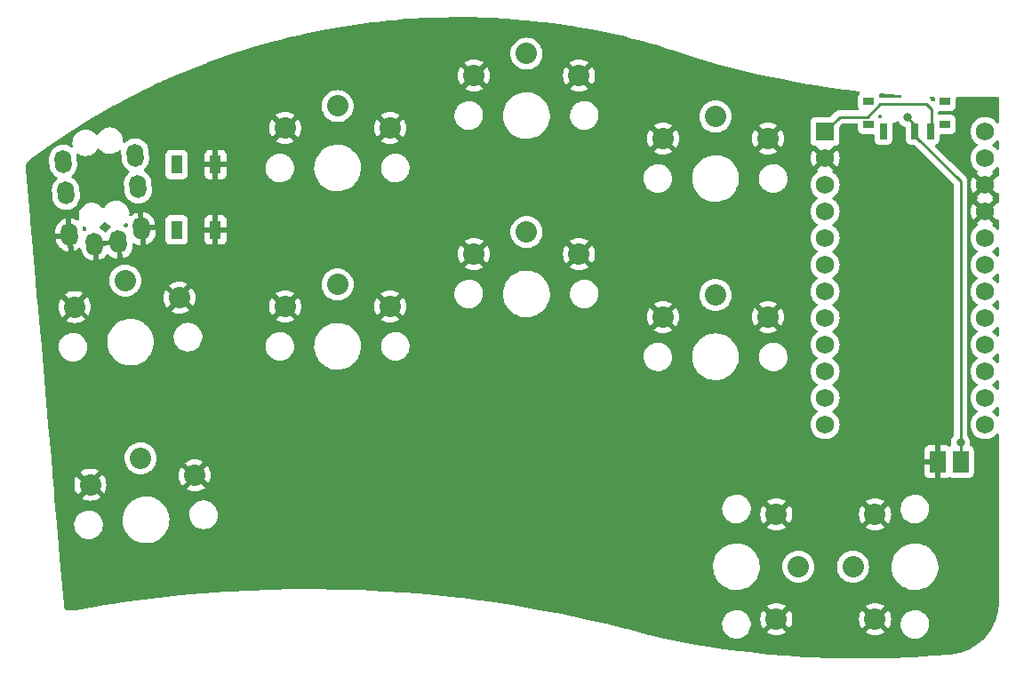
<source format=gbr>
%TF.GenerationSoftware,KiCad,Pcbnew,(6.99.0-906-ga2ca8cf413)*%
%TF.CreationDate,2022-04-09T13:07:01+02:00*%
%TF.ProjectId,tiny20,74696e79-3230-42e6-9b69-6361645f7063,v1.0.0*%
%TF.SameCoordinates,Original*%
%TF.FileFunction,Copper,L2,Bot*%
%TF.FilePolarity,Positive*%
%FSLAX46Y46*%
G04 Gerber Fmt 4.6, Leading zero omitted, Abs format (unit mm)*
G04 Created by KiCad (PCBNEW (6.99.0-906-ga2ca8cf413)) date 2022-04-09 13:07:01*
%MOMM*%
%LPD*%
G01*
G04 APERTURE LIST*
G04 Aperture macros list*
%AMHorizOval*
0 Thick line with rounded ends*
0 $1 width*
0 $2 $3 position (X,Y) of the first rounded end (center of the circle)*
0 $4 $5 position (X,Y) of the second rounded end (center of the circle)*
0 Add line between two ends*
20,1,$1,$2,$3,$4,$5,0*
0 Add two circle primitives to create the rounded ends*
1,1,$1,$2,$3*
1,1,$1,$4,$5*%
G04 Aperture macros list end*
%TA.AperFunction,ComponentPad*%
%ADD10C,2.032000*%
%TD*%
%TA.AperFunction,ComponentPad*%
%ADD11HorizOval,1.600000X-0.026147X0.298858X0.026147X-0.298858X0*%
%TD*%
%TA.AperFunction,SMDPad,CuDef*%
%ADD12R,1.000000X0.800000*%
%TD*%
%TA.AperFunction,SMDPad,CuDef*%
%ADD13R,0.700000X1.500000*%
%TD*%
%TA.AperFunction,ComponentPad*%
%ADD14R,1.752600X1.752600*%
%TD*%
%TA.AperFunction,ComponentPad*%
%ADD15C,1.752600*%
%TD*%
%TA.AperFunction,SMDPad,CuDef*%
%ADD16R,1.100000X1.800000*%
%TD*%
%TA.AperFunction,SMDPad,CuDef*%
%ADD17R,1.500000X2.100000*%
%TD*%
%TA.AperFunction,ViaPad*%
%ADD18C,0.800000*%
%TD*%
%TA.AperFunction,Conductor*%
%ADD19C,0.250000*%
%TD*%
G04 APERTURE END LIST*
D10*
%TO.P,S3,1*%
%TO.N,GND*%
X217030147Y-122190773D03*
X227030147Y-122190773D03*
%TO.P,S3,2*%
%TO.N,P19*%
X222030147Y-120090773D03*
X222030147Y-120090773D03*
%TD*%
%TO.P,S9,1*%
%TO.N,GND*%
X263830146Y-141990776D03*
X263830146Y-151990776D03*
%TO.P,S9,2*%
%TO.N,P8*%
X265930146Y-146990776D03*
X265930146Y-146990776D03*
%TD*%
%TO.P,S7,1*%
%TO.N,GND*%
X253030146Y-123190772D03*
X263030146Y-123190772D03*
%TO.P,S7,2*%
%TO.N,P16*%
X258030146Y-121090772D03*
X258030146Y-121090772D03*
%TD*%
%TO.P,S4,1*%
%TO.N,GND*%
X217030147Y-105190773D03*
X227030147Y-105190773D03*
%TO.P,S4,2*%
%TO.N,P18*%
X222030147Y-103090773D03*
X222030147Y-103090773D03*
%TD*%
%TO.P,S6,1*%
%TO.N,GND*%
X235030147Y-100190775D03*
X245030147Y-100190775D03*
%TO.P,S6,2*%
%TO.N,P14*%
X240030147Y-98090775D03*
X240030147Y-98090775D03*
%TD*%
%TO.P,S1,1*%
%TO.N,GND*%
X198479347Y-139175365D03*
X208441294Y-138303807D03*
%TO.P,S1,2*%
%TO.N,P21*%
X203277293Y-136647577D03*
X203277293Y-136647577D03*
%TD*%
%TO.P,S8,1*%
%TO.N,GND*%
X253030147Y-106190774D03*
X263030147Y-106190774D03*
%TO.P,S8,2*%
%TO.N,P10*%
X258030147Y-104090774D03*
X258030147Y-104090774D03*
%TD*%
D11*
%TO.P,REF\u002A\u002A,1*%
%TO.N,GND*%
X198883060Y-116252949D03*
X201174308Y-116052490D03*
%TO.P,REF\u002A\u002A,2*%
X196495941Y-115357593D03*
X203369685Y-114756218D03*
%TO.P,REF\u002A\u002A,3*%
%TO.N,P1*%
X196147318Y-111372814D03*
X203021062Y-110771439D03*
%TO.P,REF\u002A\u002A,4*%
%TO.N,VCC*%
X195885851Y-108384230D03*
X202759594Y-107782855D03*
%TD*%
D10*
%TO.P,S2,1*%
%TO.N,GND*%
X196997698Y-122240053D03*
X206959645Y-121368495D03*
%TO.P,S2,2*%
%TO.N,P20*%
X201795644Y-119712265D03*
X201795644Y-119712265D03*
%TD*%
D12*
%TO.P,SW01,*%
%TO.N,*%
X279917251Y-104847881D03*
X279917251Y-102647881D03*
X272617251Y-104847881D03*
X272617251Y-102647881D03*
D13*
%TO.P,SW01,1*%
%TO.N,N/C*%
X274017251Y-105497881D03*
%TO.P,SW01,2*%
%TO.N,pm*%
X277017251Y-105497881D03*
%TO.P,SW01,3*%
%TO.N,RAW*%
X278517251Y-105497881D03*
%TD*%
D14*
%TO.P,MCU1,1*%
%TO.N,RAW*%
X268460145Y-105520773D03*
D15*
%TO.P,MCU1,2*%
%TO.N,GND*%
X268460146Y-108060774D03*
%TO.P,MCU1,3*%
%TO.N,RST*%
X268460146Y-110600774D03*
%TO.P,MCU1,4*%
%TO.N,VCC*%
X268460146Y-113140774D03*
%TO.P,MCU1,5*%
%TO.N,P21*%
X268460146Y-115680774D03*
%TO.P,MCU1,6*%
%TO.N,P20*%
X268460146Y-118220774D03*
%TO.P,MCU1,7*%
%TO.N,P19*%
X268460146Y-120760774D03*
%TO.P,MCU1,8*%
%TO.N,P18*%
X268460146Y-123300774D03*
%TO.P,MCU1,9*%
%TO.N,P15*%
X268460146Y-125840774D03*
%TO.P,MCU1,10*%
%TO.N,P14*%
X268460146Y-128380774D03*
%TO.P,MCU1,11*%
%TO.N,P16*%
X268460146Y-130920774D03*
%TO.P,MCU1,12*%
%TO.N,P10*%
X268460146Y-133460774D03*
%TO.P,MCU1,13*%
%TO.N,P1*%
X283700146Y-105520774D03*
%TO.P,MCU1,14*%
%TO.N,P0*%
X283700146Y-108060774D03*
%TO.P,MCU1,15*%
%TO.N,GND*%
X283700146Y-110600774D03*
%TO.P,MCU1,16*%
X283700146Y-113140774D03*
%TO.P,MCU1,17*%
%TO.N,P2*%
X283700146Y-115680774D03*
%TO.P,MCU1,18*%
%TO.N,P3*%
X283700146Y-118220774D03*
%TO.P,MCU1,19*%
%TO.N,P4*%
X283700146Y-120760774D03*
%TO.P,MCU1,20*%
%TO.N,P5*%
X283700146Y-123300774D03*
%TO.P,MCU1,21*%
%TO.N,P6*%
X283700146Y-125840774D03*
%TO.P,MCU1,22*%
%TO.N,P7*%
X283700146Y-128380774D03*
%TO.P,MCU1,23*%
%TO.N,P8*%
X283700146Y-130920774D03*
%TO.P,MCU1,24*%
%TO.N,P9*%
X283700146Y-133460774D03*
%TD*%
D10*
%TO.P,S10,1*%
%TO.N,GND*%
X273230146Y-151990773D03*
X273230146Y-141990773D03*
%TO.P,S10,2*%
%TO.N,P9*%
X271130146Y-146990773D03*
X271130146Y-146990773D03*
%TD*%
%TO.P,S5,1*%
%TO.N,GND*%
X235030145Y-117190774D03*
X245030145Y-117190774D03*
%TO.P,S5,2*%
%TO.N,P15*%
X240030145Y-115090774D03*
X240030145Y-115090774D03*
%TD*%
D16*
%TO.P,B2,1*%
%TO.N,RST*%
X206703308Y-108682745D03*
X206703308Y-114882745D03*
%TO.P,B2,2*%
%TO.N,GND*%
X210403308Y-108682745D03*
X210403308Y-114882745D03*
%TD*%
D17*
%TO.P,BT01,1*%
%TO.N,pm*%
X281377254Y-136987880D03*
%TO.P,BT01,2*%
%TO.N,GND*%
X279177254Y-136987880D03*
%TD*%
D18*
%TO.N,RST*%
X206703309Y-108682747D03*
X206703310Y-114882746D03*
%TO.N,pm*%
X281369513Y-135134132D03*
X276309512Y-104184132D03*
%TD*%
D19*
%TO.N,RAW*%
X278517254Y-105497881D02*
X278591773Y-105423359D01*
X269863041Y-104117881D02*
X268460146Y-105520773D01*
X273721775Y-102923361D02*
X272527255Y-104117881D01*
X278591773Y-105423359D02*
X278591776Y-103406352D01*
X278108783Y-102923359D02*
X273721775Y-102923361D01*
X278591776Y-103406352D02*
X278108783Y-102923359D01*
X272527255Y-104117881D02*
X269863041Y-104117881D01*
%TO.N,pm*%
X281377254Y-110257880D02*
X281377254Y-136987880D01*
X277017254Y-105897881D02*
X281377254Y-110257880D01*
X277017253Y-104891872D02*
X276309512Y-104184132D01*
X277017253Y-105497880D02*
X277017253Y-104891872D01*
%TD*%
%TA.AperFunction,Conductor*%
%TO.N,GND*%
G36*
X234167315Y-94620457D02*
G01*
X235017606Y-94628412D01*
X235020603Y-94628475D01*
X235706571Y-94651220D01*
X236639716Y-94682161D01*
X236642645Y-94682294D01*
X238259998Y-94774481D01*
X238262952Y-94774685D01*
X238803488Y-94818416D01*
X239877672Y-94905322D01*
X239880656Y-94905600D01*
X241491718Y-95074603D01*
X241494690Y-95074950D01*
X241812021Y-95115892D01*
X243101328Y-95282237D01*
X243104296Y-95282656D01*
X244705514Y-95528100D01*
X244708471Y-95528589D01*
X245031830Y-95586059D01*
X246303471Y-95812066D01*
X246306362Y-95812616D01*
X247854299Y-96125889D01*
X247894100Y-96133944D01*
X247897028Y-96134572D01*
X249476729Y-96493591D01*
X249479600Y-96494280D01*
X249825291Y-96581543D01*
X251050290Y-96890772D01*
X251053187Y-96891540D01*
X251491046Y-97013219D01*
X252600922Y-97321649D01*
X252608691Y-97324083D01*
X253407950Y-97603200D01*
X253408521Y-97603387D01*
X253408545Y-97603395D01*
X254152096Y-97846740D01*
X255055238Y-98142315D01*
X255055900Y-98142517D01*
X255055899Y-98142517D01*
X256417091Y-98558516D01*
X256712820Y-98648895D01*
X258380054Y-99122744D01*
X258380607Y-99122889D01*
X258380660Y-99122904D01*
X260055723Y-99563527D01*
X260055741Y-99563532D01*
X260056294Y-99563677D01*
X261740890Y-99971525D01*
X263433188Y-100346129D01*
X264474335Y-100555183D01*
X265131920Y-100687221D01*
X265131948Y-100687226D01*
X265132534Y-100687344D01*
X266838267Y-100995037D01*
X266838835Y-100995128D01*
X266838847Y-100995130D01*
X267675537Y-101129107D01*
X268549728Y-101269089D01*
X268550345Y-101269175D01*
X268550389Y-101269182D01*
X270265666Y-101509312D01*
X270265683Y-101509314D01*
X270266253Y-101509394D01*
X270531670Y-101541237D01*
X271673870Y-101678271D01*
X271739123Y-101706245D01*
X271778894Y-101765057D01*
X271780554Y-101836034D01*
X271752943Y-101883836D01*
X271753991Y-101884621D01*
X271712842Y-101939590D01*
X271666363Y-102001678D01*
X271615263Y-102138681D01*
X271614421Y-102146514D01*
X271614421Y-102146515D01*
X271609552Y-102191807D01*
X271608752Y-102199244D01*
X271608752Y-103096520D01*
X271615263Y-103157083D01*
X271640336Y-103224305D01*
X271663215Y-103285645D01*
X271666363Y-103294086D01*
X271670232Y-103299254D01*
X271685050Y-103367369D01*
X271660240Y-103433890D01*
X271603404Y-103476436D01*
X271559371Y-103484381D01*
X269941809Y-103484381D01*
X269930626Y-103483854D01*
X269923133Y-103482179D01*
X269915207Y-103482428D01*
X269915206Y-103482428D01*
X269855043Y-103484319D01*
X269851085Y-103484381D01*
X269823185Y-103484381D01*
X269819195Y-103484885D01*
X269807361Y-103485817D01*
X269763152Y-103487207D01*
X269755536Y-103489420D01*
X269755534Y-103489420D01*
X269743693Y-103492860D01*
X269724334Y-103496869D01*
X269723024Y-103497035D01*
X269704244Y-103499407D01*
X269696878Y-103502323D01*
X269696872Y-103502325D01*
X269663139Y-103515681D01*
X269651909Y-103519526D01*
X269617058Y-103529651D01*
X269609448Y-103531862D01*
X269602625Y-103535897D01*
X269592007Y-103542176D01*
X269574254Y-103550873D01*
X269566609Y-103553900D01*
X269555424Y-103558329D01*
X269543999Y-103566630D01*
X269519653Y-103584318D01*
X269509736Y-103590832D01*
X269471679Y-103613339D01*
X269466074Y-103618943D01*
X269457356Y-103627661D01*
X269442323Y-103640501D01*
X269425934Y-103652409D01*
X269420882Y-103658516D01*
X269397753Y-103686474D01*
X269389763Y-103695255D01*
X268985947Y-104099070D01*
X268923635Y-104133095D01*
X268896852Y-104135974D01*
X267535208Y-104135974D01*
X267531861Y-104136334D01*
X267531858Y-104136334D01*
X267511551Y-104138517D01*
X267474645Y-104142485D01*
X267337642Y-104193585D01*
X267330430Y-104198984D01*
X267330428Y-104198985D01*
X267271438Y-104243145D01*
X267220585Y-104281213D01*
X267215187Y-104288424D01*
X267138941Y-104390277D01*
X267132957Y-104398270D01*
X267081857Y-104535273D01*
X267075346Y-104595836D01*
X267075346Y-106445712D01*
X267081857Y-106506275D01*
X267132957Y-106643278D01*
X267138356Y-106650490D01*
X267138357Y-106650492D01*
X267189715Y-106719098D01*
X267220585Y-106760335D01*
X267227796Y-106765733D01*
X267329623Y-106841960D01*
X267337642Y-106847963D01*
X267474645Y-106899063D01*
X267511551Y-106903031D01*
X267531858Y-106905214D01*
X267531861Y-106905214D01*
X267535208Y-106905574D01*
X267611966Y-106905574D01*
X267680087Y-106925576D01*
X267701061Y-106942479D01*
X268447334Y-107688752D01*
X268461278Y-107696366D01*
X268463111Y-107696235D01*
X268469726Y-107691984D01*
X269219231Y-106942479D01*
X269281543Y-106908453D01*
X269308326Y-106905574D01*
X269385084Y-106905574D01*
X269388431Y-106905214D01*
X269388434Y-106905214D01*
X269408741Y-106903031D01*
X269445647Y-106899063D01*
X269582650Y-106847963D01*
X269590670Y-106841960D01*
X269692496Y-106765733D01*
X269699707Y-106760335D01*
X269730577Y-106719098D01*
X269781935Y-106650492D01*
X269781936Y-106650490D01*
X269787335Y-106643278D01*
X269838435Y-106506275D01*
X269844946Y-106445712D01*
X269844946Y-105084070D01*
X269864948Y-105015949D01*
X269881851Y-104994974D01*
X270088541Y-104788285D01*
X270150853Y-104754260D01*
X270177636Y-104751381D01*
X271482752Y-104751381D01*
X271550873Y-104771383D01*
X271597366Y-104825039D01*
X271608752Y-104877381D01*
X271608752Y-105296520D01*
X271609112Y-105299867D01*
X271609112Y-105299870D01*
X271611295Y-105320177D01*
X271615263Y-105357083D01*
X271666363Y-105494086D01*
X271671762Y-105501298D01*
X271671763Y-105501300D01*
X271724184Y-105571326D01*
X271753991Y-105611143D01*
X271761202Y-105616541D01*
X271863736Y-105693297D01*
X271871048Y-105698771D01*
X272008051Y-105749871D01*
X272044957Y-105753839D01*
X272065264Y-105756022D01*
X272065267Y-105756022D01*
X272068614Y-105756382D01*
X273032752Y-105756382D01*
X273100873Y-105776384D01*
X273147366Y-105830040D01*
X273158752Y-105882382D01*
X273158752Y-106296520D01*
X273165263Y-106357083D01*
X273216363Y-106494086D01*
X273221762Y-106501298D01*
X273221763Y-106501300D01*
X273255447Y-106546296D01*
X273303991Y-106611143D01*
X273311202Y-106616541D01*
X273403040Y-106685290D01*
X273421048Y-106698771D01*
X273558051Y-106749871D01*
X273594957Y-106753839D01*
X273615264Y-106756022D01*
X273615267Y-106756022D01*
X273618614Y-106756382D01*
X274415890Y-106756382D01*
X274419237Y-106756022D01*
X274419240Y-106756022D01*
X274439547Y-106753839D01*
X274476453Y-106749871D01*
X274613456Y-106698771D01*
X274631465Y-106685290D01*
X274723302Y-106616541D01*
X274730513Y-106611143D01*
X274779057Y-106546296D01*
X274812741Y-106501300D01*
X274812742Y-106501298D01*
X274818141Y-106494086D01*
X274869241Y-106357083D01*
X274875752Y-106296520D01*
X274875752Y-104810933D01*
X274895754Y-104742812D01*
X274949410Y-104696319D01*
X274964032Y-104690712D01*
X275141091Y-104635159D01*
X275141092Y-104635159D01*
X275147191Y-104633245D01*
X275317636Y-104538641D01*
X275318564Y-104540312D01*
X275377313Y-104520674D01*
X275446127Y-104538143D01*
X275491093Y-104583588D01*
X275500110Y-104599205D01*
X275570472Y-104721076D01*
X275574890Y-104725983D01*
X275574891Y-104725984D01*
X275669688Y-104831267D01*
X275698259Y-104862998D01*
X275783150Y-104924675D01*
X275830185Y-104958848D01*
X275852760Y-104975250D01*
X275858788Y-104977934D01*
X275858790Y-104977935D01*
X275979951Y-105031879D01*
X276027224Y-105052926D01*
X276033679Y-105054298D01*
X276033682Y-105054299D01*
X276049543Y-105057670D01*
X276058948Y-105059669D01*
X276121421Y-105093397D01*
X276155743Y-105155546D01*
X276158752Y-105182916D01*
X276158752Y-106296520D01*
X276165263Y-106357083D01*
X276216363Y-106494086D01*
X276221762Y-106501298D01*
X276221763Y-106501300D01*
X276255447Y-106546296D01*
X276303991Y-106611143D01*
X276311202Y-106616541D01*
X276403040Y-106685290D01*
X276421048Y-106698771D01*
X276558051Y-106749871D01*
X276594957Y-106753839D01*
X276615264Y-106756022D01*
X276615267Y-106756022D01*
X276618614Y-106756382D01*
X276927661Y-106756382D01*
X276995782Y-106776384D01*
X277016756Y-106793287D01*
X280706849Y-110483379D01*
X280740875Y-110545691D01*
X280743754Y-110572474D01*
X280743754Y-134423010D01*
X280723752Y-134491131D01*
X280711391Y-134507320D01*
X280630473Y-134597188D01*
X280534986Y-134762576D01*
X280475971Y-134944204D01*
X280456009Y-135134132D01*
X280456699Y-135140697D01*
X280472142Y-135287625D01*
X280475971Y-135324060D01*
X280478012Y-135330341D01*
X280479150Y-135335695D01*
X280473748Y-135406486D01*
X280430931Y-135463119D01*
X280399937Y-135479947D01*
X280389496Y-135483842D01*
X280381051Y-135486992D01*
X280373839Y-135492391D01*
X280373837Y-135492392D01*
X280352348Y-135508479D01*
X280285828Y-135533291D01*
X280216454Y-135518200D01*
X280201328Y-135508479D01*
X280180431Y-135492835D01*
X280164775Y-135484286D01*
X280043733Y-135439140D01*
X280028512Y-135435543D01*
X279979193Y-135430241D01*
X279972478Y-135429881D01*
X279449370Y-135429881D01*
X279434131Y-135434356D01*
X279432926Y-135435746D01*
X279431255Y-135443429D01*
X279431255Y-138527766D01*
X279435730Y-138543005D01*
X279437120Y-138544210D01*
X279444803Y-138545881D01*
X279972478Y-138545881D01*
X279979193Y-138545521D01*
X280028512Y-138540219D01*
X280043733Y-138536622D01*
X280164775Y-138491476D01*
X280180431Y-138482927D01*
X280201328Y-138467283D01*
X280267847Y-138442471D01*
X280337222Y-138457562D01*
X280352348Y-138467283D01*
X280373246Y-138482927D01*
X280381051Y-138488770D01*
X280518054Y-138539870D01*
X280547215Y-138543005D01*
X280575267Y-138546021D01*
X280575270Y-138546021D01*
X280578617Y-138546381D01*
X282175893Y-138546381D01*
X282179240Y-138546021D01*
X282179243Y-138546021D01*
X282207295Y-138543005D01*
X282236456Y-138539870D01*
X282373459Y-138488770D01*
X282381265Y-138482927D01*
X282483305Y-138406540D01*
X282490516Y-138401142D01*
X282541808Y-138332624D01*
X282572744Y-138291299D01*
X282572745Y-138291297D01*
X282578144Y-138284085D01*
X282629244Y-138147082D01*
X282633972Y-138103101D01*
X282635395Y-138089869D01*
X282635395Y-138089866D01*
X282635755Y-138086519D01*
X282635755Y-135889243D01*
X282629244Y-135828680D01*
X282578144Y-135691677D01*
X282490516Y-135574620D01*
X282415148Y-135518200D01*
X282380673Y-135492392D01*
X282380671Y-135492391D01*
X282373459Y-135486992D01*
X282340227Y-135474597D01*
X282283392Y-135432050D01*
X282258581Y-135365529D01*
X282261014Y-135330342D01*
X282261014Y-135330341D01*
X282263055Y-135324060D01*
X282283017Y-135134132D01*
X282263055Y-134944204D01*
X282204040Y-134762576D01*
X282108553Y-134597188D01*
X282043118Y-134524515D01*
X282012400Y-134460508D01*
X282010754Y-134440205D01*
X282010754Y-113145963D01*
X282311532Y-113145963D01*
X282329617Y-113364210D01*
X282331326Y-113374453D01*
X282385086Y-113586751D01*
X282388456Y-113596566D01*
X282476423Y-113797110D01*
X282481370Y-113806252D01*
X282548157Y-113908477D01*
X282558884Y-113917632D01*
X282568606Y-113913104D01*
X283328124Y-113153586D01*
X283335738Y-113139642D01*
X283335607Y-113137809D01*
X283331356Y-113131194D01*
X282570878Y-112370716D01*
X282558498Y-112363956D01*
X282549914Y-112370382D01*
X282481370Y-112475296D01*
X282476423Y-112484438D01*
X282388456Y-112684982D01*
X282385086Y-112694797D01*
X282331326Y-112907095D01*
X282329617Y-112917338D01*
X282311532Y-113135585D01*
X282311532Y-113145963D01*
X282010754Y-113145963D01*
X282010754Y-111997774D01*
X282921543Y-111997774D01*
X282928100Y-112009518D01*
X283687334Y-112768752D01*
X283701278Y-112776366D01*
X283703111Y-112776235D01*
X283709726Y-112771984D01*
X284471764Y-112009946D01*
X284478714Y-111997219D01*
X284470756Y-111986377D01*
X284463991Y-111981112D01*
X284456556Y-111976254D01*
X284410469Y-111922249D01*
X284400897Y-111851901D01*
X284430877Y-111787545D01*
X284456556Y-111765294D01*
X284463991Y-111760436D01*
X284470280Y-111755541D01*
X284478749Y-111743774D01*
X284472192Y-111732030D01*
X283712958Y-110972796D01*
X283699014Y-110965182D01*
X283697181Y-110965313D01*
X283690566Y-110969564D01*
X282928528Y-111731602D01*
X282921578Y-111744329D01*
X282929536Y-111755171D01*
X282936301Y-111760436D01*
X282943736Y-111765294D01*
X282989823Y-111819299D01*
X282999395Y-111889647D01*
X282969415Y-111954003D01*
X282943736Y-111976254D01*
X282936301Y-111981112D01*
X282930012Y-111986007D01*
X282921543Y-111997774D01*
X282010754Y-111997774D01*
X282010754Y-110605963D01*
X282311532Y-110605963D01*
X282329617Y-110824210D01*
X282331326Y-110834453D01*
X282385086Y-111046751D01*
X282388456Y-111056566D01*
X282476423Y-111257110D01*
X282481370Y-111266252D01*
X282548157Y-111368477D01*
X282558884Y-111377632D01*
X282568606Y-111373104D01*
X283328124Y-110613586D01*
X283335738Y-110599642D01*
X283335607Y-110597809D01*
X283331356Y-110591194D01*
X282570878Y-109830716D01*
X282558498Y-109823956D01*
X282549914Y-109830382D01*
X282481370Y-109935296D01*
X282476423Y-109944438D01*
X282388456Y-110144982D01*
X282385086Y-110154797D01*
X282331326Y-110367095D01*
X282329617Y-110377338D01*
X282311532Y-110595585D01*
X282311532Y-110605963D01*
X282010754Y-110605963D01*
X282010754Y-110336643D01*
X282011281Y-110325459D01*
X282012955Y-110317971D01*
X282010816Y-110249912D01*
X282010754Y-110245955D01*
X282010754Y-110218024D01*
X282010248Y-110214018D01*
X282009315Y-110202172D01*
X282008805Y-110185918D01*
X282007927Y-110157990D01*
X282002276Y-110138538D01*
X281998268Y-110119186D01*
X281996722Y-110106948D01*
X281996721Y-110106946D01*
X281995728Y-110099083D01*
X281992483Y-110090886D01*
X281987063Y-110077198D01*
X281979448Y-110057966D01*
X281975613Y-110046765D01*
X281963272Y-110004286D01*
X281959239Y-109997467D01*
X281959237Y-109997462D01*
X281952961Y-109986851D01*
X281944264Y-109969101D01*
X281936806Y-109950263D01*
X281910825Y-109914503D01*
X281904307Y-109904581D01*
X281885832Y-109873340D01*
X281885828Y-109873335D01*
X281881796Y-109866517D01*
X281867472Y-109852193D01*
X281854630Y-109837158D01*
X281851581Y-109832961D01*
X281842726Y-109820773D01*
X281808660Y-109792591D01*
X281799881Y-109784602D01*
X280387273Y-108371994D01*
X278961187Y-106945909D01*
X278927161Y-106883597D01*
X278932226Y-106812782D01*
X278974773Y-106755946D01*
X279006249Y-106738759D01*
X279105009Y-106701922D01*
X279105011Y-106701921D01*
X279113456Y-106698771D01*
X279131465Y-106685290D01*
X279223302Y-106616541D01*
X279230513Y-106611143D01*
X279279057Y-106546296D01*
X279312741Y-106501300D01*
X279312742Y-106501298D01*
X279318141Y-106494086D01*
X279369241Y-106357083D01*
X279375752Y-106296520D01*
X279375752Y-105882382D01*
X279395754Y-105814261D01*
X279449410Y-105767768D01*
X279501752Y-105756382D01*
X280465890Y-105756382D01*
X280469237Y-105756022D01*
X280469240Y-105756022D01*
X280489547Y-105753839D01*
X280526453Y-105749871D01*
X280663456Y-105698771D01*
X280670769Y-105693297D01*
X280773302Y-105616541D01*
X280780513Y-105611143D01*
X280810320Y-105571326D01*
X280862741Y-105501300D01*
X280862742Y-105501298D01*
X280868141Y-105494086D01*
X280919241Y-105357083D01*
X280923209Y-105320177D01*
X280925392Y-105299870D01*
X280925392Y-105299867D01*
X280925752Y-105296520D01*
X280925752Y-104399244D01*
X280919241Y-104338681D01*
X280868141Y-104201678D01*
X280848500Y-104175440D01*
X280785911Y-104091832D01*
X280780513Y-104084621D01*
X280663456Y-103996993D01*
X280526453Y-103945893D01*
X280489547Y-103941925D01*
X280469240Y-103939742D01*
X280469237Y-103939742D01*
X280465890Y-103939382D01*
X279368614Y-103939382D01*
X279364737Y-103939799D01*
X279364616Y-103939777D01*
X279361891Y-103939923D01*
X279361856Y-103939279D01*
X279294870Y-103927190D01*
X279242910Y-103878809D01*
X279225275Y-103814519D01*
X279225276Y-103681243D01*
X279245279Y-103613122D01*
X279298935Y-103566630D01*
X279361859Y-103556433D01*
X279361891Y-103555841D01*
X279364614Y-103555987D01*
X279364743Y-103555966D01*
X279365261Y-103556022D01*
X279365270Y-103556022D01*
X279368614Y-103556382D01*
X280465890Y-103556382D01*
X280469237Y-103556022D01*
X280469240Y-103556022D01*
X280489547Y-103553839D01*
X280526453Y-103549871D01*
X280663456Y-103498771D01*
X280671353Y-103492860D01*
X280773302Y-103416541D01*
X280780513Y-103411143D01*
X280843688Y-103326751D01*
X280862741Y-103301300D01*
X280862742Y-103301298D01*
X280868141Y-103294086D01*
X280919241Y-103157083D01*
X280925752Y-103096520D01*
X280925752Y-102364774D01*
X280945754Y-102296653D01*
X280999410Y-102250160D01*
X281051910Y-102238774D01*
X282367631Y-102240447D01*
X282759153Y-102233236D01*
X284100007Y-102208540D01*
X284100013Y-102208540D01*
X284100601Y-102208529D01*
X284101151Y-102208508D01*
X284101188Y-102208507D01*
X284470208Y-102194437D01*
X284885317Y-102178609D01*
X284954150Y-102196002D01*
X284997424Y-102238480D01*
X284997938Y-102239314D01*
X285014501Y-102282293D01*
X285017128Y-102296411D01*
X285019253Y-102319463D01*
X285019247Y-102374714D01*
X285019253Y-102374735D01*
X285019254Y-102374754D01*
X285019254Y-104586919D01*
X284999252Y-104655040D01*
X284945596Y-104701533D01*
X284875322Y-104711637D01*
X284810742Y-104682143D01*
X284796772Y-104667417D01*
X284796693Y-104667297D01*
X284792969Y-104663251D01*
X284730908Y-104595836D01*
X284641260Y-104498452D01*
X284583266Y-104453313D01*
X284464266Y-104360692D01*
X284460156Y-104357493D01*
X284455577Y-104355015D01*
X284455574Y-104355013D01*
X284262905Y-104250746D01*
X284262902Y-104250745D01*
X284258320Y-104248265D01*
X284041259Y-104173748D01*
X283814894Y-104135974D01*
X283585398Y-104135974D01*
X283359033Y-104173748D01*
X283141972Y-104248265D01*
X283137390Y-104250745D01*
X283137387Y-104250746D01*
X282944718Y-104355013D01*
X282944715Y-104355015D01*
X282940136Y-104357493D01*
X282936026Y-104360692D01*
X282817027Y-104453313D01*
X282759032Y-104498452D01*
X282703740Y-104558515D01*
X282607127Y-104663464D01*
X282607124Y-104663468D01*
X282603599Y-104667297D01*
X282600748Y-104671661D01*
X282499400Y-104826786D01*
X282478077Y-104859423D01*
X282475982Y-104864199D01*
X282389438Y-105061499D01*
X282385889Y-105069589D01*
X282384613Y-105074629D01*
X282384611Y-105074634D01*
X282351957Y-105203585D01*
X282329552Y-105292062D01*
X282310600Y-105520774D01*
X282329552Y-105749486D01*
X282341822Y-105797938D01*
X282381991Y-105956565D01*
X282385889Y-105971959D01*
X282387980Y-105976726D01*
X282387981Y-105976729D01*
X282448120Y-106113831D01*
X282478077Y-106182125D01*
X282480927Y-106186487D01*
X282480929Y-106186491D01*
X282572219Y-106326220D01*
X282603599Y-106374251D01*
X282607124Y-106378080D01*
X282607127Y-106378084D01*
X282672467Y-106449062D01*
X282759032Y-106543096D01*
X282763141Y-106546294D01*
X282763143Y-106546296D01*
X282818397Y-106589302D01*
X282940136Y-106684055D01*
X282943152Y-106685687D01*
X282988902Y-106739293D01*
X282998479Y-106809640D01*
X282968502Y-106873998D01*
X282943470Y-106895689D01*
X282940136Y-106897493D01*
X282936026Y-106900692D01*
X282767038Y-107032221D01*
X282759032Y-107038452D01*
X282724277Y-107076206D01*
X282607127Y-107203464D01*
X282607124Y-107203468D01*
X282603599Y-107207297D01*
X282600748Y-107211661D01*
X282492273Y-107377695D01*
X282478077Y-107399423D01*
X282475982Y-107404199D01*
X282409237Y-107556362D01*
X282385889Y-107609589D01*
X282384613Y-107614629D01*
X282384611Y-107614634D01*
X282363914Y-107696366D01*
X282329552Y-107832062D01*
X282310600Y-108060774D01*
X282329552Y-108289486D01*
X282330831Y-108294536D01*
X282379620Y-108487202D01*
X282385889Y-108511959D01*
X282387980Y-108516726D01*
X282387981Y-108516729D01*
X282470941Y-108705857D01*
X282478077Y-108722125D01*
X282480927Y-108726487D01*
X282480929Y-108726491D01*
X282540376Y-108817481D01*
X282603599Y-108914251D01*
X282607124Y-108918080D01*
X282607127Y-108918084D01*
X282646009Y-108960321D01*
X282759032Y-109083096D01*
X282763141Y-109086294D01*
X282763143Y-109086296D01*
X282863061Y-109164065D01*
X282940136Y-109224055D01*
X282943531Y-109225892D01*
X282989361Y-109279594D01*
X282998937Y-109349941D01*
X282968960Y-109414299D01*
X282943277Y-109436555D01*
X282936293Y-109441118D01*
X282930012Y-109446007D01*
X282921543Y-109457774D01*
X282928100Y-109469518D01*
X283687334Y-110228752D01*
X283701278Y-110236366D01*
X283703111Y-110236235D01*
X283709726Y-110231984D01*
X284471764Y-109469946D01*
X284478714Y-109457219D01*
X284470756Y-109446377D01*
X284463999Y-109441118D01*
X284457015Y-109436555D01*
X284410929Y-109382550D01*
X284401355Y-109312202D01*
X284431335Y-109247845D01*
X284456519Y-109226023D01*
X284460156Y-109224055D01*
X284537231Y-109164065D01*
X284637149Y-109086296D01*
X284637151Y-109086294D01*
X284641260Y-109083096D01*
X284754283Y-108960321D01*
X284793162Y-108918087D01*
X284793164Y-108918084D01*
X284796693Y-108914251D01*
X284797256Y-108914770D01*
X284851440Y-108875770D01*
X284922338Y-108872032D01*
X284984002Y-108907217D01*
X285016854Y-108970156D01*
X285019254Y-108994629D01*
X285019254Y-109702838D01*
X284999252Y-109770959D01*
X284945596Y-109817452D01*
X284876262Y-109827687D01*
X284843024Y-109823163D01*
X284831686Y-109828444D01*
X284072168Y-110587962D01*
X284064554Y-110601906D01*
X284064685Y-110603739D01*
X284068936Y-110610354D01*
X284829414Y-111370832D01*
X284843358Y-111378446D01*
X284868554Y-111376644D01*
X284884267Y-111370784D01*
X284953641Y-111385876D01*
X285003842Y-111436079D01*
X285019254Y-111496463D01*
X285019254Y-112242838D01*
X284999252Y-112310959D01*
X284945596Y-112357452D01*
X284876262Y-112367687D01*
X284843024Y-112363163D01*
X284831686Y-112368444D01*
X284072168Y-113127962D01*
X284064554Y-113141906D01*
X284064685Y-113143739D01*
X284068936Y-113150354D01*
X284829414Y-113910832D01*
X284843358Y-113918446D01*
X284868554Y-113916644D01*
X284884267Y-113910784D01*
X284953641Y-113925876D01*
X285003842Y-113976079D01*
X285019254Y-114036463D01*
X285019254Y-114746919D01*
X284999252Y-114815040D01*
X284945596Y-114861533D01*
X284875322Y-114871637D01*
X284810742Y-114842143D01*
X284796772Y-114827417D01*
X284796693Y-114827297D01*
X284791519Y-114821676D01*
X284666532Y-114685905D01*
X284641260Y-114658452D01*
X284597345Y-114624271D01*
X284464271Y-114520696D01*
X284460156Y-114517493D01*
X284456761Y-114515656D01*
X284410931Y-114461954D01*
X284401355Y-114391607D01*
X284431332Y-114327249D01*
X284457015Y-114304993D01*
X284463999Y-114300430D01*
X284470280Y-114295541D01*
X284478749Y-114283774D01*
X284472192Y-114272030D01*
X283712958Y-113512796D01*
X283699014Y-113505182D01*
X283697181Y-113505313D01*
X283690566Y-113509564D01*
X282928528Y-114271602D01*
X282921578Y-114284329D01*
X282929536Y-114295171D01*
X282936293Y-114300430D01*
X282943277Y-114304993D01*
X282989363Y-114358998D01*
X282998937Y-114429346D01*
X282968957Y-114493703D01*
X282943773Y-114515525D01*
X282940136Y-114517493D01*
X282936021Y-114520696D01*
X282802948Y-114624271D01*
X282759032Y-114658452D01*
X282733760Y-114685905D01*
X282607127Y-114823464D01*
X282607124Y-114823468D01*
X282603599Y-114827297D01*
X282584529Y-114856486D01*
X282488492Y-115003482D01*
X282478077Y-115019423D01*
X282475982Y-115024199D01*
X282392155Y-115215305D01*
X282385889Y-115229589D01*
X282329552Y-115452062D01*
X282310600Y-115680774D01*
X282329552Y-115909486D01*
X282385889Y-116131959D01*
X282387980Y-116136726D01*
X282387981Y-116136729D01*
X282464555Y-116311298D01*
X282478077Y-116342125D01*
X282480927Y-116346487D01*
X282480929Y-116346491D01*
X282491765Y-116363076D01*
X282603599Y-116534251D01*
X282607124Y-116538080D01*
X282607127Y-116538084D01*
X282655063Y-116590156D01*
X282759032Y-116703096D01*
X282763141Y-116706294D01*
X282763143Y-116706296D01*
X282791622Y-116728462D01*
X282940136Y-116844055D01*
X282943152Y-116845687D01*
X282988902Y-116899293D01*
X282998479Y-116969640D01*
X282968502Y-117033998D01*
X282943470Y-117055689D01*
X282940136Y-117057493D01*
X282936026Y-117060692D01*
X282764684Y-117194053D01*
X282759032Y-117198452D01*
X282688042Y-117275568D01*
X282607127Y-117363464D01*
X282607124Y-117363468D01*
X282603599Y-117367297D01*
X282600748Y-117371661D01*
X282488671Y-117543208D01*
X282478077Y-117559423D01*
X282475982Y-117564199D01*
X282397260Y-117743667D01*
X282385889Y-117769589D01*
X282384613Y-117774629D01*
X282384611Y-117774634D01*
X282355647Y-117889015D01*
X282329552Y-117992062D01*
X282310600Y-118220774D01*
X282329552Y-118449486D01*
X282346464Y-118516272D01*
X282375504Y-118630947D01*
X282385889Y-118671959D01*
X282387980Y-118676726D01*
X282387981Y-118676729D01*
X282427979Y-118767914D01*
X282478077Y-118882125D01*
X282480927Y-118886487D01*
X282480929Y-118886491D01*
X282515620Y-118939589D01*
X282603599Y-119074251D01*
X282607124Y-119078080D01*
X282607127Y-119078084D01*
X282607130Y-119078087D01*
X282759032Y-119243096D01*
X282940136Y-119384055D01*
X282943152Y-119385687D01*
X282988902Y-119439293D01*
X282998479Y-119509640D01*
X282968502Y-119573998D01*
X282943470Y-119595689D01*
X282940136Y-119597493D01*
X282936026Y-119600692D01*
X282768838Y-119730820D01*
X282759032Y-119738452D01*
X282712909Y-119788555D01*
X282607127Y-119903464D01*
X282607124Y-119903468D01*
X282603599Y-119907297D01*
X282591190Y-119926291D01*
X282487043Y-120085700D01*
X282478077Y-120099423D01*
X282475982Y-120104199D01*
X282398767Y-120280231D01*
X282385889Y-120309589D01*
X282384613Y-120314629D01*
X282384611Y-120314634D01*
X282360275Y-120410737D01*
X282329552Y-120532062D01*
X282310600Y-120760774D01*
X282329552Y-120989486D01*
X282332395Y-121000714D01*
X282376607Y-121175304D01*
X282385889Y-121211959D01*
X282387980Y-121216726D01*
X282387981Y-121216729D01*
X282474373Y-121413680D01*
X282478077Y-121422125D01*
X282480927Y-121426487D01*
X282480929Y-121426491D01*
X282533700Y-121507263D01*
X282603599Y-121614251D01*
X282607124Y-121618080D01*
X282607127Y-121618084D01*
X282655063Y-121670156D01*
X282759032Y-121783096D01*
X282763141Y-121786294D01*
X282763143Y-121786296D01*
X282903896Y-121895848D01*
X282940136Y-121924055D01*
X282943152Y-121925687D01*
X282988902Y-121979293D01*
X282998479Y-122049640D01*
X282968502Y-122113998D01*
X282943470Y-122135689D01*
X282940136Y-122137493D01*
X282936026Y-122140692D01*
X282763528Y-122274953D01*
X282759032Y-122278452D01*
X282711099Y-122330521D01*
X282607127Y-122443464D01*
X282607124Y-122443468D01*
X282603599Y-122447297D01*
X282600748Y-122451661D01*
X282490776Y-122619986D01*
X282478077Y-122639423D01*
X282475982Y-122644199D01*
X282396077Y-122826364D01*
X282385889Y-122849589D01*
X282384613Y-122854629D01*
X282384611Y-122854634D01*
X282363426Y-122938294D01*
X282329552Y-123072062D01*
X282310600Y-123300774D01*
X282329552Y-123529486D01*
X282336059Y-123555180D01*
X282377568Y-123719098D01*
X282385889Y-123751959D01*
X282387980Y-123756726D01*
X282387981Y-123756729D01*
X282435681Y-123865473D01*
X282478077Y-123962125D01*
X282480927Y-123966487D01*
X282480929Y-123966491D01*
X282551051Y-124073820D01*
X282603599Y-124154251D01*
X282607124Y-124158080D01*
X282607127Y-124158084D01*
X282607130Y-124158087D01*
X282759032Y-124323096D01*
X282763141Y-124326294D01*
X282763143Y-124326296D01*
X282841900Y-124387595D01*
X282940136Y-124464055D01*
X282943152Y-124465687D01*
X282988902Y-124519293D01*
X282998479Y-124589640D01*
X282968502Y-124653998D01*
X282943470Y-124675689D01*
X282940136Y-124677493D01*
X282936026Y-124680692D01*
X282771748Y-124808555D01*
X282759032Y-124818452D01*
X282701360Y-124881100D01*
X282607127Y-124983464D01*
X282607124Y-124983468D01*
X282603599Y-124987297D01*
X282600748Y-124991661D01*
X282481837Y-125173668D01*
X282478077Y-125179423D01*
X282475982Y-125184199D01*
X282403454Y-125349546D01*
X282385889Y-125389589D01*
X282384613Y-125394629D01*
X282384611Y-125394634D01*
X282363678Y-125477299D01*
X282329552Y-125612062D01*
X282310600Y-125840774D01*
X282329552Y-126069486D01*
X282337826Y-126102159D01*
X282383703Y-126283325D01*
X282385889Y-126291959D01*
X282387980Y-126296726D01*
X282387981Y-126296729D01*
X282471531Y-126487201D01*
X282478077Y-126502125D01*
X282480927Y-126506487D01*
X282480929Y-126506491D01*
X282524213Y-126572742D01*
X282603599Y-126694251D01*
X282607124Y-126698080D01*
X282607127Y-126698084D01*
X282611965Y-126703339D01*
X282759032Y-126863096D01*
X282763141Y-126866294D01*
X282763143Y-126866296D01*
X282843198Y-126928605D01*
X282940136Y-127004055D01*
X282943152Y-127005687D01*
X282988902Y-127059293D01*
X282998479Y-127129640D01*
X282968502Y-127193998D01*
X282943470Y-127215689D01*
X282940136Y-127217493D01*
X282936026Y-127220692D01*
X282784889Y-127338327D01*
X282759032Y-127358452D01*
X282698654Y-127424040D01*
X282607127Y-127523464D01*
X282607124Y-127523468D01*
X282603599Y-127527297D01*
X282595532Y-127539644D01*
X282486787Y-127706092D01*
X282478077Y-127719423D01*
X282475982Y-127724199D01*
X282388046Y-127924672D01*
X282385889Y-127929589D01*
X282384613Y-127934629D01*
X282384611Y-127934634D01*
X282353456Y-128057667D01*
X282329552Y-128152062D01*
X282310600Y-128380774D01*
X282329552Y-128609486D01*
X282385889Y-128831959D01*
X282387980Y-128836726D01*
X282387981Y-128836729D01*
X282450511Y-128979282D01*
X282478077Y-129042125D01*
X282480927Y-129046487D01*
X282480929Y-129046491D01*
X282513656Y-129096583D01*
X282603599Y-129234251D01*
X282607124Y-129238080D01*
X282607127Y-129238084D01*
X282607130Y-129238087D01*
X282759032Y-129403096D01*
X282940136Y-129544055D01*
X282943152Y-129545687D01*
X282988902Y-129599293D01*
X282998479Y-129669640D01*
X282968502Y-129733998D01*
X282943470Y-129755689D01*
X282940136Y-129757493D01*
X282759032Y-129898452D01*
X282755503Y-129902286D01*
X282607127Y-130063464D01*
X282607124Y-130063468D01*
X282603599Y-130067297D01*
X282478077Y-130259423D01*
X282385889Y-130469589D01*
X282329552Y-130692062D01*
X282310600Y-130920774D01*
X282329552Y-131149486D01*
X282385889Y-131371959D01*
X282478077Y-131582125D01*
X282603599Y-131774251D01*
X282607124Y-131778080D01*
X282607127Y-131778084D01*
X282607130Y-131778087D01*
X282759032Y-131943096D01*
X282940136Y-132084055D01*
X282943152Y-132085687D01*
X282988902Y-132139293D01*
X282998479Y-132209640D01*
X282968502Y-132273998D01*
X282943470Y-132295689D01*
X282940136Y-132297493D01*
X282759032Y-132438452D01*
X282755503Y-132442286D01*
X282607127Y-132603464D01*
X282607124Y-132603468D01*
X282603599Y-132607297D01*
X282478077Y-132799423D01*
X282385889Y-133009589D01*
X282329552Y-133232062D01*
X282310600Y-133460774D01*
X282329552Y-133689486D01*
X282385889Y-133911959D01*
X282478077Y-134122125D01*
X282603599Y-134314251D01*
X282607124Y-134318080D01*
X282607127Y-134318084D01*
X282607130Y-134318087D01*
X282759032Y-134483096D01*
X282763141Y-134486294D01*
X282763143Y-134486296D01*
X282905617Y-134597188D01*
X282940136Y-134624055D01*
X282944715Y-134626533D01*
X282944718Y-134626535D01*
X283137387Y-134730802D01*
X283137390Y-134730803D01*
X283141972Y-134733283D01*
X283359033Y-134807800D01*
X283585398Y-134845574D01*
X283814894Y-134845574D01*
X284041259Y-134807800D01*
X284258320Y-134733283D01*
X284262902Y-134730803D01*
X284262905Y-134730802D01*
X284455574Y-134626535D01*
X284455577Y-134626533D01*
X284460156Y-134624055D01*
X284494675Y-134597188D01*
X284637149Y-134486296D01*
X284637151Y-134486294D01*
X284641260Y-134483096D01*
X284796693Y-134314251D01*
X284797256Y-134314770D01*
X284851440Y-134275770D01*
X284922338Y-134272032D01*
X284984002Y-134307217D01*
X285016854Y-134370156D01*
X285019254Y-134394629D01*
X285019254Y-150141934D01*
X285018903Y-150148798D01*
X285017537Y-150154556D01*
X285017775Y-150162808D01*
X285019202Y-150212289D01*
X285019254Y-150215921D01*
X285019254Y-150236148D01*
X285019243Y-150237842D01*
X285013953Y-150631269D01*
X285013863Y-150637933D01*
X285013270Y-150648556D01*
X284973034Y-151057807D01*
X284971546Y-151068345D01*
X284928835Y-151299710D01*
X284896892Y-151472743D01*
X284894518Y-151483125D01*
X284785980Y-151879773D01*
X284782738Y-151889916D01*
X284667741Y-152203343D01*
X284641094Y-152275969D01*
X284637007Y-152285803D01*
X284463260Y-152658531D01*
X284458356Y-152667985D01*
X284253762Y-153024693D01*
X284248078Y-153033699D01*
X284014077Y-153371875D01*
X284007665Y-153380351D01*
X283768164Y-153670625D01*
X283745947Y-153697552D01*
X283738829Y-153705471D01*
X283597494Y-153849950D01*
X283451264Y-153999431D01*
X283443501Y-154006723D01*
X283132136Y-154275349D01*
X283123785Y-154281959D01*
X282790850Y-154523327D01*
X282781971Y-154529208D01*
X282429848Y-154741595D01*
X282420504Y-154746706D01*
X282051691Y-154928604D01*
X282041949Y-154932907D01*
X281659097Y-155083007D01*
X281649026Y-155086472D01*
X281254863Y-155203704D01*
X281244536Y-155206305D01*
X280841880Y-155289832D01*
X280831377Y-155291552D01*
X280422199Y-155340885D01*
X280419063Y-155341223D01*
X280415111Y-155341598D01*
X280414585Y-155341648D01*
X280412476Y-155341830D01*
X280351138Y-155346606D01*
X280349615Y-155347144D01*
X280348111Y-155347366D01*
X278678208Y-155489760D01*
X278675833Y-155489940D01*
X276943430Y-155604721D01*
X276941052Y-155604856D01*
X275971909Y-155650684D01*
X275206771Y-155686866D01*
X275204427Y-155686954D01*
X274506880Y-155706732D01*
X273468911Y-155736162D01*
X273466529Y-155736207D01*
X272614420Y-155744251D01*
X271730383Y-155752596D01*
X271728056Y-155752596D01*
X270946453Y-155745196D01*
X269991912Y-155736159D01*
X269989531Y-155736114D01*
X268601363Y-155696717D01*
X268254023Y-155686860D01*
X268251663Y-155686770D01*
X267895174Y-155669903D01*
X266517393Y-155604713D01*
X266515015Y-155604578D01*
X264782619Y-155489751D01*
X264780243Y-155489571D01*
X263050316Y-155342011D01*
X263047945Y-155341786D01*
X261321173Y-155161554D01*
X261318806Y-155161285D01*
X260315681Y-155037372D01*
X259595602Y-154948423D01*
X259593307Y-154948117D01*
X258213523Y-154751125D01*
X257874538Y-154702728D01*
X257872183Y-154702369D01*
X256158386Y-154424535D01*
X256156038Y-154424132D01*
X254879641Y-154192363D01*
X254447720Y-154113934D01*
X254445419Y-154113494D01*
X252761610Y-153774745D01*
X252752208Y-153772475D01*
X251742892Y-153487354D01*
X251742851Y-153487343D01*
X251742310Y-153487190D01*
X251711692Y-153479113D01*
X249666896Y-152939711D01*
X249666895Y-152939711D01*
X249666388Y-152939577D01*
X249465390Y-152890278D01*
X247600492Y-152432873D01*
X258667060Y-152432873D01*
X258676881Y-152664068D01*
X258725633Y-152890278D01*
X258811914Y-153104996D01*
X258933241Y-153302043D01*
X258936775Y-153306058D01*
X258936777Y-153306061D01*
X258998548Y-153376247D01*
X259086123Y-153475752D01*
X259266164Y-153621124D01*
X259270836Y-153623734D01*
X259378796Y-153684044D01*
X259468183Y-153733979D01*
X259473220Y-153735759D01*
X259473223Y-153735760D01*
X259681324Y-153809287D01*
X259681329Y-153809288D01*
X259686369Y-153811069D01*
X259780019Y-153827127D01*
X259909175Y-153849273D01*
X259909180Y-153849273D01*
X259914444Y-153850176D01*
X260087894Y-153850176D01*
X260090547Y-153849950D01*
X260090552Y-153849950D01*
X260255386Y-153835921D01*
X260255390Y-153835920D01*
X260260716Y-153835467D01*
X260265891Y-153834119D01*
X260265894Y-153834119D01*
X260479474Y-153778507D01*
X260479476Y-153778506D01*
X260484654Y-153777158D01*
X260489535Y-153774952D01*
X260690645Y-153684044D01*
X260690647Y-153684043D01*
X260695516Y-153681842D01*
X260887236Y-153552262D01*
X261054299Y-153392144D01*
X261063015Y-153380360D01*
X261170462Y-153235082D01*
X262950670Y-153235082D01*
X262956397Y-153242732D01*
X263131905Y-153350283D01*
X263140699Y-153354764D01*
X263353175Y-153442774D01*
X263362560Y-153445823D01*
X263586190Y-153499513D01*
X263595937Y-153501056D01*
X263825216Y-153519101D01*
X263835076Y-153519101D01*
X264064355Y-153501056D01*
X264074102Y-153499513D01*
X264297732Y-153445823D01*
X264307117Y-153442774D01*
X264519593Y-153354764D01*
X264528387Y-153350283D01*
X264700229Y-153244979D01*
X264709186Y-153235079D01*
X272350670Y-153235079D01*
X272356397Y-153242729D01*
X272531905Y-153350280D01*
X272540699Y-153354761D01*
X272753175Y-153442771D01*
X272762560Y-153445820D01*
X272986190Y-153499510D01*
X272995937Y-153501053D01*
X273225216Y-153519098D01*
X273235076Y-153519098D01*
X273464355Y-153501053D01*
X273474102Y-153499510D01*
X273697732Y-153445820D01*
X273707117Y-153442771D01*
X273919593Y-153354761D01*
X273928387Y-153350280D01*
X274100229Y-153244976D01*
X274109689Y-153234520D01*
X274105905Y-153225742D01*
X273242958Y-152362795D01*
X273229014Y-152355181D01*
X273227181Y-152355312D01*
X273220566Y-152359563D01*
X272357430Y-153222699D01*
X272350670Y-153235079D01*
X264709186Y-153235079D01*
X264709689Y-153234523D01*
X264705905Y-153225745D01*
X263842958Y-152362798D01*
X263829014Y-152355184D01*
X263827181Y-152355315D01*
X263820566Y-152359566D01*
X262957430Y-153222702D01*
X262950670Y-153235082D01*
X261170462Y-153235082D01*
X261188716Y-153210401D01*
X261188718Y-153210398D01*
X261191900Y-153206096D01*
X261296079Y-152999470D01*
X261363839Y-152778209D01*
X261393232Y-152548679D01*
X261383411Y-152317484D01*
X261334659Y-152091274D01*
X261296257Y-151995706D01*
X262301821Y-151995706D01*
X262319866Y-152224985D01*
X262321409Y-152234732D01*
X262375099Y-152458362D01*
X262378148Y-152467747D01*
X262466158Y-152680223D01*
X262470639Y-152689017D01*
X262575943Y-152860859D01*
X262586399Y-152870319D01*
X262595177Y-152866535D01*
X263458124Y-152003588D01*
X263464502Y-151991908D01*
X264194554Y-151991908D01*
X264194685Y-151993741D01*
X264198936Y-152000356D01*
X265062072Y-152863492D01*
X265074452Y-152870252D01*
X265082102Y-152864525D01*
X265189653Y-152689017D01*
X265194134Y-152680223D01*
X265282144Y-152467747D01*
X265285193Y-152458362D01*
X265338883Y-152234732D01*
X265340426Y-152224985D01*
X265358471Y-151995706D01*
X265358471Y-151995703D01*
X271701821Y-151995703D01*
X271719866Y-152224982D01*
X271721409Y-152234729D01*
X271775099Y-152458359D01*
X271778148Y-152467744D01*
X271866158Y-152680220D01*
X271870639Y-152689014D01*
X271975943Y-152860856D01*
X271986399Y-152870316D01*
X271995177Y-152866532D01*
X272858124Y-152003585D01*
X272864502Y-151991905D01*
X273594554Y-151991905D01*
X273594685Y-151993738D01*
X273598936Y-152000353D01*
X274462072Y-152863489D01*
X274474452Y-152870249D01*
X274482102Y-152864522D01*
X274589653Y-152689014D01*
X274594134Y-152680220D01*
X274682144Y-152467744D01*
X274685193Y-152458359D01*
X274691313Y-152432870D01*
X275667060Y-152432870D01*
X275667287Y-152438215D01*
X275667287Y-152438217D01*
X275669923Y-152500278D01*
X275676881Y-152664065D01*
X275725633Y-152890275D01*
X275811914Y-153104993D01*
X275933241Y-153302040D01*
X275936776Y-153306056D01*
X275936777Y-153306058D01*
X276012539Y-153392141D01*
X276086123Y-153475749D01*
X276266164Y-153621121D01*
X276270836Y-153623731D01*
X276378796Y-153684041D01*
X276468183Y-153733976D01*
X276473220Y-153735756D01*
X276473223Y-153735757D01*
X276681324Y-153809284D01*
X276681329Y-153809285D01*
X276686369Y-153811066D01*
X276780019Y-153827124D01*
X276909175Y-153849270D01*
X276909180Y-153849270D01*
X276914444Y-153850173D01*
X277087894Y-153850173D01*
X277090547Y-153849947D01*
X277090552Y-153849947D01*
X277255386Y-153835918D01*
X277255390Y-153835917D01*
X277260716Y-153835464D01*
X277265891Y-153834116D01*
X277265894Y-153834116D01*
X277479474Y-153778504D01*
X277479476Y-153778503D01*
X277484654Y-153777155D01*
X277492099Y-153773790D01*
X277690645Y-153684041D01*
X277690647Y-153684040D01*
X277695516Y-153681839D01*
X277799513Y-153611549D01*
X277882802Y-153555256D01*
X277882803Y-153555255D01*
X277887236Y-153552259D01*
X278054299Y-153392141D01*
X278191900Y-153206093D01*
X278296079Y-152999467D01*
X278363839Y-152778206D01*
X278393232Y-152548676D01*
X278383411Y-152317481D01*
X278334659Y-152091271D01*
X278248378Y-151876553D01*
X278127051Y-151679506D01*
X278080282Y-151626365D01*
X277977706Y-151509816D01*
X277974169Y-151505797D01*
X277794128Y-151360425D01*
X277690805Y-151302705D01*
X277596776Y-151250177D01*
X277596775Y-151250176D01*
X277592109Y-151247570D01*
X277587072Y-151245790D01*
X277587069Y-151245789D01*
X277378968Y-151172262D01*
X277378963Y-151172261D01*
X277373923Y-151170480D01*
X277265773Y-151151936D01*
X277151117Y-151132276D01*
X277151112Y-151132276D01*
X277145848Y-151131373D01*
X276972398Y-151131373D01*
X276969745Y-151131599D01*
X276969740Y-151131599D01*
X276804906Y-151145628D01*
X276804902Y-151145629D01*
X276799576Y-151146082D01*
X276794401Y-151147430D01*
X276794398Y-151147430D01*
X276580818Y-151203042D01*
X276580816Y-151203043D01*
X276575638Y-151204391D01*
X276570766Y-151206593D01*
X276570764Y-151206594D01*
X276380642Y-151292535D01*
X276364776Y-151299707D01*
X276173056Y-151429287D01*
X276005993Y-151589405D01*
X276002806Y-151593714D01*
X275923140Y-151701429D01*
X275868392Y-151775453D01*
X275764213Y-151982079D01*
X275762644Y-151987201D01*
X275762644Y-151987202D01*
X275760041Y-151995703D01*
X275696453Y-152203340D01*
X275667060Y-152432870D01*
X274691313Y-152432870D01*
X274738883Y-152234729D01*
X274740426Y-152224982D01*
X274758471Y-151995703D01*
X274758471Y-151985843D01*
X274740426Y-151756564D01*
X274738883Y-151746817D01*
X274685193Y-151523187D01*
X274682144Y-151513802D01*
X274594134Y-151301326D01*
X274589653Y-151292532D01*
X274484349Y-151120690D01*
X274473893Y-151111230D01*
X274465115Y-151115014D01*
X273602168Y-151977961D01*
X273594554Y-151991905D01*
X272864502Y-151991905D01*
X272865738Y-151989641D01*
X272865607Y-151987808D01*
X272861356Y-151981193D01*
X271998220Y-151118057D01*
X271985840Y-151111297D01*
X271978190Y-151117024D01*
X271870639Y-151292532D01*
X271866158Y-151301326D01*
X271778148Y-151513802D01*
X271775099Y-151523187D01*
X271721409Y-151746817D01*
X271719866Y-151756564D01*
X271701821Y-151985843D01*
X271701821Y-151995703D01*
X265358471Y-151995703D01*
X265358471Y-151985846D01*
X265340426Y-151756567D01*
X265338883Y-151746820D01*
X265285193Y-151523190D01*
X265282144Y-151513805D01*
X265194134Y-151301329D01*
X265189653Y-151292535D01*
X265084349Y-151120693D01*
X265073893Y-151111233D01*
X265065115Y-151115017D01*
X264202168Y-151977964D01*
X264194554Y-151991908D01*
X263464502Y-151991908D01*
X263465738Y-151989644D01*
X263465607Y-151987811D01*
X263461356Y-151981196D01*
X262598220Y-151118060D01*
X262585840Y-151111300D01*
X262578190Y-151117027D01*
X262470639Y-151292535D01*
X262466158Y-151301329D01*
X262378148Y-151513805D01*
X262375099Y-151523190D01*
X262321409Y-151746820D01*
X262319866Y-151756567D01*
X262301821Y-151985846D01*
X262301821Y-151995706D01*
X261296257Y-151995706D01*
X261248378Y-151876556D01*
X261127051Y-151679509D01*
X261080282Y-151626368D01*
X260981214Y-151513805D01*
X260974169Y-151505800D01*
X260794128Y-151360428D01*
X260779960Y-151352513D01*
X260596776Y-151250180D01*
X260596775Y-151250179D01*
X260592109Y-151247573D01*
X260587072Y-151245793D01*
X260587069Y-151245792D01*
X260378968Y-151172265D01*
X260378963Y-151172264D01*
X260373923Y-151170483D01*
X260280273Y-151154425D01*
X260151117Y-151132279D01*
X260151112Y-151132279D01*
X260145848Y-151131376D01*
X259972398Y-151131376D01*
X259969745Y-151131602D01*
X259969740Y-151131602D01*
X259804906Y-151145631D01*
X259804902Y-151145632D01*
X259799576Y-151146085D01*
X259794401Y-151147433D01*
X259794398Y-151147433D01*
X259580818Y-151203045D01*
X259580816Y-151203046D01*
X259575638Y-151204394D01*
X259570766Y-151206596D01*
X259570764Y-151206597D01*
X259369654Y-151297505D01*
X259364776Y-151299710D01*
X259360345Y-151302705D01*
X259177495Y-151426290D01*
X259173056Y-151429290D01*
X259005993Y-151589408D01*
X259002806Y-151593717D01*
X258978754Y-151626237D01*
X258868392Y-151775456D01*
X258764213Y-151982082D01*
X258762645Y-151987202D01*
X258762644Y-151987205D01*
X258761898Y-151989641D01*
X258696453Y-152203343D01*
X258667060Y-152432873D01*
X247600492Y-152432873D01*
X247581786Y-152428285D01*
X247581761Y-152428279D01*
X247581255Y-152428155D01*
X247580705Y-152428030D01*
X245488085Y-151953200D01*
X245488062Y-151953195D01*
X245487542Y-151953077D01*
X245487037Y-151952972D01*
X245487025Y-151952969D01*
X243386390Y-151514593D01*
X243386389Y-151514593D01*
X243385882Y-151514487D01*
X241751856Y-151203042D01*
X241277480Y-151112626D01*
X241277472Y-151112625D01*
X241276913Y-151112518D01*
X241276340Y-151112419D01*
X241276312Y-151112414D01*
X240401257Y-150961352D01*
X239161270Y-150747291D01*
X239159577Y-150747029D01*
X262950603Y-150747029D01*
X262954387Y-150755807D01*
X263817334Y-151618754D01*
X263831278Y-151626368D01*
X263833111Y-151626237D01*
X263839726Y-151621986D01*
X264702862Y-150758850D01*
X264709318Y-150747026D01*
X272350603Y-150747026D01*
X272354387Y-150755804D01*
X273217334Y-151618751D01*
X273231278Y-151626365D01*
X273233111Y-151626234D01*
X273239726Y-151621983D01*
X274102862Y-150758847D01*
X274109622Y-150746467D01*
X274103895Y-150738817D01*
X273928387Y-150631266D01*
X273919593Y-150626785D01*
X273707117Y-150538775D01*
X273697732Y-150535726D01*
X273474102Y-150482036D01*
X273464355Y-150480493D01*
X273235076Y-150462448D01*
X273225216Y-150462448D01*
X272995937Y-150480493D01*
X272986190Y-150482036D01*
X272762560Y-150535726D01*
X272753175Y-150538775D01*
X272540699Y-150626785D01*
X272531905Y-150631266D01*
X272360063Y-150736570D01*
X272350603Y-150747026D01*
X264709318Y-150747026D01*
X264709622Y-150746470D01*
X264703895Y-150738820D01*
X264528387Y-150631269D01*
X264519593Y-150626788D01*
X264307117Y-150538778D01*
X264297732Y-150535729D01*
X264074102Y-150482039D01*
X264064355Y-150480496D01*
X263835076Y-150462451D01*
X263825216Y-150462451D01*
X263595937Y-150480496D01*
X263586190Y-150482039D01*
X263362560Y-150535729D01*
X263353175Y-150538778D01*
X263140699Y-150626788D01*
X263131905Y-150631269D01*
X262960063Y-150736573D01*
X262950603Y-150747029D01*
X239159577Y-150747029D01*
X237039595Y-150418918D01*
X237039023Y-150418840D01*
X237039005Y-150418837D01*
X235717936Y-150237842D01*
X234912530Y-150127496D01*
X234911996Y-150127432D01*
X234911986Y-150127431D01*
X234577903Y-150087566D01*
X232780718Y-149873116D01*
X232780149Y-149873058D01*
X232780103Y-149873053D01*
X230645335Y-149655906D01*
X230645322Y-149655905D01*
X230644803Y-149655852D01*
X230644298Y-149655810D01*
X230644282Y-149655808D01*
X228506020Y-149475821D01*
X228505973Y-149475817D01*
X228505433Y-149475772D01*
X228504890Y-149475736D01*
X228504853Y-149475733D01*
X226363741Y-149332962D01*
X226363698Y-149332960D01*
X226363255Y-149332930D01*
X224218916Y-149227368D01*
X224218446Y-149227353D01*
X224218396Y-149227351D01*
X222859752Y-149184140D01*
X222073065Y-149159120D01*
X219926352Y-149128204D01*
X218630211Y-149132085D01*
X217780031Y-149134630D01*
X217780010Y-149134630D01*
X217779426Y-149134632D01*
X215632936Y-149178400D01*
X213487532Y-149259497D01*
X213486944Y-149259529D01*
X213486911Y-149259531D01*
X211788239Y-149353352D01*
X211343864Y-149377896D01*
X211343280Y-149377938D01*
X211343240Y-149377941D01*
X209301568Y-149526366D01*
X209202579Y-149533562D01*
X207993802Y-149642603D01*
X207064877Y-149726399D01*
X207064852Y-149726401D01*
X207064325Y-149726449D01*
X207063845Y-149726501D01*
X207063822Y-149726503D01*
X205702722Y-149873192D01*
X204929750Y-149956497D01*
X204929248Y-149956560D01*
X204929239Y-149956561D01*
X202800077Y-150223565D01*
X202800021Y-150223573D01*
X202799499Y-150223638D01*
X202798931Y-150223719D01*
X202798896Y-150223724D01*
X201440641Y-150418106D01*
X200674217Y-150527790D01*
X199808587Y-150667077D01*
X198555022Y-150868785D01*
X198554980Y-150868792D01*
X198554546Y-150868862D01*
X197561842Y-151046367D01*
X197557288Y-151046926D01*
X197552929Y-151046647D01*
X197493864Y-151058493D01*
X197491275Y-151058984D01*
X197478115Y-151061337D01*
X197476726Y-151061577D01*
X197436218Y-151068353D01*
X197133123Y-151119053D01*
X197125099Y-151120131D01*
X196771826Y-151156058D01*
X196763755Y-151156617D01*
X196410745Y-151169667D01*
X196391641Y-151168921D01*
X196359944Y-151165261D01*
X196312009Y-151159726D01*
X196280654Y-151151936D01*
X196265662Y-151146085D01*
X196212989Y-151125528D01*
X196184651Y-151110023D01*
X196125923Y-151067275D01*
X196102459Y-151045072D01*
X196056535Y-150988795D01*
X196039487Y-150961352D01*
X196009385Y-150895248D01*
X195999876Y-150864372D01*
X195986775Y-150788143D01*
X195985432Y-150777763D01*
X195984583Y-150768041D01*
X195984214Y-150762323D01*
X195982375Y-150718168D01*
X195982375Y-150718166D01*
X195982031Y-150709916D01*
X195979564Y-150702035D01*
X195978988Y-150698732D01*
X195977596Y-150688069D01*
X195963601Y-150527868D01*
X195661096Y-147065224D01*
X257803415Y-147065224D01*
X257833206Y-147361354D01*
X257902202Y-147650871D01*
X257903714Y-147654797D01*
X257903715Y-147654800D01*
X257942134Y-147754553D01*
X258009170Y-147928608D01*
X258011195Y-147932303D01*
X258150180Y-148185918D01*
X258152203Y-148189610D01*
X258154695Y-148192992D01*
X258154697Y-148192995D01*
X258274216Y-148355207D01*
X258328748Y-148429219D01*
X258397207Y-148500005D01*
X258532724Y-148640129D01*
X258532729Y-148640133D01*
X258535654Y-148643158D01*
X258769230Y-148827611D01*
X259025307Y-148979286D01*
X259029189Y-148980932D01*
X259295442Y-149093833D01*
X259295446Y-149093834D01*
X259299315Y-149095475D01*
X259303364Y-149096584D01*
X259303373Y-149096587D01*
X259582300Y-149172993D01*
X259582307Y-149172994D01*
X259586365Y-149174106D01*
X259590533Y-149174666D01*
X259590540Y-149174668D01*
X259755632Y-149196871D01*
X259881334Y-149213776D01*
X260104464Y-149213776D01*
X260106549Y-149213636D01*
X260106562Y-149213636D01*
X260322910Y-149199153D01*
X260322912Y-149199153D01*
X260327106Y-149198872D01*
X260331226Y-149198034D01*
X260331230Y-149198034D01*
X260614630Y-149140430D01*
X260614632Y-149140430D01*
X260618767Y-149139589D01*
X260826646Y-149067406D01*
X260895933Y-149043347D01*
X260895935Y-149043346D01*
X260899924Y-149041961D01*
X261165559Y-148907729D01*
X261286071Y-148825002D01*
X261407464Y-148741671D01*
X261407470Y-148741666D01*
X261410933Y-148739289D01*
X261414049Y-148736471D01*
X261414055Y-148736466D01*
X261628542Y-148542474D01*
X261628547Y-148542469D01*
X261631667Y-148539647D01*
X261634392Y-148536425D01*
X261787602Y-148355207D01*
X261823822Y-148312366D01*
X261826090Y-148308814D01*
X261981697Y-148065060D01*
X261981701Y-148065053D01*
X261983969Y-148061500D01*
X262043924Y-147932300D01*
X262107477Y-147795348D01*
X262107480Y-147795340D01*
X262109249Y-147791528D01*
X262196184Y-147511277D01*
X262196185Y-147511274D01*
X262197428Y-147507265D01*
X262246932Y-147213787D01*
X262251760Y-147069406D01*
X262254389Y-146990776D01*
X264400932Y-146990776D01*
X264419759Y-147229998D01*
X264420913Y-147234805D01*
X264420914Y-147234811D01*
X264452278Y-147365450D01*
X264475777Y-147463329D01*
X264477670Y-147467899D01*
X264477671Y-147467902D01*
X264551764Y-147646778D01*
X264567606Y-147685025D01*
X264692986Y-147889625D01*
X264696202Y-147893390D01*
X264696204Y-147893393D01*
X264729436Y-147932303D01*
X264848828Y-148072094D01*
X264852590Y-148075307D01*
X265027526Y-148224715D01*
X265031297Y-148227936D01*
X265235897Y-148353316D01*
X265240467Y-148355209D01*
X265240469Y-148355210D01*
X265453013Y-148443248D01*
X265457593Y-148445145D01*
X265539183Y-148464733D01*
X265686111Y-148500008D01*
X265686117Y-148500009D01*
X265690924Y-148501163D01*
X265930146Y-148519990D01*
X266169368Y-148501163D01*
X266174175Y-148500009D01*
X266174181Y-148500008D01*
X266321109Y-148464733D01*
X266402699Y-148445145D01*
X266407279Y-148443248D01*
X266619823Y-148355210D01*
X266619825Y-148355209D01*
X266624395Y-148353316D01*
X266828995Y-148227936D01*
X266832767Y-148224715D01*
X267007702Y-148075307D01*
X267011464Y-148072094D01*
X267130856Y-147932303D01*
X267164088Y-147893393D01*
X267164090Y-147893390D01*
X267167306Y-147889625D01*
X267292686Y-147685025D01*
X267308529Y-147646778D01*
X267382621Y-147467902D01*
X267382622Y-147467899D01*
X267384515Y-147463329D01*
X267408014Y-147365450D01*
X267439378Y-147234811D01*
X267439379Y-147234805D01*
X267440533Y-147229998D01*
X267459360Y-146990776D01*
X267459360Y-146990773D01*
X269600932Y-146990773D01*
X269619759Y-147229995D01*
X269620913Y-147234802D01*
X269620914Y-147234808D01*
X269620915Y-147234811D01*
X269675777Y-147463326D01*
X269677670Y-147467897D01*
X269677671Y-147467899D01*
X269755088Y-147654800D01*
X269767606Y-147685022D01*
X269892986Y-147889622D01*
X270048828Y-148072091D01*
X270078225Y-148097199D01*
X270190390Y-148192995D01*
X270231297Y-148227933D01*
X270435897Y-148353313D01*
X270440467Y-148355206D01*
X270440469Y-148355207D01*
X270626447Y-148432241D01*
X270657593Y-148445142D01*
X270739183Y-148464730D01*
X270886111Y-148500005D01*
X270886117Y-148500006D01*
X270890924Y-148501160D01*
X271130146Y-148519987D01*
X271369368Y-148501160D01*
X271374175Y-148500006D01*
X271374181Y-148500005D01*
X271521109Y-148464730D01*
X271602699Y-148445142D01*
X271633845Y-148432241D01*
X271819823Y-148355207D01*
X271819825Y-148355206D01*
X271824395Y-148353313D01*
X272028995Y-148227933D01*
X272069903Y-148192995D01*
X272182067Y-148097199D01*
X272211464Y-148072091D01*
X272367306Y-147889622D01*
X272492686Y-147685022D01*
X272505205Y-147654800D01*
X272582621Y-147467899D01*
X272582622Y-147467897D01*
X272584515Y-147463326D01*
X272639377Y-147234811D01*
X272639378Y-147234808D01*
X272639379Y-147234802D01*
X272640533Y-147229995D01*
X272653501Y-147065221D01*
X274803415Y-147065221D01*
X274833206Y-147361351D01*
X274902202Y-147650868D01*
X274903714Y-147654794D01*
X274903715Y-147654797D01*
X274916984Y-147689248D01*
X275009170Y-147928605D01*
X275152203Y-148189607D01*
X275154696Y-148192991D01*
X275154697Y-148192992D01*
X275272825Y-148353316D01*
X275328748Y-148429216D01*
X275397210Y-148500005D01*
X275532724Y-148640126D01*
X275532727Y-148640129D01*
X275535654Y-148643155D01*
X275769230Y-148827608D01*
X276025307Y-148979283D01*
X276029189Y-148980929D01*
X276295442Y-149093830D01*
X276295446Y-149093831D01*
X276299315Y-149095472D01*
X276303368Y-149096582D01*
X276303373Y-149096584D01*
X276582300Y-149172990D01*
X276582307Y-149172991D01*
X276586365Y-149174103D01*
X276590533Y-149174663D01*
X276590540Y-149174665D01*
X276755632Y-149196868D01*
X276881334Y-149213773D01*
X277104464Y-149213773D01*
X277106549Y-149213633D01*
X277106562Y-149213633D01*
X277322910Y-149199150D01*
X277322912Y-149199150D01*
X277327106Y-149198869D01*
X277331226Y-149198031D01*
X277331230Y-149198031D01*
X277614630Y-149140427D01*
X277614632Y-149140427D01*
X277618767Y-149139586D01*
X277895924Y-149043347D01*
X277895933Y-149043344D01*
X277895935Y-149043343D01*
X277899924Y-149041958D01*
X278165559Y-148907726D01*
X278286071Y-148824999D01*
X278407464Y-148741668D01*
X278407470Y-148741663D01*
X278410933Y-148739286D01*
X278414051Y-148736466D01*
X278414055Y-148736463D01*
X278628542Y-148542471D01*
X278628547Y-148542466D01*
X278631667Y-148539644D01*
X278648284Y-148519990D01*
X278789198Y-148353316D01*
X278823822Y-148312363D01*
X278826088Y-148308814D01*
X278981697Y-148065057D01*
X278981701Y-148065050D01*
X278983969Y-148061497D01*
X278985746Y-148057668D01*
X279107477Y-147795345D01*
X279107480Y-147795337D01*
X279109249Y-147791525D01*
X279197428Y-147507262D01*
X279246932Y-147213784D01*
X279247072Y-147209587D01*
X279247073Y-147209580D01*
X279256737Y-146920525D01*
X279256737Y-146920519D01*
X279256877Y-146916325D01*
X279227086Y-146620195D01*
X279158090Y-146330678D01*
X279143310Y-146292301D01*
X279064686Y-146088159D01*
X279051122Y-146052941D01*
X278972490Y-145909455D01*
X278910111Y-145795628D01*
X278910108Y-145795624D01*
X278908089Y-145791939D01*
X278905595Y-145788554D01*
X278734037Y-145555713D01*
X278734034Y-145555709D01*
X278731544Y-145552330D01*
X278622012Y-145439075D01*
X278527568Y-145341420D01*
X278527563Y-145341416D01*
X278524638Y-145338391D01*
X278291062Y-145153938D01*
X278034985Y-145002263D01*
X277887179Y-144939588D01*
X277764850Y-144887716D01*
X277764846Y-144887715D01*
X277760977Y-144886074D01*
X277756924Y-144884964D01*
X277756919Y-144884962D01*
X277477992Y-144808556D01*
X277477985Y-144808555D01*
X277473927Y-144807443D01*
X277469759Y-144806883D01*
X277469752Y-144806881D01*
X277289800Y-144782680D01*
X277178958Y-144767773D01*
X276955828Y-144767773D01*
X276953743Y-144767913D01*
X276953730Y-144767913D01*
X276737382Y-144782396D01*
X276737380Y-144782396D01*
X276733186Y-144782677D01*
X276729066Y-144783515D01*
X276729062Y-144783515D01*
X276445662Y-144841119D01*
X276445660Y-144841119D01*
X276441525Y-144841960D01*
X276309745Y-144887719D01*
X276164359Y-144938202D01*
X276164357Y-144938203D01*
X276160368Y-144939588D01*
X275894733Y-145073820D01*
X275783786Y-145149981D01*
X275652828Y-145239878D01*
X275652822Y-145239883D01*
X275649359Y-145242260D01*
X275646243Y-145245078D01*
X275646237Y-145245083D01*
X275431750Y-145439075D01*
X275431747Y-145439078D01*
X275428625Y-145441902D01*
X275425907Y-145445117D01*
X275425903Y-145445121D01*
X275349705Y-145535249D01*
X275236470Y-145669183D01*
X275234207Y-145672728D01*
X275234204Y-145672732D01*
X275078595Y-145916489D01*
X275078591Y-145916496D01*
X275076323Y-145920049D01*
X275074547Y-145923876D01*
X275074546Y-145923878D01*
X274952815Y-146186201D01*
X274952814Y-146186204D01*
X274951043Y-146190021D01*
X274949797Y-146194039D01*
X274864109Y-146470269D01*
X274864107Y-146470275D01*
X274862864Y-146474284D01*
X274813360Y-146767762D01*
X274813220Y-146771959D01*
X274813219Y-146771966D01*
X274805904Y-146990773D01*
X274803415Y-147065221D01*
X272653501Y-147065221D01*
X272659360Y-146990773D01*
X272640533Y-146751551D01*
X272639378Y-146746741D01*
X272639378Y-146746738D01*
X272585670Y-146523032D01*
X272584515Y-146518220D01*
X272568033Y-146478428D01*
X272494580Y-146301096D01*
X272494579Y-146301094D01*
X272492686Y-146296524D01*
X272367306Y-146091924D01*
X272337373Y-146056876D01*
X272214677Y-145913217D01*
X272211464Y-145909455D01*
X272073869Y-145791939D01*
X272032763Y-145756831D01*
X272032762Y-145756830D01*
X272028995Y-145753613D01*
X271824395Y-145628233D01*
X271819825Y-145626340D01*
X271819823Y-145626339D01*
X271607272Y-145538298D01*
X271607270Y-145538297D01*
X271602699Y-145536404D01*
X271521109Y-145516816D01*
X271374181Y-145481541D01*
X271374175Y-145481540D01*
X271369368Y-145480386D01*
X271130146Y-145461559D01*
X270890924Y-145480386D01*
X270886117Y-145481540D01*
X270886111Y-145481541D01*
X270739183Y-145516816D01*
X270657593Y-145536404D01*
X270653022Y-145538297D01*
X270653020Y-145538298D01*
X270440469Y-145626339D01*
X270440467Y-145626340D01*
X270435897Y-145628233D01*
X270231297Y-145753613D01*
X270227530Y-145756830D01*
X270227529Y-145756831D01*
X270186423Y-145791939D01*
X270048828Y-145909455D01*
X270045615Y-145913217D01*
X269922920Y-146056876D01*
X269892986Y-146091924D01*
X269767606Y-146296524D01*
X269765713Y-146301094D01*
X269765712Y-146301096D01*
X269692259Y-146478428D01*
X269675777Y-146518220D01*
X269674622Y-146523032D01*
X269620914Y-146746738D01*
X269620914Y-146746741D01*
X269619759Y-146751551D01*
X269600932Y-146990773D01*
X267459360Y-146990773D01*
X267440533Y-146751554D01*
X267439379Y-146746747D01*
X267439378Y-146746741D01*
X267385670Y-146523035D01*
X267384515Y-146518223D01*
X267368033Y-146478431D01*
X267294580Y-146301099D01*
X267294579Y-146301097D01*
X267292686Y-146296527D01*
X267167306Y-146091927D01*
X267011464Y-145909458D01*
X266869906Y-145788557D01*
X266832763Y-145756834D01*
X266832759Y-145756831D01*
X266828995Y-145753616D01*
X266624395Y-145628236D01*
X266619825Y-145626343D01*
X266619823Y-145626342D01*
X266407272Y-145538301D01*
X266407270Y-145538300D01*
X266402699Y-145536407D01*
X266321109Y-145516819D01*
X266174181Y-145481544D01*
X266174175Y-145481543D01*
X266169368Y-145480389D01*
X265930146Y-145461562D01*
X265690924Y-145480389D01*
X265686117Y-145481543D01*
X265686111Y-145481544D01*
X265539183Y-145516819D01*
X265457593Y-145536407D01*
X265453022Y-145538300D01*
X265453020Y-145538301D01*
X265240469Y-145626342D01*
X265240467Y-145626343D01*
X265235897Y-145628236D01*
X265031297Y-145753616D01*
X265027533Y-145756831D01*
X265027529Y-145756834D01*
X264990386Y-145788557D01*
X264848828Y-145909458D01*
X264692986Y-146091927D01*
X264567606Y-146296527D01*
X264565713Y-146301097D01*
X264565712Y-146301099D01*
X264492259Y-146478431D01*
X264475777Y-146518223D01*
X264474622Y-146523035D01*
X264420914Y-146746741D01*
X264420913Y-146746747D01*
X264419759Y-146751554D01*
X264400932Y-146990776D01*
X262254389Y-146990776D01*
X262256737Y-146920528D01*
X262256737Y-146920522D01*
X262256877Y-146916328D01*
X262227086Y-146620198D01*
X262158090Y-146330681D01*
X262143310Y-146292304D01*
X262105465Y-146194042D01*
X262051122Y-146052944D01*
X261908089Y-145791942D01*
X261877943Y-145751027D01*
X261734037Y-145555716D01*
X261734034Y-145555712D01*
X261731544Y-145552333D01*
X261627859Y-145445124D01*
X261527568Y-145341423D01*
X261527563Y-145341419D01*
X261524638Y-145338394D01*
X261291062Y-145153941D01*
X261034985Y-145002266D01*
X260883903Y-144938202D01*
X260764850Y-144887719D01*
X260764846Y-144887718D01*
X260760977Y-144886077D01*
X260756924Y-144884967D01*
X260756919Y-144884965D01*
X260477992Y-144808559D01*
X260477985Y-144808558D01*
X260473927Y-144807446D01*
X260469759Y-144806886D01*
X260469752Y-144806884D01*
X260295986Y-144783515D01*
X260178958Y-144767776D01*
X259955828Y-144767776D01*
X259953743Y-144767916D01*
X259953730Y-144767916D01*
X259737382Y-144782399D01*
X259737380Y-144782399D01*
X259733186Y-144782680D01*
X259729066Y-144783518D01*
X259729062Y-144783518D01*
X259445662Y-144841122D01*
X259445660Y-144841122D01*
X259441525Y-144841963D01*
X259233646Y-144914146D01*
X259164359Y-144938205D01*
X259164357Y-144938206D01*
X259160368Y-144939591D01*
X258894733Y-145073823D01*
X258783786Y-145149984D01*
X258652828Y-145239881D01*
X258652822Y-145239886D01*
X258649359Y-145242263D01*
X258646243Y-145245081D01*
X258646237Y-145245086D01*
X258431750Y-145439078D01*
X258431745Y-145439083D01*
X258428625Y-145441905D01*
X258425907Y-145445120D01*
X258425903Y-145445124D01*
X258395112Y-145481544D01*
X258236470Y-145669186D01*
X258234207Y-145672731D01*
X258234204Y-145672735D01*
X258078595Y-145916492D01*
X258078591Y-145916499D01*
X258076323Y-145920052D01*
X258074548Y-145923878D01*
X258074546Y-145923881D01*
X257952815Y-146186204D01*
X257952812Y-146186212D01*
X257951043Y-146190024D01*
X257862864Y-146474287D01*
X257813360Y-146767765D01*
X257813220Y-146771962D01*
X257813219Y-146771969D01*
X257803555Y-147061024D01*
X257803415Y-147065224D01*
X195661096Y-147065224D01*
X195301281Y-142946580D01*
X196949355Y-142946580D01*
X196959176Y-143177775D01*
X196960304Y-143183009D01*
X196962918Y-143195138D01*
X197007928Y-143403985D01*
X197009925Y-143408954D01*
X197009925Y-143408955D01*
X197023515Y-143442774D01*
X197094209Y-143618703D01*
X197215536Y-143815750D01*
X197368418Y-143989459D01*
X197548459Y-144134831D01*
X197553131Y-144137441D01*
X197661091Y-144197751D01*
X197750478Y-144247686D01*
X197755515Y-144249466D01*
X197755518Y-144249467D01*
X197963619Y-144322994D01*
X197963624Y-144322995D01*
X197968664Y-144324776D01*
X198062314Y-144340834D01*
X198191470Y-144362980D01*
X198191475Y-144362980D01*
X198196739Y-144363883D01*
X198370189Y-144363883D01*
X198372842Y-144363657D01*
X198372847Y-144363657D01*
X198537681Y-144349628D01*
X198537685Y-144349627D01*
X198543011Y-144349174D01*
X198548186Y-144347826D01*
X198548189Y-144347826D01*
X198761769Y-144292214D01*
X198761771Y-144292213D01*
X198766949Y-144290865D01*
X198811303Y-144270816D01*
X198972940Y-144197751D01*
X198972942Y-144197750D01*
X198977811Y-144195549D01*
X199081808Y-144125259D01*
X199165097Y-144068966D01*
X199165098Y-144068965D01*
X199169531Y-144065969D01*
X199336594Y-143905851D01*
X199474195Y-143719803D01*
X199578374Y-143513177D01*
X199582560Y-143499510D01*
X199644566Y-143297035D01*
X199646134Y-143291916D01*
X199675527Y-143062386D01*
X199665706Y-142831191D01*
X199616954Y-142604981D01*
X199614781Y-142599574D01*
X201564781Y-142599574D01*
X201594572Y-142895704D01*
X201663568Y-143185221D01*
X201665080Y-143189147D01*
X201665081Y-143189150D01*
X201683447Y-143236835D01*
X201770536Y-143462958D01*
X201772561Y-143466653D01*
X201855887Y-143618703D01*
X201913569Y-143723960D01*
X201916062Y-143727344D01*
X201916063Y-143727345D01*
X202050318Y-143909557D01*
X202090114Y-143963569D01*
X202168411Y-144044527D01*
X202294090Y-144174479D01*
X202294095Y-144174483D01*
X202297020Y-144177508D01*
X202300328Y-144180120D01*
X202514979Y-144349628D01*
X202530596Y-144361961D01*
X202786673Y-144513636D01*
X202790555Y-144515282D01*
X203056808Y-144628183D01*
X203056812Y-144628184D01*
X203060681Y-144629825D01*
X203064734Y-144630935D01*
X203064739Y-144630937D01*
X203343666Y-144707343D01*
X203343673Y-144707344D01*
X203347731Y-144708456D01*
X203351899Y-144709016D01*
X203351906Y-144709018D01*
X203516998Y-144731221D01*
X203642700Y-144748126D01*
X203865830Y-144748126D01*
X203867915Y-144747986D01*
X203867928Y-144747986D01*
X204084276Y-144733503D01*
X204084278Y-144733503D01*
X204088472Y-144733222D01*
X204092592Y-144732384D01*
X204092596Y-144732384D01*
X204375996Y-144674780D01*
X204375998Y-144674780D01*
X204380133Y-144673939D01*
X204588012Y-144601756D01*
X204657299Y-144577697D01*
X204657301Y-144577696D01*
X204661290Y-144576311D01*
X204926925Y-144442079D01*
X205047437Y-144359352D01*
X205168830Y-144276021D01*
X205168836Y-144276016D01*
X205172299Y-144273639D01*
X205175415Y-144270821D01*
X205175421Y-144270816D01*
X205389908Y-144076824D01*
X205389913Y-144076819D01*
X205393033Y-144073997D01*
X205397287Y-144068966D01*
X205538835Y-143901542D01*
X205585188Y-143846716D01*
X205604956Y-143815750D01*
X205743063Y-143599410D01*
X205743067Y-143599403D01*
X205745335Y-143595850D01*
X205747112Y-143592021D01*
X205868843Y-143329698D01*
X205868846Y-143329690D01*
X205870615Y-143325878D01*
X205937503Y-143110252D01*
X205957549Y-143045630D01*
X205957551Y-143045624D01*
X205958794Y-143041615D01*
X206008298Y-142748137D01*
X206008772Y-142733979D01*
X206018103Y-142454878D01*
X206018103Y-142454872D01*
X206018243Y-142450678D01*
X205988452Y-142154548D01*
X205948729Y-141987866D01*
X207907497Y-141987866D01*
X207907724Y-141993211D01*
X207907724Y-141993213D01*
X207908165Y-142003585D01*
X207917318Y-142219061D01*
X207966070Y-142445271D01*
X208052351Y-142659989D01*
X208055158Y-142664547D01*
X208055158Y-142664548D01*
X208063962Y-142678847D01*
X208173678Y-142857036D01*
X208326560Y-143030745D01*
X208506601Y-143176117D01*
X208511273Y-143178727D01*
X208625842Y-143242729D01*
X208708620Y-143288972D01*
X208713657Y-143290752D01*
X208713660Y-143290753D01*
X208921761Y-143364280D01*
X208921766Y-143364281D01*
X208926806Y-143366062D01*
X209020456Y-143382120D01*
X209149612Y-143404266D01*
X209149617Y-143404266D01*
X209154881Y-143405169D01*
X209328331Y-143405169D01*
X209330984Y-143404943D01*
X209330989Y-143404943D01*
X209495823Y-143390914D01*
X209495827Y-143390913D01*
X209501153Y-143390460D01*
X209506328Y-143389112D01*
X209506331Y-143389112D01*
X209719911Y-143333500D01*
X209719913Y-143333499D01*
X209725091Y-143332151D01*
X209738969Y-143325878D01*
X209931082Y-143239037D01*
X209931084Y-143239036D01*
X209935953Y-143236835D01*
X209938547Y-143235082D01*
X262950670Y-143235082D01*
X262956397Y-143242732D01*
X263131905Y-143350283D01*
X263140699Y-143354764D01*
X263353175Y-143442774D01*
X263362560Y-143445823D01*
X263586190Y-143499513D01*
X263595937Y-143501056D01*
X263825216Y-143519101D01*
X263835076Y-143519101D01*
X264064355Y-143501056D01*
X264074102Y-143499513D01*
X264297732Y-143445823D01*
X264307117Y-143442774D01*
X264519593Y-143354764D01*
X264528387Y-143350283D01*
X264700229Y-143244979D01*
X264709186Y-143235079D01*
X272350670Y-143235079D01*
X272356397Y-143242729D01*
X272531905Y-143350280D01*
X272540699Y-143354761D01*
X272753175Y-143442771D01*
X272762560Y-143445820D01*
X272986190Y-143499510D01*
X272995937Y-143501053D01*
X273225216Y-143519098D01*
X273235076Y-143519098D01*
X273464355Y-143501053D01*
X273474102Y-143499510D01*
X273697732Y-143445820D01*
X273707117Y-143442771D01*
X273919593Y-143354761D01*
X273928387Y-143350280D01*
X274100229Y-143244976D01*
X274109689Y-143234520D01*
X274105905Y-143225742D01*
X273242958Y-142362795D01*
X273229014Y-142355181D01*
X273227181Y-142355312D01*
X273220566Y-142359563D01*
X272357430Y-143222699D01*
X272350670Y-143235079D01*
X264709186Y-143235079D01*
X264709689Y-143234523D01*
X264705905Y-143225745D01*
X263842958Y-142362798D01*
X263829014Y-142355184D01*
X263827181Y-142355315D01*
X263820566Y-142359566D01*
X262957430Y-143222702D01*
X262950670Y-143235082D01*
X209938547Y-143235082D01*
X210127673Y-143107255D01*
X210294736Y-142947137D01*
X210432337Y-142761089D01*
X210536516Y-142554463D01*
X210604276Y-142333202D01*
X210633669Y-142103672D01*
X210623848Y-141872477D01*
X210621397Y-141861102D01*
X210576224Y-141651502D01*
X210575096Y-141646267D01*
X210489347Y-141432873D01*
X258667060Y-141432873D01*
X258676881Y-141664068D01*
X258725633Y-141890278D01*
X258811914Y-142104996D01*
X258933241Y-142302043D01*
X258936775Y-142306058D01*
X258936777Y-142306061D01*
X258983867Y-142359566D01*
X259086123Y-142475752D01*
X259266164Y-142621124D01*
X259270836Y-142623734D01*
X259387698Y-142689017D01*
X259468183Y-142733979D01*
X259473220Y-142735759D01*
X259473223Y-142735760D01*
X259681324Y-142809287D01*
X259681329Y-142809288D01*
X259686369Y-142811069D01*
X259773197Y-142825957D01*
X259909175Y-142849273D01*
X259909180Y-142849273D01*
X259914444Y-142850176D01*
X260087894Y-142850176D01*
X260090547Y-142849950D01*
X260090552Y-142849950D01*
X260255386Y-142835921D01*
X260255390Y-142835920D01*
X260260716Y-142835467D01*
X260265891Y-142834119D01*
X260265894Y-142834119D01*
X260479474Y-142778507D01*
X260479476Y-142778506D01*
X260484654Y-142777158D01*
X260489535Y-142774952D01*
X260690645Y-142684044D01*
X260690647Y-142684043D01*
X260695516Y-142681842D01*
X260887236Y-142552262D01*
X261054299Y-142392144D01*
X261094107Y-142338321D01*
X261188716Y-142210401D01*
X261188718Y-142210398D01*
X261191900Y-142206096D01*
X261296079Y-141999470D01*
X261297232Y-141995706D01*
X262301821Y-141995706D01*
X262319866Y-142224985D01*
X262321409Y-142234732D01*
X262375099Y-142458362D01*
X262378148Y-142467747D01*
X262466158Y-142680223D01*
X262470639Y-142689017D01*
X262575943Y-142860859D01*
X262586399Y-142870319D01*
X262595177Y-142866535D01*
X263458124Y-142003588D01*
X263464502Y-141991908D01*
X264194554Y-141991908D01*
X264194685Y-141993741D01*
X264198936Y-142000356D01*
X265062072Y-142863492D01*
X265074452Y-142870252D01*
X265082102Y-142864525D01*
X265189653Y-142689017D01*
X265194134Y-142680223D01*
X265282144Y-142467747D01*
X265285193Y-142458362D01*
X265338883Y-142234732D01*
X265340426Y-142224985D01*
X265358471Y-141995706D01*
X265358471Y-141995703D01*
X271701821Y-141995703D01*
X271719866Y-142224982D01*
X271721409Y-142234729D01*
X271775099Y-142458359D01*
X271778148Y-142467744D01*
X271866158Y-142680220D01*
X271870639Y-142689014D01*
X271975943Y-142860856D01*
X271986399Y-142870316D01*
X271995177Y-142866532D01*
X272858124Y-142003585D01*
X272864502Y-141991905D01*
X273594554Y-141991905D01*
X273594685Y-141993738D01*
X273598936Y-142000353D01*
X274462072Y-142863489D01*
X274474452Y-142870249D01*
X274482102Y-142864522D01*
X274589653Y-142689014D01*
X274594134Y-142680220D01*
X274682144Y-142467744D01*
X274685193Y-142458359D01*
X274738883Y-142234729D01*
X274740426Y-142224982D01*
X274758471Y-141995703D01*
X274758471Y-141985843D01*
X274740426Y-141756564D01*
X274738883Y-141746817D01*
X274685193Y-141523187D01*
X274682144Y-141513802D01*
X274648621Y-141432870D01*
X275667060Y-141432870D01*
X275676881Y-141664065D01*
X275725633Y-141890275D01*
X275811914Y-142104993D01*
X275933241Y-142302040D01*
X275936776Y-142306056D01*
X275936777Y-142306058D01*
X276015801Y-142395847D01*
X276086123Y-142475749D01*
X276266164Y-142621121D01*
X276270836Y-142623731D01*
X276387698Y-142689014D01*
X276468183Y-142733976D01*
X276473220Y-142735756D01*
X276473223Y-142735757D01*
X276681324Y-142809284D01*
X276681329Y-142809285D01*
X276686369Y-142811066D01*
X276780019Y-142827124D01*
X276909175Y-142849270D01*
X276909180Y-142849270D01*
X276914444Y-142850173D01*
X277087894Y-142850173D01*
X277090547Y-142849947D01*
X277090552Y-142849947D01*
X277255386Y-142835918D01*
X277255390Y-142835917D01*
X277260716Y-142835464D01*
X277265891Y-142834116D01*
X277265894Y-142834116D01*
X277479474Y-142778504D01*
X277479476Y-142778503D01*
X277484654Y-142777155D01*
X277510673Y-142765394D01*
X277690645Y-142684041D01*
X277690647Y-142684040D01*
X277695516Y-142681839D01*
X277876903Y-142559243D01*
X277882802Y-142555256D01*
X277882803Y-142555255D01*
X277887236Y-142552259D01*
X278054299Y-142392141D01*
X278078392Y-142359566D01*
X278188716Y-142210398D01*
X278191900Y-142206093D01*
X278296079Y-141999467D01*
X278297834Y-141993738D01*
X278314290Y-141940000D01*
X278363839Y-141778206D01*
X278393232Y-141548676D01*
X278392150Y-141523190D01*
X278388313Y-141432870D01*
X278383411Y-141317481D01*
X278334659Y-141091271D01*
X278248378Y-140876553D01*
X278244425Y-140870132D01*
X278189069Y-140780230D01*
X278127051Y-140679506D01*
X278084598Y-140631269D01*
X278003193Y-140538775D01*
X277974169Y-140505797D01*
X277794128Y-140360425D01*
X277750801Y-140336221D01*
X277596776Y-140250177D01*
X277596775Y-140250176D01*
X277592109Y-140247570D01*
X277587072Y-140245790D01*
X277587069Y-140245789D01*
X277378968Y-140172262D01*
X277378963Y-140172261D01*
X277373923Y-140170480D01*
X277280273Y-140154422D01*
X277151117Y-140132276D01*
X277151112Y-140132276D01*
X277145848Y-140131373D01*
X276972398Y-140131373D01*
X276969745Y-140131599D01*
X276969740Y-140131599D01*
X276804906Y-140145628D01*
X276804902Y-140145629D01*
X276799576Y-140146082D01*
X276794401Y-140147430D01*
X276794398Y-140147430D01*
X276580818Y-140203042D01*
X276580816Y-140203043D01*
X276575638Y-140204391D01*
X276570766Y-140206593D01*
X276570764Y-140206594D01*
X276369647Y-140297505D01*
X276364776Y-140299707D01*
X276173056Y-140429287D01*
X276005993Y-140589405D01*
X276002806Y-140593714D01*
X275935955Y-140684102D01*
X275868392Y-140775453D01*
X275764213Y-140982079D01*
X275696453Y-141203340D01*
X275667060Y-141432870D01*
X274648621Y-141432870D01*
X274594134Y-141301326D01*
X274589653Y-141292532D01*
X274484349Y-141120690D01*
X274473893Y-141111230D01*
X274465115Y-141115014D01*
X273602168Y-141977961D01*
X273594554Y-141991905D01*
X272864502Y-141991905D01*
X272865738Y-141989641D01*
X272865607Y-141987808D01*
X272861356Y-141981193D01*
X271998220Y-141118057D01*
X271985840Y-141111297D01*
X271978190Y-141117024D01*
X271870639Y-141292532D01*
X271866158Y-141301326D01*
X271778148Y-141513802D01*
X271775099Y-141523187D01*
X271721409Y-141746817D01*
X271719866Y-141756564D01*
X271701821Y-141985843D01*
X271701821Y-141995703D01*
X265358471Y-141995703D01*
X265358471Y-141985846D01*
X265340426Y-141756567D01*
X265338883Y-141746820D01*
X265285193Y-141523190D01*
X265282144Y-141513805D01*
X265194134Y-141301329D01*
X265189653Y-141292535D01*
X265084349Y-141120693D01*
X265073893Y-141111233D01*
X265065115Y-141115017D01*
X264202168Y-141977964D01*
X264194554Y-141991908D01*
X263464502Y-141991908D01*
X263465738Y-141989644D01*
X263465607Y-141987811D01*
X263461356Y-141981196D01*
X262598220Y-141118060D01*
X262585840Y-141111300D01*
X262578190Y-141117027D01*
X262470639Y-141292535D01*
X262466158Y-141301329D01*
X262378148Y-141513805D01*
X262375099Y-141523190D01*
X262321409Y-141746820D01*
X262319866Y-141756567D01*
X262301821Y-141985846D01*
X262301821Y-141995706D01*
X261297232Y-141995706D01*
X261297834Y-141993741D01*
X261331122Y-141885043D01*
X261363839Y-141778209D01*
X261393232Y-141548679D01*
X261391751Y-141513802D01*
X261388313Y-141432873D01*
X261383411Y-141317484D01*
X261334659Y-141091274D01*
X261248378Y-140876556D01*
X261168625Y-140747029D01*
X262950603Y-140747029D01*
X262954387Y-140755807D01*
X263817334Y-141618754D01*
X263831278Y-141626368D01*
X263833111Y-141626237D01*
X263839726Y-141621986D01*
X264702862Y-140758850D01*
X264709318Y-140747026D01*
X272350603Y-140747026D01*
X272354387Y-140755804D01*
X273217334Y-141618751D01*
X273231278Y-141626365D01*
X273233111Y-141626234D01*
X273239726Y-141621983D01*
X274102862Y-140758847D01*
X274109622Y-140746467D01*
X274103895Y-140738817D01*
X273928387Y-140631266D01*
X273919593Y-140626785D01*
X273707117Y-140538775D01*
X273697732Y-140535726D01*
X273474102Y-140482036D01*
X273464355Y-140480493D01*
X273235076Y-140462448D01*
X273225216Y-140462448D01*
X272995937Y-140480493D01*
X272986190Y-140482036D01*
X272762560Y-140535726D01*
X272753175Y-140538775D01*
X272540699Y-140626785D01*
X272531905Y-140631266D01*
X272360063Y-140736570D01*
X272350603Y-140747026D01*
X264709318Y-140747026D01*
X264709622Y-140746470D01*
X264703895Y-140738820D01*
X264528387Y-140631269D01*
X264519593Y-140626788D01*
X264307117Y-140538778D01*
X264297732Y-140535729D01*
X264074102Y-140482039D01*
X264064355Y-140480496D01*
X263835076Y-140462451D01*
X263825216Y-140462451D01*
X263595937Y-140480496D01*
X263586190Y-140482039D01*
X263362560Y-140535729D01*
X263353175Y-140538778D01*
X263140699Y-140626788D01*
X263131905Y-140631269D01*
X262960063Y-140736573D01*
X262950603Y-140747029D01*
X261168625Y-140747029D01*
X261127051Y-140679509D01*
X261080649Y-140626785D01*
X260977706Y-140509819D01*
X260977703Y-140509816D01*
X260974169Y-140505800D01*
X260794128Y-140360428D01*
X260728434Y-140323729D01*
X260596776Y-140250180D01*
X260596775Y-140250179D01*
X260592109Y-140247573D01*
X260587072Y-140245793D01*
X260587069Y-140245792D01*
X260378968Y-140172265D01*
X260378963Y-140172264D01*
X260373923Y-140170483D01*
X260239494Y-140147433D01*
X260151117Y-140132279D01*
X260151112Y-140132279D01*
X260145848Y-140131376D01*
X259972398Y-140131376D01*
X259969745Y-140131602D01*
X259969740Y-140131602D01*
X259804906Y-140145631D01*
X259804902Y-140145632D01*
X259799576Y-140146085D01*
X259794401Y-140147433D01*
X259794398Y-140147433D01*
X259580818Y-140203045D01*
X259580816Y-140203046D01*
X259575638Y-140204394D01*
X259570766Y-140206596D01*
X259570764Y-140206597D01*
X259474355Y-140250177D01*
X259364776Y-140299710D01*
X259329239Y-140323729D01*
X259177495Y-140426290D01*
X259173056Y-140429290D01*
X259005993Y-140589408D01*
X259002806Y-140593717D01*
X258975666Y-140630412D01*
X258868392Y-140775456D01*
X258764213Y-140982082D01*
X258696453Y-141203343D01*
X258667060Y-141432873D01*
X210489347Y-141432873D01*
X210488815Y-141431549D01*
X210367488Y-141234502D01*
X210344737Y-141208651D01*
X210218143Y-141064812D01*
X210214606Y-141060793D01*
X210034565Y-140915421D01*
X210029893Y-140912811D01*
X209837213Y-140805173D01*
X209837212Y-140805172D01*
X209832546Y-140802566D01*
X209827509Y-140800786D01*
X209827506Y-140800785D01*
X209619405Y-140727258D01*
X209619400Y-140727257D01*
X209614360Y-140725476D01*
X209520710Y-140709418D01*
X209391554Y-140687272D01*
X209391549Y-140687272D01*
X209386285Y-140686369D01*
X209212835Y-140686369D01*
X209210182Y-140686595D01*
X209210177Y-140686595D01*
X209045343Y-140700624D01*
X209045339Y-140700625D01*
X209040013Y-140701078D01*
X209034838Y-140702426D01*
X209034835Y-140702426D01*
X208821255Y-140758038D01*
X208821253Y-140758039D01*
X208816075Y-140759387D01*
X208811203Y-140761589D01*
X208811201Y-140761590D01*
X208714785Y-140805173D01*
X208605213Y-140854703D01*
X208565527Y-140881526D01*
X208429554Y-140973428D01*
X208413493Y-140984283D01*
X208246430Y-141144401D01*
X208243243Y-141148710D01*
X208182763Y-141230484D01*
X208108829Y-141330449D01*
X208004650Y-141537075D01*
X207936890Y-141758336D01*
X207907497Y-141987866D01*
X205948729Y-141987866D01*
X205919456Y-141865031D01*
X205812488Y-141587294D01*
X205727863Y-141432873D01*
X205671477Y-141329981D01*
X205671474Y-141329977D01*
X205669455Y-141326292D01*
X205644583Y-141292535D01*
X205495403Y-141090066D01*
X205495400Y-141090062D01*
X205492910Y-141086683D01*
X205383378Y-140973428D01*
X205288934Y-140875773D01*
X205288929Y-140875769D01*
X205286004Y-140872744D01*
X205071928Y-140703690D01*
X205055732Y-140690900D01*
X205055731Y-140690899D01*
X205052428Y-140688291D01*
X204796351Y-140536616D01*
X204667635Y-140482036D01*
X204526216Y-140422069D01*
X204526212Y-140422068D01*
X204522343Y-140420427D01*
X204518290Y-140419317D01*
X204518285Y-140419315D01*
X204239358Y-140342909D01*
X204239351Y-140342908D01*
X204235293Y-140341796D01*
X204231125Y-140341236D01*
X204231118Y-140341234D01*
X204057375Y-140317868D01*
X203940324Y-140302126D01*
X203717194Y-140302126D01*
X203715109Y-140302266D01*
X203715096Y-140302266D01*
X203498748Y-140316749D01*
X203498746Y-140316749D01*
X203494552Y-140317030D01*
X203490432Y-140317868D01*
X203490428Y-140317868D01*
X203207028Y-140375472D01*
X203207026Y-140375472D01*
X203202891Y-140376313D01*
X202995012Y-140448496D01*
X202925725Y-140472555D01*
X202925723Y-140472556D01*
X202921734Y-140473941D01*
X202917963Y-140475847D01*
X202917962Y-140475847D01*
X202905709Y-140482039D01*
X202656099Y-140608173D01*
X202558038Y-140675488D01*
X202414194Y-140774231D01*
X202414188Y-140774236D01*
X202410725Y-140776613D01*
X202407609Y-140779431D01*
X202407603Y-140779436D01*
X202193116Y-140973428D01*
X202193111Y-140973433D01*
X202189991Y-140976255D01*
X202187273Y-140979470D01*
X202187269Y-140979474D01*
X202180733Y-140987205D01*
X201997836Y-141203536D01*
X201995573Y-141207081D01*
X201995570Y-141207085D01*
X201839961Y-141450842D01*
X201839957Y-141450849D01*
X201837689Y-141454402D01*
X201835913Y-141458229D01*
X201835912Y-141458231D01*
X201714181Y-141720554D01*
X201714178Y-141720562D01*
X201712409Y-141724374D01*
X201685471Y-141811215D01*
X201625591Y-142004250D01*
X201624230Y-142008637D01*
X201574726Y-142302115D01*
X201574586Y-142306312D01*
X201574585Y-142306319D01*
X201566129Y-142559243D01*
X201564781Y-142599574D01*
X199614781Y-142599574D01*
X199530673Y-142390263D01*
X199409346Y-142193216D01*
X199327327Y-142100023D01*
X199260001Y-142023526D01*
X199256464Y-142019507D01*
X199076423Y-141874135D01*
X199053093Y-141861102D01*
X198879071Y-141763887D01*
X198879070Y-141763886D01*
X198874404Y-141761280D01*
X198869367Y-141759500D01*
X198869364Y-141759499D01*
X198661263Y-141685972D01*
X198661258Y-141685971D01*
X198656218Y-141684190D01*
X198538865Y-141664068D01*
X198433412Y-141645986D01*
X198433407Y-141645986D01*
X198428143Y-141645083D01*
X198254693Y-141645083D01*
X198252040Y-141645309D01*
X198252035Y-141645309D01*
X198087201Y-141659338D01*
X198087197Y-141659339D01*
X198081871Y-141659792D01*
X198076696Y-141661140D01*
X198076693Y-141661140D01*
X197863113Y-141716752D01*
X197863111Y-141716753D01*
X197857933Y-141718101D01*
X197853061Y-141720303D01*
X197853059Y-141720304D01*
X197713635Y-141783328D01*
X197647071Y-141813417D01*
X197455351Y-141942997D01*
X197288288Y-142103115D01*
X197150687Y-142289163D01*
X197046508Y-142495789D01*
X196978748Y-142717050D01*
X196949355Y-142946580D01*
X195301281Y-142946580D01*
X195086572Y-140488904D01*
X197713874Y-140488904D01*
X197723434Y-140499530D01*
X197781103Y-140534870D01*
X197789898Y-140539352D01*
X198002376Y-140627363D01*
X198011761Y-140630412D01*
X198235391Y-140684102D01*
X198245138Y-140685645D01*
X198474417Y-140703690D01*
X198484277Y-140703690D01*
X198713556Y-140685645D01*
X198723303Y-140684102D01*
X198946933Y-140630412D01*
X198956318Y-140627363D01*
X199168794Y-140539353D01*
X199177588Y-140534872D01*
X199373685Y-140414704D01*
X199381667Y-140408905D01*
X199453428Y-140347615D01*
X199460866Y-140336221D01*
X199452760Y-140323729D01*
X198524532Y-139544853D01*
X198509980Y-139538484D01*
X198508164Y-139538775D01*
X198501948Y-139543584D01*
X197719480Y-140476093D01*
X197713874Y-140488904D01*
X195086572Y-140488904D01*
X195003987Y-139543584D01*
X194972249Y-139180295D01*
X196951022Y-139180295D01*
X196969067Y-139409574D01*
X196970610Y-139419321D01*
X197024300Y-139642951D01*
X197027349Y-139652336D01*
X197115359Y-139864812D01*
X197119840Y-139873606D01*
X197240008Y-140069703D01*
X197245807Y-140077685D01*
X197307097Y-140149446D01*
X197318491Y-140156884D01*
X197330983Y-140148778D01*
X198109859Y-139220550D01*
X198116228Y-139205998D01*
X198115937Y-139204182D01*
X198111128Y-139197966D01*
X198047686Y-139144732D01*
X198842466Y-139144732D01*
X198842757Y-139146548D01*
X198847566Y-139152764D01*
X199780075Y-139935232D01*
X199792886Y-139940838D01*
X199803512Y-139931278D01*
X199838852Y-139873609D01*
X199843334Y-139864814D01*
X199931345Y-139652336D01*
X199934394Y-139642951D01*
X199940541Y-139617346D01*
X207675821Y-139617346D01*
X207685381Y-139627972D01*
X207743050Y-139663312D01*
X207751845Y-139667794D01*
X207964323Y-139755805D01*
X207973708Y-139758854D01*
X208197338Y-139812544D01*
X208207085Y-139814087D01*
X208436364Y-139832132D01*
X208446224Y-139832132D01*
X208675503Y-139814087D01*
X208685250Y-139812544D01*
X208908880Y-139758854D01*
X208918265Y-139755805D01*
X209130741Y-139667795D01*
X209139535Y-139663314D01*
X209335632Y-139543146D01*
X209343614Y-139537347D01*
X209415375Y-139476057D01*
X209422813Y-139464663D01*
X209414707Y-139452171D01*
X208486479Y-138673295D01*
X208471927Y-138666926D01*
X208470111Y-138667217D01*
X208463895Y-138672026D01*
X207681427Y-139604535D01*
X207675821Y-139617346D01*
X199940541Y-139617346D01*
X199988084Y-139419321D01*
X199989627Y-139409574D01*
X200007672Y-139180295D01*
X200007672Y-139170435D01*
X199989627Y-138941156D01*
X199988084Y-138931409D01*
X199934394Y-138707779D01*
X199931345Y-138698394D01*
X199843335Y-138485918D01*
X199838854Y-138477124D01*
X199735667Y-138308737D01*
X206912969Y-138308737D01*
X206931014Y-138538016D01*
X206932557Y-138547763D01*
X206986247Y-138771393D01*
X206989296Y-138780778D01*
X207077306Y-138993254D01*
X207081787Y-139002048D01*
X207201955Y-139198145D01*
X207207754Y-139206127D01*
X207269044Y-139277888D01*
X207280438Y-139285326D01*
X207292930Y-139277220D01*
X208071806Y-138348992D01*
X208078175Y-138334440D01*
X208077884Y-138332624D01*
X208073075Y-138326408D01*
X208009633Y-138273174D01*
X208804413Y-138273174D01*
X208804704Y-138274990D01*
X208809513Y-138281206D01*
X209742022Y-139063674D01*
X209754833Y-139069280D01*
X209765459Y-139059720D01*
X209800799Y-139002051D01*
X209805281Y-138993256D01*
X209893292Y-138780778D01*
X209896341Y-138771393D01*
X209950031Y-138547763D01*
X209951574Y-138538016D01*
X209969619Y-138308737D01*
X209969619Y-138298877D01*
X209952637Y-138083104D01*
X277919255Y-138083104D01*
X277919615Y-138089819D01*
X277924917Y-138139138D01*
X277928514Y-138154359D01*
X277973660Y-138275401D01*
X277982209Y-138291057D01*
X278058953Y-138393574D01*
X278071562Y-138406183D01*
X278174079Y-138482927D01*
X278189735Y-138491476D01*
X278310777Y-138536622D01*
X278325998Y-138540219D01*
X278375317Y-138545521D01*
X278382032Y-138545881D01*
X278905140Y-138545881D01*
X278920379Y-138541406D01*
X278921584Y-138540016D01*
X278923255Y-138532333D01*
X278923255Y-137259996D01*
X278918780Y-137244757D01*
X278917390Y-137243552D01*
X278909707Y-137241881D01*
X277937370Y-137241881D01*
X277922131Y-137246356D01*
X277920926Y-137247746D01*
X277919255Y-137255429D01*
X277919255Y-138083104D01*
X209952637Y-138083104D01*
X209951574Y-138069598D01*
X209950031Y-138059851D01*
X209896341Y-137836221D01*
X209893292Y-137826836D01*
X209805282Y-137614360D01*
X209800801Y-137605566D01*
X209680633Y-137409469D01*
X209674834Y-137401487D01*
X209613544Y-137329726D01*
X209602150Y-137322288D01*
X209589658Y-137330394D01*
X208810782Y-138258622D01*
X208804413Y-138273174D01*
X208009633Y-138273174D01*
X207140566Y-137543940D01*
X207127755Y-137538334D01*
X207117129Y-137547894D01*
X207081789Y-137605563D01*
X207077307Y-137614358D01*
X206989296Y-137826836D01*
X206986247Y-137836221D01*
X206932557Y-138059851D01*
X206931014Y-138069598D01*
X206912969Y-138298877D01*
X206912969Y-138308737D01*
X199735667Y-138308737D01*
X199718686Y-138281027D01*
X199712887Y-138273045D01*
X199651597Y-138201284D01*
X199640203Y-138193846D01*
X199627711Y-138201952D01*
X198848835Y-139130180D01*
X198842466Y-139144732D01*
X198047686Y-139144732D01*
X197178619Y-138415498D01*
X197165808Y-138409892D01*
X197155182Y-138419452D01*
X197119842Y-138477121D01*
X197115360Y-138485916D01*
X197027349Y-138698394D01*
X197024300Y-138707779D01*
X196970610Y-138931409D01*
X196969067Y-138941156D01*
X196951022Y-139170435D01*
X196951022Y-139180295D01*
X194972249Y-139180295D01*
X194870403Y-138014509D01*
X197497828Y-138014509D01*
X197505934Y-138027001D01*
X198434162Y-138805877D01*
X198448714Y-138812246D01*
X198450530Y-138811955D01*
X198456746Y-138807146D01*
X199239214Y-137874637D01*
X199244820Y-137861826D01*
X199235260Y-137851200D01*
X199177591Y-137815860D01*
X199168796Y-137811378D01*
X198956318Y-137723367D01*
X198946933Y-137720318D01*
X198723303Y-137666628D01*
X198713556Y-137665085D01*
X198484277Y-137647040D01*
X198474417Y-137647040D01*
X198245138Y-137665085D01*
X198235391Y-137666628D01*
X198011761Y-137720318D01*
X198002376Y-137723367D01*
X197789900Y-137811377D01*
X197781106Y-137815858D01*
X197585009Y-137936026D01*
X197577027Y-137941825D01*
X197505266Y-138003115D01*
X197497828Y-138014509D01*
X194870403Y-138014509D01*
X194750985Y-136647577D01*
X201748079Y-136647577D01*
X201766906Y-136886799D01*
X201768060Y-136891606D01*
X201768061Y-136891612D01*
X201780711Y-136944302D01*
X201822924Y-137120130D01*
X201824817Y-137124701D01*
X201824818Y-137124703D01*
X201873355Y-137241881D01*
X201914753Y-137341826D01*
X202040133Y-137546426D01*
X202195975Y-137728895D01*
X202199737Y-137732108D01*
X202321639Y-137836221D01*
X202378444Y-137884737D01*
X202583044Y-138010117D01*
X202587614Y-138012010D01*
X202587616Y-138012011D01*
X202775583Y-138089869D01*
X202804740Y-138101946D01*
X202886330Y-138121534D01*
X203033258Y-138156809D01*
X203033264Y-138156810D01*
X203038071Y-138157964D01*
X203277293Y-138176791D01*
X203516515Y-138157964D01*
X203521322Y-138156810D01*
X203521328Y-138156809D01*
X203668256Y-138121534D01*
X203749846Y-138101946D01*
X203779003Y-138089869D01*
X203966970Y-138012011D01*
X203966972Y-138012010D01*
X203971542Y-138010117D01*
X204176142Y-137884737D01*
X204232948Y-137836221D01*
X204354849Y-137732108D01*
X204358611Y-137728895D01*
X204514453Y-137546426D01*
X204639833Y-137341826D01*
X204681232Y-137241881D01*
X204722210Y-137142951D01*
X207459775Y-137142951D01*
X207467881Y-137155443D01*
X208396109Y-137934319D01*
X208410661Y-137940688D01*
X208412477Y-137940397D01*
X208418693Y-137935588D01*
X209201161Y-137003079D01*
X209206767Y-136990268D01*
X209197207Y-136979642D01*
X209139538Y-136944302D01*
X209130743Y-136939820D01*
X208918265Y-136851809D01*
X208908880Y-136848760D01*
X208685250Y-136795070D01*
X208675503Y-136793527D01*
X208446224Y-136775482D01*
X208436364Y-136775482D01*
X208207085Y-136793527D01*
X208197338Y-136795070D01*
X207973708Y-136848760D01*
X207964323Y-136851809D01*
X207751847Y-136939819D01*
X207743053Y-136944300D01*
X207546956Y-137064468D01*
X207538974Y-137070267D01*
X207467213Y-137131557D01*
X207459775Y-137142951D01*
X204722210Y-137142951D01*
X204729768Y-137124703D01*
X204729769Y-137124701D01*
X204731662Y-137120130D01*
X204773875Y-136944302D01*
X204786525Y-136891612D01*
X204786526Y-136891606D01*
X204787680Y-136886799D01*
X204801140Y-136715766D01*
X277919255Y-136715766D01*
X277923730Y-136731005D01*
X277925120Y-136732210D01*
X277932803Y-136733881D01*
X278905140Y-136733881D01*
X278920379Y-136729406D01*
X278921584Y-136728016D01*
X278923255Y-136720333D01*
X278923255Y-135447996D01*
X278918780Y-135432757D01*
X278917390Y-135431552D01*
X278909707Y-135429881D01*
X278382032Y-135429881D01*
X278375317Y-135430241D01*
X278325998Y-135435543D01*
X278310777Y-135439140D01*
X278189735Y-135484286D01*
X278174079Y-135492835D01*
X278071562Y-135569579D01*
X278058953Y-135582188D01*
X277982209Y-135684705D01*
X277973660Y-135700361D01*
X277928514Y-135821403D01*
X277924917Y-135836624D01*
X277919615Y-135885943D01*
X277919255Y-135892658D01*
X277919255Y-136715766D01*
X204801140Y-136715766D01*
X204806507Y-136647577D01*
X204787680Y-136408355D01*
X204786526Y-136403548D01*
X204786525Y-136403542D01*
X204732817Y-136179836D01*
X204731662Y-136175024D01*
X204639833Y-135953328D01*
X204514453Y-135748728D01*
X204472937Y-135700118D01*
X204361824Y-135570021D01*
X204358611Y-135566259D01*
X204220142Y-135447996D01*
X204179910Y-135413635D01*
X204179909Y-135413634D01*
X204176142Y-135410417D01*
X203971542Y-135285037D01*
X203966972Y-135283144D01*
X203966970Y-135283143D01*
X203754419Y-135195102D01*
X203754417Y-135195101D01*
X203749846Y-135193208D01*
X203668256Y-135173620D01*
X203521328Y-135138345D01*
X203521322Y-135138344D01*
X203516515Y-135137190D01*
X203277293Y-135118363D01*
X203038071Y-135137190D01*
X203033264Y-135138344D01*
X203033258Y-135138345D01*
X202886330Y-135173620D01*
X202804740Y-135193208D01*
X202800169Y-135195101D01*
X202800167Y-135195102D01*
X202587616Y-135283143D01*
X202587614Y-135283144D01*
X202583044Y-135285037D01*
X202378444Y-135410417D01*
X202374677Y-135413634D01*
X202374676Y-135413635D01*
X202334444Y-135447996D01*
X202195975Y-135566259D01*
X202192762Y-135570021D01*
X202081650Y-135700118D01*
X202040133Y-135748728D01*
X201914753Y-135953328D01*
X201822924Y-136175024D01*
X201821769Y-136179836D01*
X201768061Y-136403542D01*
X201768060Y-136403548D01*
X201766906Y-136408355D01*
X201748079Y-136647577D01*
X194750985Y-136647577D01*
X194472578Y-133460774D01*
X267070600Y-133460774D01*
X267089552Y-133689486D01*
X267145889Y-133911959D01*
X267238077Y-134122125D01*
X267363599Y-134314251D01*
X267367124Y-134318080D01*
X267367127Y-134318084D01*
X267367130Y-134318087D01*
X267519032Y-134483096D01*
X267523141Y-134486294D01*
X267523143Y-134486296D01*
X267665617Y-134597188D01*
X267700136Y-134624055D01*
X267704715Y-134626533D01*
X267704718Y-134626535D01*
X267897387Y-134730802D01*
X267897390Y-134730803D01*
X267901972Y-134733283D01*
X268119033Y-134807800D01*
X268345398Y-134845574D01*
X268574894Y-134845574D01*
X268801259Y-134807800D01*
X269018320Y-134733283D01*
X269022902Y-134730803D01*
X269022905Y-134730802D01*
X269215574Y-134626535D01*
X269215577Y-134626533D01*
X269220156Y-134624055D01*
X269254675Y-134597188D01*
X269397149Y-134486296D01*
X269397151Y-134486294D01*
X269401260Y-134483096D01*
X269553162Y-134318087D01*
X269553165Y-134318084D01*
X269553168Y-134318080D01*
X269556693Y-134314251D01*
X269682215Y-134122125D01*
X269774403Y-133911959D01*
X269830740Y-133689486D01*
X269849692Y-133460774D01*
X269830740Y-133232062D01*
X269774403Y-133009589D01*
X269682215Y-132799423D01*
X269556693Y-132607297D01*
X269553168Y-132603468D01*
X269553165Y-132603464D01*
X269404789Y-132442286D01*
X269401260Y-132438452D01*
X269220156Y-132297493D01*
X269217140Y-132295861D01*
X269171390Y-132242255D01*
X269161813Y-132171908D01*
X269191790Y-132107550D01*
X269216822Y-132085859D01*
X269220156Y-132084055D01*
X269401260Y-131943096D01*
X269553162Y-131778087D01*
X269553165Y-131778084D01*
X269553168Y-131778080D01*
X269556693Y-131774251D01*
X269682215Y-131582125D01*
X269774403Y-131371959D01*
X269830740Y-131149486D01*
X269849692Y-130920774D01*
X269830740Y-130692062D01*
X269774403Y-130469589D01*
X269682215Y-130259423D01*
X269556693Y-130067297D01*
X269553168Y-130063468D01*
X269553165Y-130063464D01*
X269404789Y-129902286D01*
X269401260Y-129898452D01*
X269220156Y-129757493D01*
X269217140Y-129755861D01*
X269171390Y-129702255D01*
X269161813Y-129631908D01*
X269191790Y-129567550D01*
X269216822Y-129545859D01*
X269220156Y-129544055D01*
X269401260Y-129403096D01*
X269553162Y-129238087D01*
X269553165Y-129238084D01*
X269553168Y-129238080D01*
X269556693Y-129234251D01*
X269646636Y-129096583D01*
X269679363Y-129046491D01*
X269679365Y-129046487D01*
X269682215Y-129042125D01*
X269709781Y-128979282D01*
X269772311Y-128836729D01*
X269772312Y-128836726D01*
X269774403Y-128831959D01*
X269830740Y-128609486D01*
X269849692Y-128380774D01*
X269830740Y-128152062D01*
X269806836Y-128057667D01*
X269775681Y-127934634D01*
X269775679Y-127934629D01*
X269774403Y-127929589D01*
X269772247Y-127924672D01*
X269684310Y-127724199D01*
X269682215Y-127719423D01*
X269673506Y-127706092D01*
X269564760Y-127539644D01*
X269556693Y-127527297D01*
X269553168Y-127523468D01*
X269553165Y-127523464D01*
X269461638Y-127424040D01*
X269401260Y-127358452D01*
X269375404Y-127338327D01*
X269224266Y-127220692D01*
X269220156Y-127217493D01*
X269217140Y-127215861D01*
X269171390Y-127162255D01*
X269161813Y-127091908D01*
X269191790Y-127027550D01*
X269216822Y-127005859D01*
X269220156Y-127004055D01*
X269317094Y-126928605D01*
X269397149Y-126866296D01*
X269397151Y-126866294D01*
X269401260Y-126863096D01*
X269548327Y-126703339D01*
X269553165Y-126698084D01*
X269553168Y-126698080D01*
X269556693Y-126694251D01*
X269636079Y-126572742D01*
X269679363Y-126506491D01*
X269679365Y-126506487D01*
X269682215Y-126502125D01*
X269688761Y-126487201D01*
X269772311Y-126296729D01*
X269772312Y-126296726D01*
X269774403Y-126291959D01*
X269776590Y-126283325D01*
X269822466Y-126102159D01*
X269830740Y-126069486D01*
X269849692Y-125840774D01*
X269830740Y-125612062D01*
X269796614Y-125477299D01*
X269775681Y-125394634D01*
X269775679Y-125394629D01*
X269774403Y-125389589D01*
X269756839Y-125349546D01*
X269684310Y-125184199D01*
X269682215Y-125179423D01*
X269678456Y-125173668D01*
X269559544Y-124991661D01*
X269556693Y-124987297D01*
X269553168Y-124983468D01*
X269553165Y-124983464D01*
X269458932Y-124881100D01*
X269401260Y-124818452D01*
X269388545Y-124808555D01*
X269224266Y-124680692D01*
X269220156Y-124677493D01*
X269217140Y-124675861D01*
X269171390Y-124622255D01*
X269161813Y-124551908D01*
X269191790Y-124487550D01*
X269216822Y-124465859D01*
X269220156Y-124464055D01*
X269318392Y-124387595D01*
X269397149Y-124326296D01*
X269397151Y-124326294D01*
X269401260Y-124323096D01*
X269553162Y-124158087D01*
X269553165Y-124158084D01*
X269553168Y-124158080D01*
X269556693Y-124154251D01*
X269609241Y-124073820D01*
X269679363Y-123966491D01*
X269679365Y-123966487D01*
X269682215Y-123962125D01*
X269724611Y-123865473D01*
X269772311Y-123756729D01*
X269772312Y-123756726D01*
X269774403Y-123751959D01*
X269782725Y-123719098D01*
X269824233Y-123555180D01*
X269830740Y-123529486D01*
X269849692Y-123300774D01*
X269830740Y-123072062D01*
X269796866Y-122938294D01*
X269775681Y-122854634D01*
X269775679Y-122854629D01*
X269774403Y-122849589D01*
X269764216Y-122826364D01*
X269684310Y-122644199D01*
X269682215Y-122639423D01*
X269669517Y-122619986D01*
X269559544Y-122451661D01*
X269556693Y-122447297D01*
X269553168Y-122443468D01*
X269553165Y-122443464D01*
X269449193Y-122330521D01*
X269401260Y-122278452D01*
X269396765Y-122274953D01*
X269224266Y-122140692D01*
X269220156Y-122137493D01*
X269217140Y-122135861D01*
X269171390Y-122082255D01*
X269161813Y-122011908D01*
X269191790Y-121947550D01*
X269216822Y-121925859D01*
X269220156Y-121924055D01*
X269256397Y-121895848D01*
X269397149Y-121786296D01*
X269397151Y-121786294D01*
X269401260Y-121783096D01*
X269505229Y-121670156D01*
X269553165Y-121618084D01*
X269553168Y-121618080D01*
X269556693Y-121614251D01*
X269626592Y-121507263D01*
X269679363Y-121426491D01*
X269679365Y-121426487D01*
X269682215Y-121422125D01*
X269685919Y-121413680D01*
X269772311Y-121216729D01*
X269772312Y-121216726D01*
X269774403Y-121211959D01*
X269783686Y-121175304D01*
X269827897Y-121000714D01*
X269830740Y-120989486D01*
X269849692Y-120760774D01*
X269830740Y-120532062D01*
X269800017Y-120410737D01*
X269775681Y-120314634D01*
X269775679Y-120314629D01*
X269774403Y-120309589D01*
X269761526Y-120280231D01*
X269684310Y-120104199D01*
X269682215Y-120099423D01*
X269673250Y-120085700D01*
X269569102Y-119926291D01*
X269556693Y-119907297D01*
X269553168Y-119903468D01*
X269553165Y-119903464D01*
X269447383Y-119788555D01*
X269401260Y-119738452D01*
X269391455Y-119730820D01*
X269224266Y-119600692D01*
X269220156Y-119597493D01*
X269217140Y-119595861D01*
X269171390Y-119542255D01*
X269161813Y-119471908D01*
X269191790Y-119407550D01*
X269216822Y-119385859D01*
X269220156Y-119384055D01*
X269401260Y-119243096D01*
X269553162Y-119078087D01*
X269553165Y-119078084D01*
X269553168Y-119078080D01*
X269556693Y-119074251D01*
X269644672Y-118939589D01*
X269679363Y-118886491D01*
X269679365Y-118886487D01*
X269682215Y-118882125D01*
X269732313Y-118767914D01*
X269772311Y-118676729D01*
X269772312Y-118676726D01*
X269774403Y-118671959D01*
X269784789Y-118630947D01*
X269813828Y-118516272D01*
X269830740Y-118449486D01*
X269849692Y-118220774D01*
X269830740Y-117992062D01*
X269804645Y-117889015D01*
X269775681Y-117774634D01*
X269775679Y-117774629D01*
X269774403Y-117769589D01*
X269763033Y-117743667D01*
X269684310Y-117564199D01*
X269682215Y-117559423D01*
X269671622Y-117543208D01*
X269559544Y-117371661D01*
X269556693Y-117367297D01*
X269553168Y-117363468D01*
X269553165Y-117363464D01*
X269472250Y-117275568D01*
X269401260Y-117198452D01*
X269395609Y-117194053D01*
X269224266Y-117060692D01*
X269220156Y-117057493D01*
X269217140Y-117055861D01*
X269171390Y-117002255D01*
X269161813Y-116931908D01*
X269191790Y-116867550D01*
X269216822Y-116845859D01*
X269220156Y-116844055D01*
X269368670Y-116728462D01*
X269397149Y-116706296D01*
X269397151Y-116706294D01*
X269401260Y-116703096D01*
X269505229Y-116590156D01*
X269553165Y-116538084D01*
X269553168Y-116538080D01*
X269556693Y-116534251D01*
X269668527Y-116363076D01*
X269679363Y-116346491D01*
X269679365Y-116346487D01*
X269682215Y-116342125D01*
X269695737Y-116311298D01*
X269772311Y-116136729D01*
X269772312Y-116136726D01*
X269774403Y-116131959D01*
X269830740Y-115909486D01*
X269849692Y-115680774D01*
X269830740Y-115452062D01*
X269774403Y-115229589D01*
X269768138Y-115215305D01*
X269684310Y-115024199D01*
X269682215Y-115019423D01*
X269671801Y-115003482D01*
X269575763Y-114856486D01*
X269556693Y-114827297D01*
X269553168Y-114823468D01*
X269553165Y-114823464D01*
X269426532Y-114685905D01*
X269401260Y-114658452D01*
X269357345Y-114624271D01*
X269224266Y-114520692D01*
X269220156Y-114517493D01*
X269217140Y-114515861D01*
X269171390Y-114462255D01*
X269161813Y-114391908D01*
X269191790Y-114327550D01*
X269216822Y-114305859D01*
X269220156Y-114304055D01*
X269307614Y-114235984D01*
X269397149Y-114166296D01*
X269397151Y-114166294D01*
X269401260Y-114163096D01*
X269472970Y-114085198D01*
X269553165Y-113998084D01*
X269553168Y-113998080D01*
X269556693Y-113994251D01*
X269559545Y-113989886D01*
X269679363Y-113806491D01*
X269679365Y-113806487D01*
X269682215Y-113802125D01*
X269703660Y-113753236D01*
X269772311Y-113596729D01*
X269772312Y-113596726D01*
X269774403Y-113591959D01*
X269777334Y-113580387D01*
X269829461Y-113374536D01*
X269830740Y-113369486D01*
X269849692Y-113140774D01*
X269830740Y-112912062D01*
X269796378Y-112776366D01*
X269775681Y-112694634D01*
X269775679Y-112694629D01*
X269774403Y-112689589D01*
X269764346Y-112666660D01*
X269684310Y-112484199D01*
X269682215Y-112479423D01*
X269649453Y-112429276D01*
X269559544Y-112291661D01*
X269556693Y-112287297D01*
X269553168Y-112283468D01*
X269553165Y-112283464D01*
X269427266Y-112146702D01*
X269401260Y-112118452D01*
X269373166Y-112096585D01*
X269242487Y-111994874D01*
X269220156Y-111977493D01*
X269217140Y-111975861D01*
X269171390Y-111922255D01*
X269161813Y-111851908D01*
X269191790Y-111787550D01*
X269216822Y-111765859D01*
X269220156Y-111764055D01*
X269379379Y-111640127D01*
X269397149Y-111626296D01*
X269397151Y-111626294D01*
X269401260Y-111623096D01*
X269478082Y-111539645D01*
X269553165Y-111458084D01*
X269553168Y-111458080D01*
X269556693Y-111454251D01*
X269624690Y-111350174D01*
X269679363Y-111266491D01*
X269679365Y-111266487D01*
X269682215Y-111262125D01*
X269694562Y-111233977D01*
X269772311Y-111056729D01*
X269772312Y-111056726D01*
X269774403Y-111051959D01*
X269777419Y-111040052D01*
X269829461Y-110834536D01*
X269830740Y-110829486D01*
X269849692Y-110600774D01*
X269830740Y-110372062D01*
X269799808Y-110249913D01*
X269775681Y-110154634D01*
X269775679Y-110154629D01*
X269774403Y-110149589D01*
X269770917Y-110141640D01*
X269684310Y-109944199D01*
X269682215Y-109939423D01*
X269677935Y-109932871D01*
X269559544Y-109751661D01*
X269556693Y-109747297D01*
X269553168Y-109743468D01*
X269553165Y-109743464D01*
X269432024Y-109611871D01*
X269401260Y-109578452D01*
X269362154Y-109548014D01*
X269277441Y-109482080D01*
X269220156Y-109437493D01*
X269216761Y-109435656D01*
X269170931Y-109381954D01*
X269161355Y-109311607D01*
X269191332Y-109247249D01*
X269217015Y-109224993D01*
X269223999Y-109220430D01*
X269230280Y-109215541D01*
X269238749Y-109203774D01*
X269232192Y-109192030D01*
X268472958Y-108432796D01*
X268459014Y-108425182D01*
X268457181Y-108425313D01*
X268450566Y-108429564D01*
X267688528Y-109191602D01*
X267681578Y-109204329D01*
X267689536Y-109215171D01*
X267696293Y-109220430D01*
X267703277Y-109224993D01*
X267749363Y-109278998D01*
X267758937Y-109349346D01*
X267728957Y-109413703D01*
X267703773Y-109435525D01*
X267700136Y-109437493D01*
X267642851Y-109482080D01*
X267558139Y-109548014D01*
X267519032Y-109578452D01*
X267488268Y-109611871D01*
X267367127Y-109743464D01*
X267367124Y-109743468D01*
X267363599Y-109747297D01*
X267360748Y-109751661D01*
X267242358Y-109932871D01*
X267238077Y-109939423D01*
X267235982Y-109944199D01*
X267149376Y-110141640D01*
X267145889Y-110149589D01*
X267144613Y-110154629D01*
X267144611Y-110154634D01*
X267120484Y-110249913D01*
X267089552Y-110372062D01*
X267070600Y-110600774D01*
X267089552Y-110829486D01*
X267090831Y-110834536D01*
X267142874Y-111040052D01*
X267145889Y-111051959D01*
X267147980Y-111056726D01*
X267147981Y-111056729D01*
X267225730Y-111233977D01*
X267238077Y-111262125D01*
X267240927Y-111266487D01*
X267240929Y-111266491D01*
X267295602Y-111350174D01*
X267363599Y-111454251D01*
X267367124Y-111458080D01*
X267367127Y-111458084D01*
X267442210Y-111539645D01*
X267519032Y-111623096D01*
X267523141Y-111626294D01*
X267523143Y-111626296D01*
X267540913Y-111640127D01*
X267700136Y-111764055D01*
X267703152Y-111765687D01*
X267748902Y-111819293D01*
X267758479Y-111889640D01*
X267728502Y-111953998D01*
X267703470Y-111975689D01*
X267700136Y-111977493D01*
X267677805Y-111994874D01*
X267547127Y-112096585D01*
X267519032Y-112118452D01*
X267493026Y-112146702D01*
X267367127Y-112283464D01*
X267367124Y-112283468D01*
X267363599Y-112287297D01*
X267360748Y-112291661D01*
X267270840Y-112429276D01*
X267238077Y-112479423D01*
X267235982Y-112484199D01*
X267155947Y-112666660D01*
X267145889Y-112689589D01*
X267144613Y-112694629D01*
X267144611Y-112694634D01*
X267123914Y-112776366D01*
X267089552Y-112912062D01*
X267070600Y-113140774D01*
X267089552Y-113369486D01*
X267090831Y-113374536D01*
X267142959Y-113580387D01*
X267145889Y-113591959D01*
X267147980Y-113596726D01*
X267147981Y-113596729D01*
X267216632Y-113753236D01*
X267238077Y-113802125D01*
X267240927Y-113806487D01*
X267240929Y-113806491D01*
X267360747Y-113989886D01*
X267363599Y-113994251D01*
X267367124Y-113998080D01*
X267367127Y-113998084D01*
X267447322Y-114085198D01*
X267519032Y-114163096D01*
X267523141Y-114166294D01*
X267523143Y-114166296D01*
X267612678Y-114235984D01*
X267700136Y-114304055D01*
X267703152Y-114305687D01*
X267748902Y-114359293D01*
X267758479Y-114429640D01*
X267728502Y-114493998D01*
X267703470Y-114515689D01*
X267700136Y-114517493D01*
X267696026Y-114520692D01*
X267562948Y-114624271D01*
X267519032Y-114658452D01*
X267493760Y-114685905D01*
X267367127Y-114823464D01*
X267367124Y-114823468D01*
X267363599Y-114827297D01*
X267344529Y-114856486D01*
X267248492Y-115003482D01*
X267238077Y-115019423D01*
X267235982Y-115024199D01*
X267152155Y-115215305D01*
X267145889Y-115229589D01*
X267089552Y-115452062D01*
X267070600Y-115680774D01*
X267089552Y-115909486D01*
X267145889Y-116131959D01*
X267147980Y-116136726D01*
X267147981Y-116136729D01*
X267224555Y-116311298D01*
X267238077Y-116342125D01*
X267240927Y-116346487D01*
X267240929Y-116346491D01*
X267251765Y-116363076D01*
X267363599Y-116534251D01*
X267367124Y-116538080D01*
X267367127Y-116538084D01*
X267415063Y-116590156D01*
X267519032Y-116703096D01*
X267523141Y-116706294D01*
X267523143Y-116706296D01*
X267551622Y-116728462D01*
X267700136Y-116844055D01*
X267703152Y-116845687D01*
X267748902Y-116899293D01*
X267758479Y-116969640D01*
X267728502Y-117033998D01*
X267703470Y-117055689D01*
X267700136Y-117057493D01*
X267696026Y-117060692D01*
X267524684Y-117194053D01*
X267519032Y-117198452D01*
X267448042Y-117275568D01*
X267367127Y-117363464D01*
X267367124Y-117363468D01*
X267363599Y-117367297D01*
X267360748Y-117371661D01*
X267248671Y-117543208D01*
X267238077Y-117559423D01*
X267235982Y-117564199D01*
X267157260Y-117743667D01*
X267145889Y-117769589D01*
X267144613Y-117774629D01*
X267144611Y-117774634D01*
X267115647Y-117889015D01*
X267089552Y-117992062D01*
X267070600Y-118220774D01*
X267089552Y-118449486D01*
X267106464Y-118516272D01*
X267135504Y-118630947D01*
X267145889Y-118671959D01*
X267147980Y-118676726D01*
X267147981Y-118676729D01*
X267187979Y-118767914D01*
X267238077Y-118882125D01*
X267240927Y-118886487D01*
X267240929Y-118886491D01*
X267275620Y-118939589D01*
X267363599Y-119074251D01*
X267367124Y-119078080D01*
X267367127Y-119078084D01*
X267367130Y-119078087D01*
X267519032Y-119243096D01*
X267700136Y-119384055D01*
X267703152Y-119385687D01*
X267748902Y-119439293D01*
X267758479Y-119509640D01*
X267728502Y-119573998D01*
X267703470Y-119595689D01*
X267700136Y-119597493D01*
X267696026Y-119600692D01*
X267528838Y-119730820D01*
X267519032Y-119738452D01*
X267472909Y-119788555D01*
X267367127Y-119903464D01*
X267367124Y-119903468D01*
X267363599Y-119907297D01*
X267351190Y-119926291D01*
X267247043Y-120085700D01*
X267238077Y-120099423D01*
X267235982Y-120104199D01*
X267158767Y-120280231D01*
X267145889Y-120309589D01*
X267144613Y-120314629D01*
X267144611Y-120314634D01*
X267120275Y-120410737D01*
X267089552Y-120532062D01*
X267070600Y-120760774D01*
X267089552Y-120989486D01*
X267092395Y-121000714D01*
X267136607Y-121175304D01*
X267145889Y-121211959D01*
X267147980Y-121216726D01*
X267147981Y-121216729D01*
X267234373Y-121413680D01*
X267238077Y-121422125D01*
X267240927Y-121426487D01*
X267240929Y-121426491D01*
X267293700Y-121507263D01*
X267363599Y-121614251D01*
X267367124Y-121618080D01*
X267367127Y-121618084D01*
X267415063Y-121670156D01*
X267519032Y-121783096D01*
X267523141Y-121786294D01*
X267523143Y-121786296D01*
X267663896Y-121895848D01*
X267700136Y-121924055D01*
X267703152Y-121925687D01*
X267748902Y-121979293D01*
X267758479Y-122049640D01*
X267728502Y-122113998D01*
X267703470Y-122135689D01*
X267700136Y-122137493D01*
X267696026Y-122140692D01*
X267523528Y-122274953D01*
X267519032Y-122278452D01*
X267471099Y-122330521D01*
X267367127Y-122443464D01*
X267367124Y-122443468D01*
X267363599Y-122447297D01*
X267360748Y-122451661D01*
X267250776Y-122619986D01*
X267238077Y-122639423D01*
X267235982Y-122644199D01*
X267156077Y-122826364D01*
X267145889Y-122849589D01*
X267144613Y-122854629D01*
X267144611Y-122854634D01*
X267123426Y-122938294D01*
X267089552Y-123072062D01*
X267070600Y-123300774D01*
X267089552Y-123529486D01*
X267096059Y-123555180D01*
X267137568Y-123719098D01*
X267145889Y-123751959D01*
X267147980Y-123756726D01*
X267147981Y-123756729D01*
X267195681Y-123865473D01*
X267238077Y-123962125D01*
X267240927Y-123966487D01*
X267240929Y-123966491D01*
X267311051Y-124073820D01*
X267363599Y-124154251D01*
X267367124Y-124158080D01*
X267367127Y-124158084D01*
X267367130Y-124158087D01*
X267519032Y-124323096D01*
X267523141Y-124326294D01*
X267523143Y-124326296D01*
X267601900Y-124387595D01*
X267700136Y-124464055D01*
X267703152Y-124465687D01*
X267748902Y-124519293D01*
X267758479Y-124589640D01*
X267728502Y-124653998D01*
X267703470Y-124675689D01*
X267700136Y-124677493D01*
X267696026Y-124680692D01*
X267531748Y-124808555D01*
X267519032Y-124818452D01*
X267461360Y-124881100D01*
X267367127Y-124983464D01*
X267367124Y-124983468D01*
X267363599Y-124987297D01*
X267360748Y-124991661D01*
X267241837Y-125173668D01*
X267238077Y-125179423D01*
X267235982Y-125184199D01*
X267163454Y-125349546D01*
X267145889Y-125389589D01*
X267144613Y-125394629D01*
X267144611Y-125394634D01*
X267123678Y-125477299D01*
X267089552Y-125612062D01*
X267070600Y-125840774D01*
X267089552Y-126069486D01*
X267097826Y-126102159D01*
X267143703Y-126283325D01*
X267145889Y-126291959D01*
X267147980Y-126296726D01*
X267147981Y-126296729D01*
X267231531Y-126487201D01*
X267238077Y-126502125D01*
X267240927Y-126506487D01*
X267240929Y-126506491D01*
X267284213Y-126572742D01*
X267363599Y-126694251D01*
X267367124Y-126698080D01*
X267367127Y-126698084D01*
X267371965Y-126703339D01*
X267519032Y-126863096D01*
X267523141Y-126866294D01*
X267523143Y-126866296D01*
X267603198Y-126928605D01*
X267700136Y-127004055D01*
X267703152Y-127005687D01*
X267748902Y-127059293D01*
X267758479Y-127129640D01*
X267728502Y-127193998D01*
X267703470Y-127215689D01*
X267700136Y-127217493D01*
X267696026Y-127220692D01*
X267544889Y-127338327D01*
X267519032Y-127358452D01*
X267458654Y-127424040D01*
X267367127Y-127523464D01*
X267367124Y-127523468D01*
X267363599Y-127527297D01*
X267355532Y-127539644D01*
X267246787Y-127706092D01*
X267238077Y-127719423D01*
X267235982Y-127724199D01*
X267148046Y-127924672D01*
X267145889Y-127929589D01*
X267144613Y-127934629D01*
X267144611Y-127934634D01*
X267113456Y-128057667D01*
X267089552Y-128152062D01*
X267070600Y-128380774D01*
X267089552Y-128609486D01*
X267145889Y-128831959D01*
X267147980Y-128836726D01*
X267147981Y-128836729D01*
X267210511Y-128979282D01*
X267238077Y-129042125D01*
X267240927Y-129046487D01*
X267240929Y-129046491D01*
X267273656Y-129096583D01*
X267363599Y-129234251D01*
X267367124Y-129238080D01*
X267367127Y-129238084D01*
X267367130Y-129238087D01*
X267519032Y-129403096D01*
X267700136Y-129544055D01*
X267703152Y-129545687D01*
X267748902Y-129599293D01*
X267758479Y-129669640D01*
X267728502Y-129733998D01*
X267703470Y-129755689D01*
X267700136Y-129757493D01*
X267519032Y-129898452D01*
X267515503Y-129902286D01*
X267367127Y-130063464D01*
X267367124Y-130063468D01*
X267363599Y-130067297D01*
X267238077Y-130259423D01*
X267145889Y-130469589D01*
X267089552Y-130692062D01*
X267070600Y-130920774D01*
X267089552Y-131149486D01*
X267145889Y-131371959D01*
X267238077Y-131582125D01*
X267363599Y-131774251D01*
X267367124Y-131778080D01*
X267367127Y-131778084D01*
X267367130Y-131778087D01*
X267519032Y-131943096D01*
X267700136Y-132084055D01*
X267703152Y-132085687D01*
X267748902Y-132139293D01*
X267758479Y-132209640D01*
X267728502Y-132273998D01*
X267703470Y-132295689D01*
X267700136Y-132297493D01*
X267519032Y-132438452D01*
X267515503Y-132442286D01*
X267367127Y-132603464D01*
X267367124Y-132603468D01*
X267363599Y-132607297D01*
X267238077Y-132799423D01*
X267145889Y-133009589D01*
X267089552Y-133232062D01*
X267070600Y-133460774D01*
X194472578Y-133460774D01*
X193821771Y-126011268D01*
X195467706Y-126011268D01*
X195467933Y-126016613D01*
X195467933Y-126016615D01*
X195469643Y-126056872D01*
X195477527Y-126242463D01*
X195478655Y-126247697D01*
X195481269Y-126259826D01*
X195526279Y-126468673D01*
X195528276Y-126473642D01*
X195528276Y-126473643D01*
X195541785Y-126507262D01*
X195612560Y-126683391D01*
X195615367Y-126687949D01*
X195615367Y-126687950D01*
X195626538Y-126706093D01*
X195733887Y-126880438D01*
X195737422Y-126884454D01*
X195737423Y-126884456D01*
X195758017Y-126907855D01*
X195886769Y-127054147D01*
X196066810Y-127199519D01*
X196071482Y-127202129D01*
X196263298Y-127309284D01*
X196268829Y-127312374D01*
X196273866Y-127314154D01*
X196273869Y-127314155D01*
X196481970Y-127387682D01*
X196481975Y-127387683D01*
X196487015Y-127389464D01*
X196580665Y-127405522D01*
X196709821Y-127427668D01*
X196709826Y-127427668D01*
X196715090Y-127428571D01*
X196888540Y-127428571D01*
X196891193Y-127428345D01*
X196891198Y-127428345D01*
X197056032Y-127414316D01*
X197056036Y-127414315D01*
X197061362Y-127413862D01*
X197066537Y-127412514D01*
X197066540Y-127412514D01*
X197280120Y-127356902D01*
X197280122Y-127356901D01*
X197285300Y-127355553D01*
X197328738Y-127335918D01*
X197491291Y-127262439D01*
X197491293Y-127262438D01*
X197496162Y-127260237D01*
X197646373Y-127158712D01*
X197683448Y-127133654D01*
X197683449Y-127133653D01*
X197687882Y-127130657D01*
X197854945Y-126970539D01*
X197888868Y-126924673D01*
X197989362Y-126788796D01*
X197992546Y-126784491D01*
X198096725Y-126577865D01*
X198164485Y-126356604D01*
X198193878Y-126127074D01*
X198184057Y-125895879D01*
X198135305Y-125669669D01*
X198133132Y-125664262D01*
X200083132Y-125664262D01*
X200112923Y-125960392D01*
X200181919Y-126249909D01*
X200183431Y-126253835D01*
X200183432Y-126253838D01*
X200192817Y-126278206D01*
X200288887Y-126527646D01*
X200290912Y-126531341D01*
X200420474Y-126767761D01*
X200431920Y-126788648D01*
X200434413Y-126792032D01*
X200434414Y-126792033D01*
X200591543Y-127005290D01*
X200608465Y-127028257D01*
X200636909Y-127057668D01*
X200812441Y-127239167D01*
X200812446Y-127239171D01*
X200815371Y-127242196D01*
X200931771Y-127334116D01*
X201033330Y-127414316D01*
X201048947Y-127426649D01*
X201305024Y-127578324D01*
X201308906Y-127579970D01*
X201575159Y-127692871D01*
X201575163Y-127692872D01*
X201579032Y-127694513D01*
X201583085Y-127695623D01*
X201583090Y-127695625D01*
X201862017Y-127772031D01*
X201862024Y-127772032D01*
X201866082Y-127773144D01*
X201870250Y-127773704D01*
X201870257Y-127773706D01*
X202031152Y-127795344D01*
X202161051Y-127812814D01*
X202384181Y-127812814D01*
X202386266Y-127812674D01*
X202386279Y-127812674D01*
X202602627Y-127798191D01*
X202602629Y-127798191D01*
X202606823Y-127797910D01*
X202610943Y-127797072D01*
X202610947Y-127797072D01*
X202894347Y-127739468D01*
X202894349Y-127739468D01*
X202898484Y-127738627D01*
X203106363Y-127666444D01*
X203175650Y-127642385D01*
X203175652Y-127642384D01*
X203179641Y-127640999D01*
X203445276Y-127506767D01*
X203565788Y-127424040D01*
X203687181Y-127340709D01*
X203687187Y-127340704D01*
X203690650Y-127338327D01*
X203693766Y-127335509D01*
X203693772Y-127335504D01*
X203908259Y-127141512D01*
X203908264Y-127141507D01*
X203911384Y-127138685D01*
X203915638Y-127133654D01*
X204057186Y-126966230D01*
X204103539Y-126911404D01*
X204105805Y-126907855D01*
X204261414Y-126664098D01*
X204261418Y-126664091D01*
X204263686Y-126660538D01*
X204267633Y-126652032D01*
X204387194Y-126394386D01*
X204387197Y-126394378D01*
X204388966Y-126390566D01*
X204445108Y-126209580D01*
X204475900Y-126110318D01*
X204475902Y-126110312D01*
X204477145Y-126106303D01*
X204526649Y-125812825D01*
X204526988Y-125802701D01*
X204536454Y-125519566D01*
X204536454Y-125519560D01*
X204536594Y-125515366D01*
X204506803Y-125219236D01*
X204467080Y-125052554D01*
X206425848Y-125052554D01*
X206435669Y-125283749D01*
X206484421Y-125509959D01*
X206570702Y-125724677D01*
X206692029Y-125921724D01*
X206695564Y-125925740D01*
X206695565Y-125925742D01*
X206722369Y-125956197D01*
X206844911Y-126095433D01*
X207024952Y-126240805D01*
X207029624Y-126243415D01*
X207185830Y-126330677D01*
X207226971Y-126353660D01*
X207232008Y-126355440D01*
X207232011Y-126355441D01*
X207440112Y-126428968D01*
X207440117Y-126428969D01*
X207445157Y-126430750D01*
X207538807Y-126446808D01*
X207667963Y-126468954D01*
X207667968Y-126468954D01*
X207673232Y-126469857D01*
X207846682Y-126469857D01*
X207849335Y-126469631D01*
X207849340Y-126469631D01*
X208014174Y-126455602D01*
X208014178Y-126455601D01*
X208019504Y-126455148D01*
X208024679Y-126453800D01*
X208024682Y-126453800D01*
X208238262Y-126398188D01*
X208238264Y-126398187D01*
X208243442Y-126396839D01*
X208257320Y-126390566D01*
X208449433Y-126303725D01*
X208449435Y-126303724D01*
X208454304Y-126301523D01*
X208634836Y-126179505D01*
X208641590Y-126174940D01*
X208641591Y-126174939D01*
X208646024Y-126171943D01*
X208813087Y-126011825D01*
X208871482Y-125932870D01*
X215167061Y-125932870D01*
X215176882Y-126164065D01*
X215225634Y-126390275D01*
X215227631Y-126395244D01*
X215227631Y-126395245D01*
X215251702Y-126455148D01*
X215311915Y-126604993D01*
X215433242Y-126802040D01*
X215586124Y-126975749D01*
X215766165Y-127121121D01*
X215770837Y-127123731D01*
X215944405Y-127220692D01*
X215968184Y-127233976D01*
X215973221Y-127235756D01*
X215973224Y-127235757D01*
X216181325Y-127309284D01*
X216181330Y-127309285D01*
X216186370Y-127311066D01*
X216280020Y-127327124D01*
X216409176Y-127349270D01*
X216409181Y-127349270D01*
X216414445Y-127350173D01*
X216587895Y-127350173D01*
X216590548Y-127349947D01*
X216590553Y-127349947D01*
X216755387Y-127335918D01*
X216755391Y-127335917D01*
X216760717Y-127335464D01*
X216765892Y-127334116D01*
X216765895Y-127334116D01*
X216979475Y-127278504D01*
X216979477Y-127278503D01*
X216984655Y-127277155D01*
X216994082Y-127272894D01*
X217190646Y-127184041D01*
X217190648Y-127184040D01*
X217195517Y-127181839D01*
X217379234Y-127057668D01*
X217382803Y-127055256D01*
X217382804Y-127055255D01*
X217387237Y-127052259D01*
X217554300Y-126892141D01*
X217691901Y-126706093D01*
X217796080Y-126499467D01*
X217803793Y-126474283D01*
X217840187Y-126355441D01*
X217863840Y-126278206D01*
X217891114Y-126065221D01*
X219803416Y-126065221D01*
X219833207Y-126361351D01*
X219902203Y-126650868D01*
X219903715Y-126654794D01*
X219903716Y-126654797D01*
X219922412Y-126703339D01*
X220009171Y-126928605D01*
X220011196Y-126932300D01*
X220149154Y-127184041D01*
X220152204Y-127189607D01*
X220154697Y-127192991D01*
X220154698Y-127192992D01*
X220317771Y-127414316D01*
X220328749Y-127429216D01*
X220401443Y-127504381D01*
X220532725Y-127640126D01*
X220532730Y-127640130D01*
X220535655Y-127643155D01*
X220653813Y-127736463D01*
X220741941Y-127806057D01*
X220769231Y-127827608D01*
X221025308Y-127979283D01*
X221029190Y-127980929D01*
X221295443Y-128093830D01*
X221295447Y-128093831D01*
X221299316Y-128095472D01*
X221303369Y-128096582D01*
X221303374Y-128096584D01*
X221582301Y-128172990D01*
X221582308Y-128172991D01*
X221586366Y-128174103D01*
X221590534Y-128174663D01*
X221590541Y-128174665D01*
X221755633Y-128196868D01*
X221881335Y-128213773D01*
X222104465Y-128213773D01*
X222106550Y-128213633D01*
X222106563Y-128213633D01*
X222322911Y-128199150D01*
X222322913Y-128199150D01*
X222327107Y-128198869D01*
X222331227Y-128198031D01*
X222331231Y-128198031D01*
X222614631Y-128140427D01*
X222614633Y-128140427D01*
X222618768Y-128139586D01*
X222861631Y-128055255D01*
X222895934Y-128043344D01*
X222895936Y-128043343D01*
X222899925Y-128041958D01*
X223165560Y-127907726D01*
X223303823Y-127812814D01*
X223407465Y-127741668D01*
X223407471Y-127741663D01*
X223410934Y-127739286D01*
X223414050Y-127736468D01*
X223414056Y-127736463D01*
X223628543Y-127542471D01*
X223628548Y-127542466D01*
X223631668Y-127539644D01*
X223638418Y-127531661D01*
X223727890Y-127425833D01*
X223823823Y-127312363D01*
X223846299Y-127277155D01*
X223981698Y-127065057D01*
X223981702Y-127065050D01*
X223983970Y-127061497D01*
X224010626Y-127004055D01*
X224107478Y-126795345D01*
X224107481Y-126795337D01*
X224109250Y-126791525D01*
X224151070Y-126656709D01*
X224196184Y-126511277D01*
X224196186Y-126511271D01*
X224197429Y-126507262D01*
X224246933Y-126213784D01*
X224247594Y-126194038D01*
X224256325Y-125932870D01*
X226167061Y-125932870D01*
X226176882Y-126164065D01*
X226225634Y-126390275D01*
X226227631Y-126395244D01*
X226227631Y-126395245D01*
X226251702Y-126455148D01*
X226311915Y-126604993D01*
X226433242Y-126802040D01*
X226586124Y-126975749D01*
X226766165Y-127121121D01*
X226770837Y-127123731D01*
X226944405Y-127220692D01*
X226968184Y-127233976D01*
X226973221Y-127235756D01*
X226973224Y-127235757D01*
X227181325Y-127309284D01*
X227181330Y-127309285D01*
X227186370Y-127311066D01*
X227280020Y-127327124D01*
X227409176Y-127349270D01*
X227409181Y-127349270D01*
X227414445Y-127350173D01*
X227587895Y-127350173D01*
X227590548Y-127349947D01*
X227590553Y-127349947D01*
X227755387Y-127335918D01*
X227755391Y-127335917D01*
X227760717Y-127335464D01*
X227765892Y-127334116D01*
X227765895Y-127334116D01*
X227979475Y-127278504D01*
X227979477Y-127278503D01*
X227984655Y-127277155D01*
X227994082Y-127272894D01*
X228190646Y-127184041D01*
X228190648Y-127184040D01*
X228195517Y-127181839D01*
X228379234Y-127057668D01*
X228382803Y-127055256D01*
X228382804Y-127055255D01*
X228387237Y-127052259D01*
X228511805Y-126932869D01*
X251167060Y-126932869D01*
X251167287Y-126938214D01*
X251167287Y-126938216D01*
X251169024Y-126979113D01*
X251176881Y-127164064D01*
X251225633Y-127390274D01*
X251227630Y-127395243D01*
X251227630Y-127395244D01*
X251248395Y-127446919D01*
X251311914Y-127604992D01*
X251433241Y-127802039D01*
X251436776Y-127806055D01*
X251436777Y-127806057D01*
X251442601Y-127812674D01*
X251586123Y-127975748D01*
X251766164Y-128121120D01*
X251770836Y-128123730D01*
X251905844Y-128199150D01*
X251968183Y-128233975D01*
X251973220Y-128235755D01*
X251973223Y-128235756D01*
X252181324Y-128309283D01*
X252181329Y-128309284D01*
X252186369Y-128311065D01*
X252280019Y-128327123D01*
X252409175Y-128349269D01*
X252409180Y-128349269D01*
X252414444Y-128350172D01*
X252587894Y-128350172D01*
X252590547Y-128349946D01*
X252590552Y-128349946D01*
X252755386Y-128335917D01*
X252755390Y-128335916D01*
X252760716Y-128335463D01*
X252765891Y-128334115D01*
X252765894Y-128334115D01*
X252979474Y-128278503D01*
X252979476Y-128278502D01*
X252984654Y-128277154D01*
X253076237Y-128235756D01*
X253190645Y-128184040D01*
X253190647Y-128184039D01*
X253195516Y-128181838D01*
X253299513Y-128111548D01*
X253382802Y-128055255D01*
X253382803Y-128055254D01*
X253387236Y-128052258D01*
X253554299Y-127892140D01*
X253691900Y-127706092D01*
X253796079Y-127499466D01*
X253863839Y-127278205D01*
X253891113Y-127065220D01*
X255803415Y-127065220D01*
X255803836Y-127069405D01*
X255809896Y-127129640D01*
X255833206Y-127361350D01*
X255902202Y-127650867D01*
X255903714Y-127654793D01*
X255903715Y-127654796D01*
X255923471Y-127706092D01*
X256009170Y-127928604D01*
X256011195Y-127932299D01*
X256149153Y-128184040D01*
X256152203Y-128189606D01*
X256154696Y-128192990D01*
X256154697Y-128192991D01*
X256296880Y-128385963D01*
X256328748Y-128429215D01*
X256331671Y-128432237D01*
X256532724Y-128640125D01*
X256532729Y-128640129D01*
X256535654Y-128643154D01*
X256769230Y-128827607D01*
X257025307Y-128979282D01*
X257029189Y-128980928D01*
X257295442Y-129093829D01*
X257295446Y-129093830D01*
X257299315Y-129095471D01*
X257303368Y-129096581D01*
X257303373Y-129096583D01*
X257582300Y-129172989D01*
X257582307Y-129172990D01*
X257586365Y-129174102D01*
X257590533Y-129174662D01*
X257590540Y-129174664D01*
X257747479Y-129195770D01*
X257881334Y-129213772D01*
X258104464Y-129213772D01*
X258106549Y-129213632D01*
X258106562Y-129213632D01*
X258322910Y-129199149D01*
X258322912Y-129199149D01*
X258327106Y-129198868D01*
X258331226Y-129198030D01*
X258331230Y-129198030D01*
X258614630Y-129140426D01*
X258614632Y-129140426D01*
X258618767Y-129139585D01*
X258886867Y-129046491D01*
X258895933Y-129043343D01*
X258895935Y-129043342D01*
X258899924Y-129041957D01*
X259165559Y-128907725D01*
X259303836Y-128812803D01*
X259407464Y-128741667D01*
X259407470Y-128741662D01*
X259410933Y-128739285D01*
X259414049Y-128736467D01*
X259414055Y-128736462D01*
X259628542Y-128542470D01*
X259628547Y-128542465D01*
X259631667Y-128539643D01*
X259823822Y-128312362D01*
X259846298Y-128277154D01*
X259981697Y-128065056D01*
X259981701Y-128065049D01*
X259983969Y-128061496D01*
X259989974Y-128048555D01*
X260107477Y-127795344D01*
X260107480Y-127795336D01*
X260109249Y-127791524D01*
X260156533Y-127639093D01*
X260196183Y-127511276D01*
X260196185Y-127511270D01*
X260197428Y-127507261D01*
X260246932Y-127213783D01*
X260247522Y-127196156D01*
X260256324Y-126932869D01*
X262167060Y-126932869D01*
X262167287Y-126938214D01*
X262167287Y-126938216D01*
X262169024Y-126979113D01*
X262176881Y-127164064D01*
X262225633Y-127390274D01*
X262227630Y-127395243D01*
X262227630Y-127395244D01*
X262248395Y-127446919D01*
X262311914Y-127604992D01*
X262433241Y-127802039D01*
X262436776Y-127806055D01*
X262436777Y-127806057D01*
X262442601Y-127812674D01*
X262586123Y-127975748D01*
X262766164Y-128121120D01*
X262770836Y-128123730D01*
X262905844Y-128199150D01*
X262968183Y-128233975D01*
X262973220Y-128235755D01*
X262973223Y-128235756D01*
X263181324Y-128309283D01*
X263181329Y-128309284D01*
X263186369Y-128311065D01*
X263280019Y-128327123D01*
X263409175Y-128349269D01*
X263409180Y-128349269D01*
X263414444Y-128350172D01*
X263587894Y-128350172D01*
X263590547Y-128349946D01*
X263590552Y-128349946D01*
X263755386Y-128335917D01*
X263755390Y-128335916D01*
X263760716Y-128335463D01*
X263765891Y-128334115D01*
X263765894Y-128334115D01*
X263979474Y-128278503D01*
X263979476Y-128278502D01*
X263984654Y-128277154D01*
X264076237Y-128235756D01*
X264190645Y-128184040D01*
X264190647Y-128184039D01*
X264195516Y-128181838D01*
X264299513Y-128111548D01*
X264382802Y-128055255D01*
X264382803Y-128055254D01*
X264387236Y-128052258D01*
X264554299Y-127892140D01*
X264691900Y-127706092D01*
X264796079Y-127499466D01*
X264863839Y-127278205D01*
X264893232Y-127048675D01*
X264883411Y-126817480D01*
X264834659Y-126591270D01*
X264829273Y-126577865D01*
X264770157Y-126430750D01*
X264748378Y-126376552D01*
X264736096Y-126356604D01*
X264713395Y-126319736D01*
X264627051Y-126179505D01*
X264623034Y-126174940D01*
X264477706Y-126009815D01*
X264474169Y-126005796D01*
X264294128Y-125860424D01*
X264201397Y-125808621D01*
X264096776Y-125750176D01*
X264096775Y-125750175D01*
X264092109Y-125747569D01*
X264087072Y-125745789D01*
X264087069Y-125745788D01*
X263878968Y-125672261D01*
X263878963Y-125672260D01*
X263873923Y-125670479D01*
X263739494Y-125647429D01*
X263651117Y-125632275D01*
X263651112Y-125632275D01*
X263645848Y-125631372D01*
X263472398Y-125631372D01*
X263469745Y-125631598D01*
X263469740Y-125631598D01*
X263304906Y-125645627D01*
X263304902Y-125645628D01*
X263299576Y-125646081D01*
X263294401Y-125647429D01*
X263294398Y-125647429D01*
X263080818Y-125703041D01*
X263080816Y-125703042D01*
X263075638Y-125704390D01*
X263070766Y-125706592D01*
X263070764Y-125706593D01*
X262869647Y-125797504D01*
X262864776Y-125799706D01*
X262778802Y-125857814D01*
X262678300Y-125925742D01*
X262673056Y-125929286D01*
X262505993Y-126089404D01*
X262502806Y-126093713D01*
X262490525Y-126110318D01*
X262368392Y-126275452D01*
X262264213Y-126482078D01*
X262262644Y-126487200D01*
X262262644Y-126487201D01*
X262255271Y-126511277D01*
X262196453Y-126703339D01*
X262167060Y-126932869D01*
X260256324Y-126932869D01*
X260256737Y-126920524D01*
X260256737Y-126920518D01*
X260256877Y-126916324D01*
X260252809Y-126875882D01*
X260235247Y-126701316D01*
X260227086Y-126620194D01*
X260158090Y-126330677D01*
X260138661Y-126280229D01*
X260093921Y-126164065D01*
X260051122Y-126052940D01*
X259976255Y-125916325D01*
X259910111Y-125795627D01*
X259910108Y-125795623D01*
X259908089Y-125791938D01*
X259875398Y-125747569D01*
X259734037Y-125555712D01*
X259734034Y-125555708D01*
X259731544Y-125552329D01*
X259566353Y-125381523D01*
X259527568Y-125341419D01*
X259527563Y-125341415D01*
X259524638Y-125338390D01*
X259336756Y-125190021D01*
X259294366Y-125156546D01*
X259294365Y-125156545D01*
X259291062Y-125153937D01*
X259034985Y-125002262D01*
X258869124Y-124931931D01*
X258764850Y-124887715D01*
X258764846Y-124887714D01*
X258760977Y-124886073D01*
X258756924Y-124884963D01*
X258756919Y-124884961D01*
X258477992Y-124808555D01*
X258477985Y-124808554D01*
X258473927Y-124807442D01*
X258469759Y-124806882D01*
X258469752Y-124806880D01*
X258290618Y-124782789D01*
X258178958Y-124767772D01*
X257955828Y-124767772D01*
X257953743Y-124767912D01*
X257953730Y-124767912D01*
X257737382Y-124782395D01*
X257737380Y-124782395D01*
X257733186Y-124782676D01*
X257729066Y-124783514D01*
X257729062Y-124783514D01*
X257445662Y-124841118D01*
X257445660Y-124841118D01*
X257441525Y-124841959D01*
X257254448Y-124906919D01*
X257164359Y-124938201D01*
X257164357Y-124938202D01*
X257160368Y-124939587D01*
X256894733Y-125073819D01*
X256783786Y-125149980D01*
X256652828Y-125239877D01*
X256652822Y-125239882D01*
X256649359Y-125242259D01*
X256646243Y-125245077D01*
X256646237Y-125245082D01*
X256431750Y-125439074D01*
X256431745Y-125439079D01*
X256428625Y-125441901D01*
X256425907Y-125445116D01*
X256425903Y-125445120D01*
X256397743Y-125478428D01*
X256236470Y-125669182D01*
X256234207Y-125672727D01*
X256234204Y-125672731D01*
X256078595Y-125916488D01*
X256078591Y-125916495D01*
X256076323Y-125920048D01*
X256074547Y-125923875D01*
X256074546Y-125923877D01*
X255952815Y-126186200D01*
X255952812Y-126186208D01*
X255951043Y-126190020D01*
X255910434Y-126320931D01*
X255864237Y-126469857D01*
X255862864Y-126474283D01*
X255813360Y-126767761D01*
X255813220Y-126771958D01*
X255813219Y-126771965D01*
X255803667Y-127057668D01*
X255803415Y-127065220D01*
X253891113Y-127065220D01*
X253893232Y-127048675D01*
X253883411Y-126817480D01*
X253834659Y-126591270D01*
X253829273Y-126577865D01*
X253770157Y-126430750D01*
X253748378Y-126376552D01*
X253736096Y-126356604D01*
X253713395Y-126319736D01*
X253627051Y-126179505D01*
X253623034Y-126174940D01*
X253477706Y-126009815D01*
X253474169Y-126005796D01*
X253294128Y-125860424D01*
X253201397Y-125808621D01*
X253096776Y-125750176D01*
X253096775Y-125750175D01*
X253092109Y-125747569D01*
X253087072Y-125745789D01*
X253087069Y-125745788D01*
X252878968Y-125672261D01*
X252878963Y-125672260D01*
X252873923Y-125670479D01*
X252739494Y-125647429D01*
X252651117Y-125632275D01*
X252651112Y-125632275D01*
X252645848Y-125631372D01*
X252472398Y-125631372D01*
X252469745Y-125631598D01*
X252469740Y-125631598D01*
X252304906Y-125645627D01*
X252304902Y-125645628D01*
X252299576Y-125646081D01*
X252294401Y-125647429D01*
X252294398Y-125647429D01*
X252080818Y-125703041D01*
X252080816Y-125703042D01*
X252075638Y-125704390D01*
X252070766Y-125706592D01*
X252070764Y-125706593D01*
X251869647Y-125797504D01*
X251864776Y-125799706D01*
X251778802Y-125857814D01*
X251678300Y-125925742D01*
X251673056Y-125929286D01*
X251505993Y-126089404D01*
X251502806Y-126093713D01*
X251490525Y-126110318D01*
X251368392Y-126275452D01*
X251264213Y-126482078D01*
X251262644Y-126487200D01*
X251262644Y-126487201D01*
X251255271Y-126511277D01*
X251196453Y-126703339D01*
X251167060Y-126932869D01*
X228511805Y-126932869D01*
X228554300Y-126892141D01*
X228691901Y-126706093D01*
X228796080Y-126499467D01*
X228803793Y-126474283D01*
X228840187Y-126355441D01*
X228863840Y-126278206D01*
X228893233Y-126048676D01*
X228891419Y-126005960D01*
X228887433Y-125912140D01*
X228883412Y-125817481D01*
X228834660Y-125591271D01*
X228817798Y-125549307D01*
X228756953Y-125397890D01*
X228748379Y-125376553D01*
X228627052Y-125179506D01*
X228623137Y-125175057D01*
X228477707Y-125009816D01*
X228474170Y-125005797D01*
X228294129Y-124860425D01*
X228263555Y-124843345D01*
X228096777Y-124750177D01*
X228096776Y-124750176D01*
X228092110Y-124747570D01*
X228087073Y-124745790D01*
X228087070Y-124745789D01*
X227878969Y-124672262D01*
X227878964Y-124672261D01*
X227873924Y-124670480D01*
X227777800Y-124653998D01*
X227651118Y-124632276D01*
X227651113Y-124632276D01*
X227645849Y-124631373D01*
X227472399Y-124631373D01*
X227469746Y-124631599D01*
X227469741Y-124631599D01*
X227304907Y-124645628D01*
X227304903Y-124645629D01*
X227299577Y-124646082D01*
X227294402Y-124647430D01*
X227294399Y-124647430D01*
X227080819Y-124703042D01*
X227080817Y-124703043D01*
X227075639Y-124704391D01*
X227070767Y-124706593D01*
X227070765Y-124706594D01*
X226869648Y-124797505D01*
X226864777Y-124799707D01*
X226778803Y-124857815D01*
X226706152Y-124906919D01*
X226673057Y-124929287D01*
X226505994Y-125089405D01*
X226368393Y-125275453D01*
X226264214Y-125482079D01*
X226196454Y-125703340D01*
X226167061Y-125932870D01*
X224256325Y-125932870D01*
X224256738Y-125920525D01*
X224256738Y-125920519D01*
X224256878Y-125916325D01*
X224227087Y-125620195D01*
X224158091Y-125330678D01*
X224138662Y-125280230D01*
X224097021Y-125172112D01*
X224051123Y-125052941D01*
X223959677Y-124886073D01*
X223910112Y-124795628D01*
X223910109Y-124795624D01*
X223908090Y-124791939D01*
X223903156Y-124785242D01*
X223734038Y-124555713D01*
X223734035Y-124555709D01*
X223731545Y-124552330D01*
X223618148Y-124435078D01*
X252150670Y-124435078D01*
X252156397Y-124442728D01*
X252331905Y-124550279D01*
X252340699Y-124554760D01*
X252553175Y-124642770D01*
X252562560Y-124645819D01*
X252786190Y-124699509D01*
X252795937Y-124701052D01*
X253025216Y-124719097D01*
X253035076Y-124719097D01*
X253264355Y-124701052D01*
X253274102Y-124699509D01*
X253497732Y-124645819D01*
X253507117Y-124642770D01*
X253719593Y-124554760D01*
X253728387Y-124550279D01*
X253900229Y-124444975D01*
X253909183Y-124435078D01*
X262150670Y-124435078D01*
X262156397Y-124442728D01*
X262331905Y-124550279D01*
X262340699Y-124554760D01*
X262553175Y-124642770D01*
X262562560Y-124645819D01*
X262786190Y-124699509D01*
X262795937Y-124701052D01*
X263025216Y-124719097D01*
X263035076Y-124719097D01*
X263264355Y-124701052D01*
X263274102Y-124699509D01*
X263497732Y-124645819D01*
X263507117Y-124642770D01*
X263719593Y-124554760D01*
X263728387Y-124550279D01*
X263900229Y-124444975D01*
X263909689Y-124434519D01*
X263905905Y-124425741D01*
X263042958Y-123562794D01*
X263029014Y-123555180D01*
X263027181Y-123555311D01*
X263020566Y-123559562D01*
X262157430Y-124422698D01*
X262150670Y-124435078D01*
X253909183Y-124435078D01*
X253909689Y-124434519D01*
X253905905Y-124425741D01*
X253042958Y-123562794D01*
X253029014Y-123555180D01*
X253027181Y-123555311D01*
X253020566Y-123559562D01*
X252157430Y-124422698D01*
X252150670Y-124435078D01*
X223618148Y-124435078D01*
X223617607Y-124434519D01*
X223527569Y-124341420D01*
X223527564Y-124341416D01*
X223524639Y-124338391D01*
X223291063Y-124153938D01*
X223034986Y-124002263D01*
X222883911Y-123938202D01*
X222764851Y-123887716D01*
X222764847Y-123887715D01*
X222760978Y-123886074D01*
X222756925Y-123884964D01*
X222756920Y-123884962D01*
X222477993Y-123808556D01*
X222477986Y-123808555D01*
X222473928Y-123807443D01*
X222469760Y-123806883D01*
X222469753Y-123806881D01*
X222296010Y-123783515D01*
X222178959Y-123767773D01*
X221955829Y-123767773D01*
X221953744Y-123767913D01*
X221953731Y-123767913D01*
X221737383Y-123782396D01*
X221737381Y-123782396D01*
X221733187Y-123782677D01*
X221729067Y-123783515D01*
X221729063Y-123783515D01*
X221445663Y-123841119D01*
X221445661Y-123841119D01*
X221441526Y-123841960D01*
X221233647Y-123914143D01*
X221164360Y-123938202D01*
X221164358Y-123938203D01*
X221160369Y-123939588D01*
X220894734Y-124073820D01*
X220787813Y-124147217D01*
X220652829Y-124239878D01*
X220652823Y-124239883D01*
X220649360Y-124242260D01*
X220646244Y-124245078D01*
X220646238Y-124245083D01*
X220431751Y-124439075D01*
X220431746Y-124439080D01*
X220428626Y-124441902D01*
X220425908Y-124445117D01*
X220425904Y-124445121D01*
X220366377Y-124515530D01*
X220236471Y-124669183D01*
X220234208Y-124672728D01*
X220234205Y-124672732D01*
X220078596Y-124916489D01*
X220078592Y-124916496D01*
X220076324Y-124920049D01*
X220074548Y-124923876D01*
X220074547Y-124923878D01*
X219952816Y-125186201D01*
X219952813Y-125186209D01*
X219951044Y-125190021D01*
X219940680Y-125223431D01*
X219871912Y-125445120D01*
X219862865Y-125474284D01*
X219813361Y-125767762D01*
X219813221Y-125771959D01*
X219813220Y-125771966D01*
X219803695Y-126056872D01*
X219803416Y-126065221D01*
X217891114Y-126065221D01*
X217893233Y-126048676D01*
X217891419Y-126005960D01*
X217887433Y-125912140D01*
X217883412Y-125817481D01*
X217834660Y-125591271D01*
X217817798Y-125549307D01*
X217756953Y-125397890D01*
X217748379Y-125376553D01*
X217627052Y-125179506D01*
X217623137Y-125175057D01*
X217477707Y-125009816D01*
X217474170Y-125005797D01*
X217294129Y-124860425D01*
X217263555Y-124843345D01*
X217096777Y-124750177D01*
X217096776Y-124750176D01*
X217092110Y-124747570D01*
X217087073Y-124745790D01*
X217087070Y-124745789D01*
X216878969Y-124672262D01*
X216878964Y-124672261D01*
X216873924Y-124670480D01*
X216777800Y-124653998D01*
X216651118Y-124632276D01*
X216651113Y-124632276D01*
X216645849Y-124631373D01*
X216472399Y-124631373D01*
X216469746Y-124631599D01*
X216469741Y-124631599D01*
X216304907Y-124645628D01*
X216304903Y-124645629D01*
X216299577Y-124646082D01*
X216294402Y-124647430D01*
X216294399Y-124647430D01*
X216080819Y-124703042D01*
X216080817Y-124703043D01*
X216075639Y-124704391D01*
X216070767Y-124706593D01*
X216070765Y-124706594D01*
X215869648Y-124797505D01*
X215864777Y-124799707D01*
X215778803Y-124857815D01*
X215706152Y-124906919D01*
X215673057Y-124929287D01*
X215505994Y-125089405D01*
X215368393Y-125275453D01*
X215264214Y-125482079D01*
X215196454Y-125703340D01*
X215167061Y-125932870D01*
X208871482Y-125932870D01*
X208950688Y-125825777D01*
X209054867Y-125619151D01*
X209122627Y-125397890D01*
X209152020Y-125168360D01*
X209142199Y-124937165D01*
X209139748Y-124925790D01*
X209121979Y-124843345D01*
X209093447Y-124710955D01*
X209075371Y-124665970D01*
X209047649Y-124596983D01*
X209007166Y-124496237D01*
X208885839Y-124299190D01*
X208732957Y-124125481D01*
X208552916Y-123980109D01*
X208471845Y-123934820D01*
X208355564Y-123869861D01*
X208355563Y-123869860D01*
X208350897Y-123867254D01*
X208345860Y-123865474D01*
X208345857Y-123865473D01*
X208137756Y-123791946D01*
X208137751Y-123791945D01*
X208132711Y-123790164D01*
X208039061Y-123774106D01*
X207909905Y-123751960D01*
X207909900Y-123751960D01*
X207904636Y-123751057D01*
X207731186Y-123751057D01*
X207728533Y-123751283D01*
X207728528Y-123751283D01*
X207563694Y-123765312D01*
X207563690Y-123765313D01*
X207558364Y-123765766D01*
X207553189Y-123767114D01*
X207553186Y-123767114D01*
X207339606Y-123822726D01*
X207339604Y-123822727D01*
X207334426Y-123824075D01*
X207123564Y-123919391D01*
X207095732Y-123938202D01*
X206947905Y-124038116D01*
X206931844Y-124048971D01*
X206764781Y-124209089D01*
X206627180Y-124395137D01*
X206523001Y-124601763D01*
X206455241Y-124823024D01*
X206425848Y-125052554D01*
X204467080Y-125052554D01*
X204437807Y-124929719D01*
X204435558Y-124923878D01*
X204390497Y-124806880D01*
X204330839Y-124651982D01*
X204260111Y-124522919D01*
X204189828Y-124394669D01*
X204189825Y-124394665D01*
X204187806Y-124390980D01*
X204097359Y-124268224D01*
X204013754Y-124154754D01*
X204013751Y-124154750D01*
X204011261Y-124151371D01*
X203865463Y-124000617D01*
X203807285Y-123940461D01*
X203807280Y-123940457D01*
X203804355Y-123937432D01*
X203589513Y-123767773D01*
X203574083Y-123755588D01*
X203574082Y-123755587D01*
X203570779Y-123752979D01*
X203314702Y-123601304D01*
X203163627Y-123537243D01*
X203044567Y-123486757D01*
X203044563Y-123486756D01*
X203040694Y-123485115D01*
X203036641Y-123484005D01*
X203036636Y-123484003D01*
X202858035Y-123435079D01*
X216150671Y-123435079D01*
X216156398Y-123442729D01*
X216331906Y-123550280D01*
X216340700Y-123554761D01*
X216553176Y-123642771D01*
X216562561Y-123645820D01*
X216786191Y-123699510D01*
X216795938Y-123701053D01*
X217025217Y-123719098D01*
X217035077Y-123719098D01*
X217264356Y-123701053D01*
X217274103Y-123699510D01*
X217497733Y-123645820D01*
X217507118Y-123642771D01*
X217719594Y-123554761D01*
X217728388Y-123550280D01*
X217900230Y-123444976D01*
X217909184Y-123435079D01*
X226150671Y-123435079D01*
X226156398Y-123442729D01*
X226331906Y-123550280D01*
X226340700Y-123554761D01*
X226553176Y-123642771D01*
X226562561Y-123645820D01*
X226786191Y-123699510D01*
X226795938Y-123701053D01*
X227025217Y-123719098D01*
X227035077Y-123719098D01*
X227264356Y-123701053D01*
X227274103Y-123699510D01*
X227497733Y-123645820D01*
X227507118Y-123642771D01*
X227719594Y-123554761D01*
X227728388Y-123550280D01*
X227900230Y-123444976D01*
X227909690Y-123434520D01*
X227905906Y-123425742D01*
X227042959Y-122562795D01*
X227029015Y-122555181D01*
X227027182Y-122555312D01*
X227020567Y-122559563D01*
X226157431Y-123422699D01*
X226150671Y-123435079D01*
X217909184Y-123435079D01*
X217909690Y-123434520D01*
X217905906Y-123425742D01*
X217042959Y-122562795D01*
X217029015Y-122555181D01*
X217027182Y-122555312D01*
X217020567Y-122559563D01*
X216157431Y-123422699D01*
X216150671Y-123435079D01*
X202858035Y-123435079D01*
X202757709Y-123407597D01*
X202757702Y-123407596D01*
X202753644Y-123406484D01*
X202749476Y-123405924D01*
X202749469Y-123405922D01*
X202575726Y-123382556D01*
X202458675Y-123366814D01*
X202235545Y-123366814D01*
X202233460Y-123366954D01*
X202233447Y-123366954D01*
X202017099Y-123381437D01*
X202017097Y-123381437D01*
X202012903Y-123381718D01*
X202008783Y-123382556D01*
X202008779Y-123382556D01*
X201725379Y-123440160D01*
X201725377Y-123440160D01*
X201721242Y-123441001D01*
X201513363Y-123513184D01*
X201444076Y-123537243D01*
X201444074Y-123537244D01*
X201440085Y-123538629D01*
X201436314Y-123540535D01*
X201436313Y-123540535D01*
X201410474Y-123553592D01*
X201174450Y-123672861D01*
X201107095Y-123719098D01*
X200932545Y-123838919D01*
X200932539Y-123838924D01*
X200929076Y-123841301D01*
X200925960Y-123844119D01*
X200925954Y-123844124D01*
X200711467Y-124038116D01*
X200711462Y-124038121D01*
X200708342Y-124040943D01*
X200705624Y-124044158D01*
X200705620Y-124044162D01*
X200683566Y-124070248D01*
X200516187Y-124268224D01*
X200513924Y-124271769D01*
X200513921Y-124271773D01*
X200358312Y-124515530D01*
X200358308Y-124515537D01*
X200356040Y-124519090D01*
X200354264Y-124522917D01*
X200354263Y-124522919D01*
X200232532Y-124785242D01*
X200232529Y-124785250D01*
X200230760Y-124789062D01*
X200209433Y-124857815D01*
X200147366Y-125057901D01*
X200142581Y-125073325D01*
X200093077Y-125366803D01*
X200092937Y-125371000D01*
X200092936Y-125371007D01*
X200083272Y-125660062D01*
X200083132Y-125664262D01*
X198133132Y-125664262D01*
X198049024Y-125454951D01*
X197927697Y-125257904D01*
X197916413Y-125245082D01*
X197778352Y-125088214D01*
X197774815Y-125084195D01*
X197594774Y-124938823D01*
X197585804Y-124933812D01*
X197397422Y-124828575D01*
X197397421Y-124828574D01*
X197392755Y-124825968D01*
X197387718Y-124824188D01*
X197387715Y-124824187D01*
X197179614Y-124750660D01*
X197179609Y-124750659D01*
X197174569Y-124748878D01*
X197040140Y-124725828D01*
X196951763Y-124710674D01*
X196951758Y-124710674D01*
X196946494Y-124709771D01*
X196773044Y-124709771D01*
X196770391Y-124709997D01*
X196770386Y-124709997D01*
X196605552Y-124724026D01*
X196605548Y-124724027D01*
X196600222Y-124724480D01*
X196595047Y-124725828D01*
X196595044Y-124725828D01*
X196381464Y-124781440D01*
X196381462Y-124781441D01*
X196376284Y-124782789D01*
X196371412Y-124784991D01*
X196371410Y-124784992D01*
X196170293Y-124875903D01*
X196165422Y-124878105D01*
X196160991Y-124881100D01*
X195981473Y-125002433D01*
X195973702Y-125007685D01*
X195806639Y-125167803D01*
X195803452Y-125172112D01*
X195793032Y-125186201D01*
X195669038Y-125353851D01*
X195564859Y-125560477D01*
X195563290Y-125565599D01*
X195563290Y-125565600D01*
X195553825Y-125596506D01*
X195497099Y-125781738D01*
X195467706Y-126011268D01*
X193821771Y-126011268D01*
X193607062Y-123553592D01*
X196232225Y-123553592D01*
X196241785Y-123564218D01*
X196299454Y-123599558D01*
X196308249Y-123604040D01*
X196520727Y-123692051D01*
X196530112Y-123695100D01*
X196753742Y-123748790D01*
X196763489Y-123750333D01*
X196992768Y-123768378D01*
X197002628Y-123768378D01*
X197231907Y-123750333D01*
X197241654Y-123748790D01*
X197465284Y-123695100D01*
X197474669Y-123692051D01*
X197687145Y-123604041D01*
X197695939Y-123599560D01*
X197892036Y-123479392D01*
X197900018Y-123473593D01*
X197971779Y-123412303D01*
X197979217Y-123400909D01*
X197971111Y-123388417D01*
X197042883Y-122609541D01*
X197028331Y-122603172D01*
X197026515Y-122603463D01*
X197020299Y-122608272D01*
X196237831Y-123540781D01*
X196232225Y-123553592D01*
X193607062Y-123553592D01*
X193492739Y-122244983D01*
X195469373Y-122244983D01*
X195487418Y-122474262D01*
X195488961Y-122484009D01*
X195542651Y-122707639D01*
X195545700Y-122717024D01*
X195633710Y-122929500D01*
X195638191Y-122938294D01*
X195758359Y-123134391D01*
X195764158Y-123142373D01*
X195825448Y-123214134D01*
X195836842Y-123221572D01*
X195849334Y-123213466D01*
X196628210Y-122285238D01*
X196634579Y-122270686D01*
X196634288Y-122268870D01*
X196629479Y-122262654D01*
X196566037Y-122209420D01*
X197360817Y-122209420D01*
X197361108Y-122211236D01*
X197365917Y-122217452D01*
X198298426Y-122999920D01*
X198311237Y-123005526D01*
X198321863Y-122995966D01*
X198357203Y-122938297D01*
X198361685Y-122929502D01*
X198449696Y-122717024D01*
X198452745Y-122707639D01*
X198458892Y-122682034D01*
X206194172Y-122682034D01*
X206203732Y-122692660D01*
X206261401Y-122728000D01*
X206270196Y-122732482D01*
X206482674Y-122820493D01*
X206492059Y-122823542D01*
X206715689Y-122877232D01*
X206725436Y-122878775D01*
X206954715Y-122896820D01*
X206964575Y-122896820D01*
X207193854Y-122878775D01*
X207203601Y-122877232D01*
X207427231Y-122823542D01*
X207436616Y-122820493D01*
X207649092Y-122732483D01*
X207657886Y-122728002D01*
X207853983Y-122607834D01*
X207861965Y-122602035D01*
X207933726Y-122540745D01*
X207941164Y-122529351D01*
X207933058Y-122516859D01*
X207550319Y-122195703D01*
X215501822Y-122195703D01*
X215519867Y-122424982D01*
X215521410Y-122434729D01*
X215575100Y-122658359D01*
X215578149Y-122667744D01*
X215666159Y-122880220D01*
X215670640Y-122889014D01*
X215775944Y-123060856D01*
X215786400Y-123070316D01*
X215795178Y-123066532D01*
X216658125Y-122203585D01*
X216664503Y-122191905D01*
X217394555Y-122191905D01*
X217394686Y-122193738D01*
X217398937Y-122200353D01*
X218262073Y-123063489D01*
X218274453Y-123070249D01*
X218282103Y-123064522D01*
X218389654Y-122889014D01*
X218394135Y-122880220D01*
X218482145Y-122667744D01*
X218485194Y-122658359D01*
X218538884Y-122434729D01*
X218540427Y-122424982D01*
X218558472Y-122195703D01*
X225501822Y-122195703D01*
X225519867Y-122424982D01*
X225521410Y-122434729D01*
X225575100Y-122658359D01*
X225578149Y-122667744D01*
X225666159Y-122880220D01*
X225670640Y-122889014D01*
X225775944Y-123060856D01*
X225786400Y-123070316D01*
X225795178Y-123066532D01*
X226658125Y-122203585D01*
X226664503Y-122191905D01*
X227394555Y-122191905D01*
X227394686Y-122193738D01*
X227398937Y-122200353D01*
X228262073Y-123063489D01*
X228274453Y-123070249D01*
X228282103Y-123064522D01*
X228389654Y-122889014D01*
X228394135Y-122880220D01*
X228482145Y-122667744D01*
X228485194Y-122658359D01*
X228538884Y-122434729D01*
X228540427Y-122424982D01*
X228558472Y-122195703D01*
X228558472Y-122185843D01*
X228540427Y-121956564D01*
X228538884Y-121946817D01*
X228485194Y-121723187D01*
X228482145Y-121713802D01*
X228394135Y-121501326D01*
X228389654Y-121492532D01*
X228284350Y-121320690D01*
X228273894Y-121311230D01*
X228265116Y-121315014D01*
X227402169Y-122177961D01*
X227394555Y-122191905D01*
X226664503Y-122191905D01*
X226665739Y-122189641D01*
X226665608Y-122187808D01*
X226661357Y-122181193D01*
X225798221Y-121318057D01*
X225785841Y-121311297D01*
X225778191Y-121317024D01*
X225670640Y-121492532D01*
X225666159Y-121501326D01*
X225578149Y-121713802D01*
X225575100Y-121723187D01*
X225521410Y-121946817D01*
X225519867Y-121956564D01*
X225501822Y-122185843D01*
X225501822Y-122195703D01*
X218558472Y-122195703D01*
X218558472Y-122185843D01*
X218540427Y-121956564D01*
X218538884Y-121946817D01*
X218485194Y-121723187D01*
X218482145Y-121713802D01*
X218394135Y-121501326D01*
X218389654Y-121492532D01*
X218284350Y-121320690D01*
X218273894Y-121311230D01*
X218265116Y-121315014D01*
X217402169Y-122177961D01*
X217394555Y-122191905D01*
X216664503Y-122191905D01*
X216665739Y-122189641D01*
X216665608Y-122187808D01*
X216661357Y-122181193D01*
X215798221Y-121318057D01*
X215785841Y-121311297D01*
X215778191Y-121317024D01*
X215670640Y-121492532D01*
X215666159Y-121501326D01*
X215578149Y-121713802D01*
X215575100Y-121723187D01*
X215521410Y-121946817D01*
X215519867Y-121956564D01*
X215501822Y-122185843D01*
X215501822Y-122195703D01*
X207550319Y-122195703D01*
X207004830Y-121737983D01*
X206990278Y-121731614D01*
X206988462Y-121731905D01*
X206982246Y-121736714D01*
X206199778Y-122669223D01*
X206194172Y-122682034D01*
X198458892Y-122682034D01*
X198506435Y-122484009D01*
X198507978Y-122474262D01*
X198526023Y-122244983D01*
X198526023Y-122235123D01*
X198507978Y-122005844D01*
X198506435Y-121996097D01*
X198452745Y-121772467D01*
X198449696Y-121763082D01*
X198361686Y-121550606D01*
X198357205Y-121541812D01*
X198254018Y-121373425D01*
X205431320Y-121373425D01*
X205449365Y-121602704D01*
X205450908Y-121612451D01*
X205504598Y-121836081D01*
X205507647Y-121845466D01*
X205595657Y-122057942D01*
X205600138Y-122066736D01*
X205720306Y-122262833D01*
X205726105Y-122270815D01*
X205787395Y-122342576D01*
X205798789Y-122350014D01*
X205811281Y-122341908D01*
X206590157Y-121413680D01*
X206596526Y-121399128D01*
X206596235Y-121397312D01*
X206591426Y-121391096D01*
X206527984Y-121337862D01*
X207322764Y-121337862D01*
X207323055Y-121339678D01*
X207327864Y-121345894D01*
X208260373Y-122128362D01*
X208273184Y-122133968D01*
X208283810Y-122124408D01*
X208319150Y-122066739D01*
X208323632Y-122057944D01*
X208411643Y-121845466D01*
X208414692Y-121836081D01*
X208468382Y-121612451D01*
X208469925Y-121602704D01*
X208487970Y-121373425D01*
X208487970Y-121363565D01*
X208469925Y-121134286D01*
X208468382Y-121124539D01*
X208425764Y-120947026D01*
X216150604Y-120947026D01*
X216154388Y-120955804D01*
X217017335Y-121818751D01*
X217031279Y-121826365D01*
X217033112Y-121826234D01*
X217039727Y-121821983D01*
X217902863Y-120958847D01*
X217909623Y-120946467D01*
X217903896Y-120938817D01*
X217728388Y-120831266D01*
X217719594Y-120826785D01*
X217507118Y-120738775D01*
X217497733Y-120735726D01*
X217274103Y-120682036D01*
X217264356Y-120680493D01*
X217035077Y-120662448D01*
X217025217Y-120662448D01*
X216795938Y-120680493D01*
X216786191Y-120682036D01*
X216562561Y-120735726D01*
X216553176Y-120738775D01*
X216340700Y-120826785D01*
X216331906Y-120831266D01*
X216160064Y-120936570D01*
X216150604Y-120947026D01*
X208425764Y-120947026D01*
X208414692Y-120900909D01*
X208411643Y-120891524D01*
X208323633Y-120679048D01*
X208319152Y-120670254D01*
X208198984Y-120474157D01*
X208193185Y-120466175D01*
X208131895Y-120394414D01*
X208120501Y-120386976D01*
X208108009Y-120395082D01*
X207329133Y-121323310D01*
X207322764Y-121337862D01*
X206527984Y-121337862D01*
X205658917Y-120608628D01*
X205646106Y-120603022D01*
X205635480Y-120612582D01*
X205600140Y-120670251D01*
X205595658Y-120679046D01*
X205507647Y-120891524D01*
X205504598Y-120900909D01*
X205450908Y-121124539D01*
X205449365Y-121134286D01*
X205431320Y-121363565D01*
X205431320Y-121373425D01*
X198254018Y-121373425D01*
X198237037Y-121345715D01*
X198231238Y-121337733D01*
X198169948Y-121265972D01*
X198158554Y-121258534D01*
X198146062Y-121266640D01*
X197367186Y-122194868D01*
X197360817Y-122209420D01*
X196566037Y-122209420D01*
X195696970Y-121480186D01*
X195684159Y-121474580D01*
X195673533Y-121484140D01*
X195638193Y-121541809D01*
X195633711Y-121550604D01*
X195545700Y-121763082D01*
X195542651Y-121772467D01*
X195488961Y-121996097D01*
X195487418Y-122005844D01*
X195469373Y-122235123D01*
X195469373Y-122244983D01*
X193492739Y-122244983D01*
X193390893Y-121079197D01*
X196016179Y-121079197D01*
X196024285Y-121091689D01*
X196952513Y-121870565D01*
X196967065Y-121876934D01*
X196968881Y-121876643D01*
X196975097Y-121871834D01*
X197757565Y-120939325D01*
X197763171Y-120926514D01*
X197753611Y-120915888D01*
X197695942Y-120880548D01*
X197687147Y-120876066D01*
X197474669Y-120788055D01*
X197465284Y-120785006D01*
X197241654Y-120731316D01*
X197231907Y-120729773D01*
X197002628Y-120711728D01*
X196992768Y-120711728D01*
X196763489Y-120729773D01*
X196753742Y-120731316D01*
X196530112Y-120785006D01*
X196520727Y-120788055D01*
X196308251Y-120876065D01*
X196299457Y-120880546D01*
X196103360Y-121000714D01*
X196095378Y-121006513D01*
X196023617Y-121067803D01*
X196016179Y-121079197D01*
X193390893Y-121079197D01*
X193271475Y-119712265D01*
X200266430Y-119712265D01*
X200285257Y-119951487D01*
X200286411Y-119956294D01*
X200286412Y-119956300D01*
X200318697Y-120090773D01*
X200341275Y-120184818D01*
X200343168Y-120189389D01*
X200343169Y-120189391D01*
X200428966Y-120396523D01*
X200433104Y-120406514D01*
X200558484Y-120611114D01*
X200561701Y-120614881D01*
X200561702Y-120614882D01*
X200602327Y-120662448D01*
X200714326Y-120793583D01*
X200718088Y-120796796D01*
X200884375Y-120938817D01*
X200896795Y-120949425D01*
X201101395Y-121074805D01*
X201105965Y-121076698D01*
X201105967Y-121076699D01*
X201303970Y-121158714D01*
X201323091Y-121166634D01*
X201404681Y-121186222D01*
X201551609Y-121221497D01*
X201551615Y-121221498D01*
X201556422Y-121222652D01*
X201795644Y-121241479D01*
X202034866Y-121222652D01*
X202039673Y-121221498D01*
X202039679Y-121221497D01*
X202186607Y-121186222D01*
X202268197Y-121166634D01*
X202287318Y-121158714D01*
X202485321Y-121076699D01*
X202485323Y-121076698D01*
X202489893Y-121074805D01*
X202694493Y-120949425D01*
X202706914Y-120938817D01*
X202873200Y-120796796D01*
X202876962Y-120793583D01*
X202988961Y-120662448D01*
X203029586Y-120614882D01*
X203029587Y-120614881D01*
X203032804Y-120611114D01*
X203158184Y-120406514D01*
X203162323Y-120396523D01*
X203240561Y-120207639D01*
X205978126Y-120207639D01*
X205986232Y-120220131D01*
X206914460Y-120999007D01*
X206929012Y-121005376D01*
X206930828Y-121005085D01*
X206937044Y-121000276D01*
X207700208Y-120090773D01*
X220500933Y-120090773D01*
X220519760Y-120329995D01*
X220520914Y-120334802D01*
X220520915Y-120334808D01*
X220552454Y-120466175D01*
X220575778Y-120563326D01*
X220577671Y-120567897D01*
X220577672Y-120567899D01*
X220659713Y-120765963D01*
X220667607Y-120785022D01*
X220792987Y-120989622D01*
X220796204Y-120993389D01*
X220796205Y-120993390D01*
X220806442Y-121005376D01*
X220948829Y-121172091D01*
X220952591Y-121175304D01*
X221119735Y-121318057D01*
X221131298Y-121327933D01*
X221335898Y-121453313D01*
X221340468Y-121455206D01*
X221340470Y-121455207D01*
X221553021Y-121543248D01*
X221557594Y-121545142D01*
X221613288Y-121558513D01*
X221786112Y-121600005D01*
X221786118Y-121600006D01*
X221790925Y-121601160D01*
X222030147Y-121619987D01*
X222269369Y-121601160D01*
X222274176Y-121600006D01*
X222274182Y-121600005D01*
X222447006Y-121558513D01*
X222502700Y-121545142D01*
X222507273Y-121543248D01*
X222719824Y-121455207D01*
X222719826Y-121455206D01*
X222724396Y-121453313D01*
X222928996Y-121327933D01*
X222940560Y-121318057D01*
X223107703Y-121175304D01*
X223111465Y-121172091D01*
X223253852Y-121005376D01*
X223264089Y-120993390D01*
X223264090Y-120993389D01*
X223267307Y-120989622D01*
X223293410Y-120947026D01*
X226150604Y-120947026D01*
X226154388Y-120955804D01*
X227017335Y-121818751D01*
X227031279Y-121826365D01*
X227033112Y-121826234D01*
X227039727Y-121821983D01*
X227902863Y-120958847D01*
X227909623Y-120946467D01*
X227903896Y-120938817D01*
X227894193Y-120932871D01*
X233167059Y-120932871D01*
X233167286Y-120938216D01*
X233167286Y-120938218D01*
X233167660Y-120947026D01*
X233176880Y-121164066D01*
X233225632Y-121390276D01*
X233227629Y-121395245D01*
X233227629Y-121395246D01*
X233236511Y-121417349D01*
X233311913Y-121604994D01*
X233433240Y-121802041D01*
X233436775Y-121806057D01*
X233436776Y-121806059D01*
X233499154Y-121876934D01*
X233586122Y-121975750D01*
X233766163Y-122121122D01*
X233770835Y-122123732D01*
X233899669Y-122195703D01*
X233968182Y-122233977D01*
X233973219Y-122235757D01*
X233973222Y-122235758D01*
X234181323Y-122309285D01*
X234181328Y-122309286D01*
X234186368Y-122311067D01*
X234280018Y-122327125D01*
X234409174Y-122349271D01*
X234409179Y-122349271D01*
X234414443Y-122350174D01*
X234587893Y-122350174D01*
X234590546Y-122349948D01*
X234590551Y-122349948D01*
X234755385Y-122335919D01*
X234755389Y-122335918D01*
X234760715Y-122335465D01*
X234765890Y-122334117D01*
X234765893Y-122334117D01*
X234979473Y-122278505D01*
X234979475Y-122278504D01*
X234984653Y-122277156D01*
X234998967Y-122270686D01*
X235190644Y-122184042D01*
X235190646Y-122184041D01*
X235195515Y-122181840D01*
X235387235Y-122052260D01*
X235554298Y-121892142D01*
X235691899Y-121706094D01*
X235796078Y-121499468D01*
X235863838Y-121278207D01*
X235891112Y-121065222D01*
X237803414Y-121065222D01*
X237833205Y-121361352D01*
X237834181Y-121365446D01*
X237834181Y-121365448D01*
X237846550Y-121417349D01*
X237902201Y-121650869D01*
X237903713Y-121654795D01*
X237903714Y-121654798D01*
X237923470Y-121706094D01*
X238009169Y-121928606D01*
X238011194Y-121932301D01*
X238150139Y-122185843D01*
X238152202Y-122189608D01*
X238154695Y-122192992D01*
X238154696Y-122192993D01*
X238325627Y-122424982D01*
X238328747Y-122429217D01*
X238331670Y-122432239D01*
X238532723Y-122640127D01*
X238532728Y-122640131D01*
X238535653Y-122643156D01*
X238769229Y-122827609D01*
X239025306Y-122979284D01*
X239029188Y-122980930D01*
X239295441Y-123093831D01*
X239295445Y-123093832D01*
X239299314Y-123095473D01*
X239303367Y-123096583D01*
X239303372Y-123096585D01*
X239582299Y-123172991D01*
X239582306Y-123172992D01*
X239586364Y-123174104D01*
X239590532Y-123174664D01*
X239590539Y-123174666D01*
X239746957Y-123195702D01*
X239881333Y-123213774D01*
X240104463Y-123213774D01*
X240106548Y-123213634D01*
X240106561Y-123213634D01*
X240322909Y-123199151D01*
X240322911Y-123199151D01*
X240327105Y-123198870D01*
X240331225Y-123198032D01*
X240331229Y-123198032D01*
X240342692Y-123195702D01*
X251501821Y-123195702D01*
X251519866Y-123424981D01*
X251521409Y-123434728D01*
X251575099Y-123658358D01*
X251578148Y-123667743D01*
X251666158Y-123880219D01*
X251670639Y-123889013D01*
X251775943Y-124060855D01*
X251786399Y-124070315D01*
X251795177Y-124066531D01*
X252658124Y-123203584D01*
X252664502Y-123191904D01*
X253394554Y-123191904D01*
X253394685Y-123193737D01*
X253398936Y-123200352D01*
X254262072Y-124063488D01*
X254274452Y-124070248D01*
X254282102Y-124064521D01*
X254389653Y-123889013D01*
X254394134Y-123880219D01*
X254482144Y-123667743D01*
X254485193Y-123658358D01*
X254538883Y-123434728D01*
X254540426Y-123424981D01*
X254558471Y-123195702D01*
X261501821Y-123195702D01*
X261519866Y-123424981D01*
X261521409Y-123434728D01*
X261575099Y-123658358D01*
X261578148Y-123667743D01*
X261666158Y-123880219D01*
X261670639Y-123889013D01*
X261775943Y-124060855D01*
X261786399Y-124070315D01*
X261795177Y-124066531D01*
X262658124Y-123203584D01*
X262664502Y-123191904D01*
X263394554Y-123191904D01*
X263394685Y-123193737D01*
X263398936Y-123200352D01*
X264262072Y-124063488D01*
X264274452Y-124070248D01*
X264282102Y-124064521D01*
X264389653Y-123889013D01*
X264394134Y-123880219D01*
X264482144Y-123667743D01*
X264485193Y-123658358D01*
X264538883Y-123434728D01*
X264540426Y-123424981D01*
X264558471Y-123195702D01*
X264558471Y-123185842D01*
X264540426Y-122956563D01*
X264538883Y-122946816D01*
X264485193Y-122723186D01*
X264482144Y-122713801D01*
X264394134Y-122501325D01*
X264389653Y-122492531D01*
X264284349Y-122320689D01*
X264273893Y-122311229D01*
X264265115Y-122315013D01*
X263402168Y-123177960D01*
X263394554Y-123191904D01*
X262664502Y-123191904D01*
X262665738Y-123189640D01*
X262665607Y-123187807D01*
X262661356Y-123181192D01*
X261798220Y-122318056D01*
X261785840Y-122311296D01*
X261778190Y-122317023D01*
X261670639Y-122492531D01*
X261666158Y-122501325D01*
X261578148Y-122713801D01*
X261575099Y-122723186D01*
X261521409Y-122946816D01*
X261519866Y-122956563D01*
X261501821Y-123185842D01*
X261501821Y-123195702D01*
X254558471Y-123195702D01*
X254558471Y-123185842D01*
X254540426Y-122956563D01*
X254538883Y-122946816D01*
X254485193Y-122723186D01*
X254482144Y-122713801D01*
X254394134Y-122501325D01*
X254389653Y-122492531D01*
X254284349Y-122320689D01*
X254273893Y-122311229D01*
X254265115Y-122315013D01*
X253402168Y-123177960D01*
X253394554Y-123191904D01*
X252664502Y-123191904D01*
X252665738Y-123189640D01*
X252665607Y-123187807D01*
X252661356Y-123181192D01*
X251798220Y-122318056D01*
X251785840Y-122311296D01*
X251778190Y-122317023D01*
X251670639Y-122492531D01*
X251666158Y-122501325D01*
X251578148Y-122713801D01*
X251575099Y-122723186D01*
X251521409Y-122946816D01*
X251519866Y-122956563D01*
X251501821Y-123185842D01*
X251501821Y-123195702D01*
X240342692Y-123195702D01*
X240614629Y-123140428D01*
X240614631Y-123140428D01*
X240618766Y-123139587D01*
X240845502Y-123060856D01*
X240895932Y-123043345D01*
X240895934Y-123043344D01*
X240899923Y-123041959D01*
X241165558Y-122907727D01*
X241295175Y-122818750D01*
X241407463Y-122741669D01*
X241407469Y-122741664D01*
X241410932Y-122739287D01*
X241414048Y-122736469D01*
X241414054Y-122736464D01*
X241628541Y-122542472D01*
X241628546Y-122542467D01*
X241631666Y-122539645D01*
X241640370Y-122529351D01*
X241791854Y-122350174D01*
X241823821Y-122312364D01*
X241841138Y-122285238D01*
X241981696Y-122065058D01*
X241981700Y-122065051D01*
X241983968Y-122061498D01*
X241989973Y-122048557D01*
X242107476Y-121795346D01*
X242107479Y-121795338D01*
X242109248Y-121791526D01*
X242164239Y-121614251D01*
X242196182Y-121511278D01*
X242196184Y-121511272D01*
X242197427Y-121507263D01*
X242246931Y-121213785D01*
X242247633Y-121192803D01*
X242256323Y-120932871D01*
X244167059Y-120932871D01*
X244167286Y-120938216D01*
X244167286Y-120938218D01*
X244167660Y-120947026D01*
X244176880Y-121164066D01*
X244225632Y-121390276D01*
X244227629Y-121395245D01*
X244227629Y-121395246D01*
X244236511Y-121417349D01*
X244311913Y-121604994D01*
X244433240Y-121802041D01*
X244436775Y-121806057D01*
X244436776Y-121806059D01*
X244499154Y-121876934D01*
X244586122Y-121975750D01*
X244766163Y-122121122D01*
X244770835Y-122123732D01*
X244899669Y-122195703D01*
X244968182Y-122233977D01*
X244973219Y-122235757D01*
X244973222Y-122235758D01*
X245181323Y-122309285D01*
X245181328Y-122309286D01*
X245186368Y-122311067D01*
X245280018Y-122327125D01*
X245409174Y-122349271D01*
X245409179Y-122349271D01*
X245414443Y-122350174D01*
X245587893Y-122350174D01*
X245590546Y-122349948D01*
X245590551Y-122349948D01*
X245755385Y-122335919D01*
X245755389Y-122335918D01*
X245760715Y-122335465D01*
X245765890Y-122334117D01*
X245765893Y-122334117D01*
X245979473Y-122278505D01*
X245979475Y-122278504D01*
X245984653Y-122277156D01*
X245998967Y-122270686D01*
X246190644Y-122184042D01*
X246190646Y-122184041D01*
X246195515Y-122181840D01*
X246387235Y-122052260D01*
X246497034Y-121947025D01*
X252150603Y-121947025D01*
X252154387Y-121955803D01*
X253017334Y-122818750D01*
X253031278Y-122826364D01*
X253033111Y-122826233D01*
X253039726Y-122821982D01*
X253902862Y-121958846D01*
X253909622Y-121946466D01*
X253903895Y-121938816D01*
X253728387Y-121831265D01*
X253719593Y-121826784D01*
X253507117Y-121738774D01*
X253497732Y-121735725D01*
X253274102Y-121682035D01*
X253264355Y-121680492D01*
X253035076Y-121662447D01*
X253025216Y-121662447D01*
X252795937Y-121680492D01*
X252786190Y-121682035D01*
X252562560Y-121735725D01*
X252553175Y-121738774D01*
X252340699Y-121826784D01*
X252331905Y-121831265D01*
X252160063Y-121936569D01*
X252150603Y-121947025D01*
X246497034Y-121947025D01*
X246554298Y-121892142D01*
X246691899Y-121706094D01*
X246796078Y-121499468D01*
X246863838Y-121278207D01*
X246887840Y-121090772D01*
X256500932Y-121090772D01*
X256519759Y-121329994D01*
X256520913Y-121334801D01*
X256520914Y-121334807D01*
X256539850Y-121413680D01*
X256575777Y-121563325D01*
X256577670Y-121567896D01*
X256577671Y-121567898D01*
X256665221Y-121779262D01*
X256667606Y-121785021D01*
X256792986Y-121989621D01*
X256948828Y-122172090D01*
X256952590Y-122175303D01*
X257119734Y-122318056D01*
X257131297Y-122327932D01*
X257335897Y-122453312D01*
X257340467Y-122455205D01*
X257340469Y-122455206D01*
X257519472Y-122529351D01*
X257557593Y-122545141D01*
X257617665Y-122559563D01*
X257786111Y-122600004D01*
X257786117Y-122600005D01*
X257790924Y-122601159D01*
X258030146Y-122619986D01*
X258269368Y-122601159D01*
X258274175Y-122600005D01*
X258274181Y-122600004D01*
X258442627Y-122559563D01*
X258502699Y-122545141D01*
X258540820Y-122529351D01*
X258719823Y-122455206D01*
X258719825Y-122455205D01*
X258724395Y-122453312D01*
X258928995Y-122327932D01*
X258940559Y-122318056D01*
X259107702Y-122175303D01*
X259111464Y-122172090D01*
X259267306Y-121989621D01*
X259293409Y-121947025D01*
X262150603Y-121947025D01*
X262154387Y-121955803D01*
X263017334Y-122818750D01*
X263031278Y-122826364D01*
X263033111Y-122826233D01*
X263039726Y-122821982D01*
X263902862Y-121958846D01*
X263909622Y-121946466D01*
X263903895Y-121938816D01*
X263728387Y-121831265D01*
X263719593Y-121826784D01*
X263507117Y-121738774D01*
X263497732Y-121735725D01*
X263274102Y-121682035D01*
X263264355Y-121680492D01*
X263035076Y-121662447D01*
X263025216Y-121662447D01*
X262795937Y-121680492D01*
X262786190Y-121682035D01*
X262562560Y-121735725D01*
X262553175Y-121738774D01*
X262340699Y-121826784D01*
X262331905Y-121831265D01*
X262160063Y-121936569D01*
X262150603Y-121947025D01*
X259293409Y-121947025D01*
X259392686Y-121785021D01*
X259395072Y-121779262D01*
X259482621Y-121567898D01*
X259482622Y-121567896D01*
X259484515Y-121563325D01*
X259520442Y-121413680D01*
X259539378Y-121334807D01*
X259539379Y-121334801D01*
X259540533Y-121329994D01*
X259559360Y-121090772D01*
X259540533Y-120851550D01*
X259539379Y-120846743D01*
X259539378Y-120846737D01*
X259499118Y-120679046D01*
X259484515Y-120618219D01*
X259428125Y-120482080D01*
X259394580Y-120401095D01*
X259394579Y-120401093D01*
X259392686Y-120396523D01*
X259267306Y-120191923D01*
X259111464Y-120009454D01*
X259006785Y-119920050D01*
X258932763Y-119856830D01*
X258932762Y-119856829D01*
X258928995Y-119853612D01*
X258724395Y-119728232D01*
X258719825Y-119726339D01*
X258719823Y-119726338D01*
X258507272Y-119638297D01*
X258507270Y-119638296D01*
X258502699Y-119636403D01*
X258407914Y-119613647D01*
X258274181Y-119581540D01*
X258274175Y-119581539D01*
X258269368Y-119580385D01*
X258030146Y-119561558D01*
X257790924Y-119580385D01*
X257786117Y-119581539D01*
X257786111Y-119581540D01*
X257652378Y-119613647D01*
X257557593Y-119636403D01*
X257553022Y-119638296D01*
X257553020Y-119638297D01*
X257340469Y-119726338D01*
X257340467Y-119726339D01*
X257335897Y-119728232D01*
X257131297Y-119853612D01*
X257127530Y-119856829D01*
X257127529Y-119856830D01*
X257053507Y-119920050D01*
X256948828Y-120009454D01*
X256792986Y-120191923D01*
X256667606Y-120396523D01*
X256665713Y-120401093D01*
X256665712Y-120401095D01*
X256632167Y-120482080D01*
X256575777Y-120618219D01*
X256561174Y-120679046D01*
X256520914Y-120846737D01*
X256520913Y-120846743D01*
X256519759Y-120851550D01*
X256500932Y-121090772D01*
X246887840Y-121090772D01*
X246893231Y-121048677D01*
X246890883Y-120993390D01*
X246886089Y-120880546D01*
X246883410Y-120817482D01*
X246834658Y-120591272D01*
X246748377Y-120376554D01*
X246627050Y-120179507D01*
X246474168Y-120005798D01*
X246294127Y-119860426D01*
X246287072Y-119856485D01*
X246096775Y-119750178D01*
X246096774Y-119750177D01*
X246092108Y-119747571D01*
X246087071Y-119745791D01*
X246087068Y-119745790D01*
X245878967Y-119672263D01*
X245878962Y-119672262D01*
X245873922Y-119670481D01*
X245739493Y-119647431D01*
X245651116Y-119632277D01*
X245651111Y-119632277D01*
X245645847Y-119631374D01*
X245472397Y-119631374D01*
X245469744Y-119631600D01*
X245469739Y-119631600D01*
X245304905Y-119645629D01*
X245304901Y-119645630D01*
X245299575Y-119646083D01*
X245294400Y-119647431D01*
X245294397Y-119647431D01*
X245080817Y-119703043D01*
X245080815Y-119703044D01*
X245075637Y-119704392D01*
X245070765Y-119706594D01*
X245070763Y-119706595D01*
X244869646Y-119797506D01*
X244864775Y-119799708D01*
X244795192Y-119846738D01*
X244710022Y-119904303D01*
X244673055Y-119929288D01*
X244505992Y-120089406D01*
X244502805Y-120093715D01*
X244501335Y-120095703D01*
X244368391Y-120275454D01*
X244264212Y-120482080D01*
X244196452Y-120703341D01*
X244167059Y-120932871D01*
X242256323Y-120932871D01*
X242256736Y-120920526D01*
X242256736Y-120920520D01*
X242256876Y-120916326D01*
X242253277Y-120880546D01*
X242235449Y-120703341D01*
X242227085Y-120620196D01*
X242225271Y-120612582D01*
X242192282Y-120474157D01*
X242158089Y-120330679D01*
X242151910Y-120314634D01*
X242106313Y-120196245D01*
X242051121Y-120052942D01*
X241973697Y-119911661D01*
X241910110Y-119795629D01*
X241910107Y-119795625D01*
X241908088Y-119791940D01*
X241875397Y-119747571D01*
X241734036Y-119555714D01*
X241734033Y-119555710D01*
X241731543Y-119552331D01*
X241576774Y-119392301D01*
X241527567Y-119341421D01*
X241527562Y-119341417D01*
X241524637Y-119338392D01*
X241291061Y-119153939D01*
X241034984Y-119002264D01*
X240883909Y-118938203D01*
X240764849Y-118887717D01*
X240764845Y-118887716D01*
X240760976Y-118886075D01*
X240756923Y-118884965D01*
X240756918Y-118884963D01*
X240477991Y-118808557D01*
X240477984Y-118808556D01*
X240473926Y-118807444D01*
X240469758Y-118806884D01*
X240469751Y-118806882D01*
X240296008Y-118783516D01*
X240178957Y-118767774D01*
X239955827Y-118767774D01*
X239953742Y-118767914D01*
X239953729Y-118767914D01*
X239737381Y-118782397D01*
X239737379Y-118782397D01*
X239733185Y-118782678D01*
X239729065Y-118783516D01*
X239729061Y-118783516D01*
X239445661Y-118841120D01*
X239445659Y-118841120D01*
X239441524Y-118841961D01*
X239233645Y-118914144D01*
X239164358Y-118938203D01*
X239164356Y-118938204D01*
X239160367Y-118939589D01*
X238894732Y-119073821D01*
X238783785Y-119149982D01*
X238652827Y-119239879D01*
X238652821Y-119239884D01*
X238649358Y-119242261D01*
X238646242Y-119245079D01*
X238646236Y-119245084D01*
X238431749Y-119439076D01*
X238431744Y-119439081D01*
X238428624Y-119441903D01*
X238425906Y-119445118D01*
X238425902Y-119445122D01*
X238343781Y-119542255D01*
X238236469Y-119669184D01*
X238234206Y-119672729D01*
X238234203Y-119672733D01*
X238078594Y-119916490D01*
X238078590Y-119916497D01*
X238076322Y-119920050D01*
X238074546Y-119923877D01*
X238074545Y-119923879D01*
X237952814Y-120186202D01*
X237952811Y-120186210D01*
X237951042Y-120190022D01*
X237941702Y-120220131D01*
X237865379Y-120466175D01*
X237862863Y-120474285D01*
X237813359Y-120767763D01*
X237813219Y-120771960D01*
X237813218Y-120771967D01*
X237803554Y-121061022D01*
X237803414Y-121065222D01*
X235891112Y-121065222D01*
X235893231Y-121048677D01*
X235890883Y-120993390D01*
X235886089Y-120880546D01*
X235883410Y-120817482D01*
X235834658Y-120591272D01*
X235748377Y-120376554D01*
X235627050Y-120179507D01*
X235474168Y-120005798D01*
X235294127Y-119860426D01*
X235287072Y-119856485D01*
X235096775Y-119750178D01*
X235096774Y-119750177D01*
X235092108Y-119747571D01*
X235087071Y-119745791D01*
X235087068Y-119745790D01*
X234878967Y-119672263D01*
X234878962Y-119672262D01*
X234873922Y-119670481D01*
X234739493Y-119647431D01*
X234651116Y-119632277D01*
X234651111Y-119632277D01*
X234645847Y-119631374D01*
X234472397Y-119631374D01*
X234469744Y-119631600D01*
X234469739Y-119631600D01*
X234304905Y-119645629D01*
X234304901Y-119645630D01*
X234299575Y-119646083D01*
X234294400Y-119647431D01*
X234294397Y-119647431D01*
X234080817Y-119703043D01*
X234080815Y-119703044D01*
X234075637Y-119704392D01*
X234070765Y-119706594D01*
X234070763Y-119706595D01*
X233869646Y-119797506D01*
X233864775Y-119799708D01*
X233795192Y-119846738D01*
X233710022Y-119904303D01*
X233673055Y-119929288D01*
X233505992Y-120089406D01*
X233502805Y-120093715D01*
X233501335Y-120095703D01*
X233368391Y-120275454D01*
X233264212Y-120482080D01*
X233196452Y-120703341D01*
X233167059Y-120932871D01*
X227894193Y-120932871D01*
X227728388Y-120831266D01*
X227719594Y-120826785D01*
X227507118Y-120738775D01*
X227497733Y-120735726D01*
X227274103Y-120682036D01*
X227264356Y-120680493D01*
X227035077Y-120662448D01*
X227025217Y-120662448D01*
X226795938Y-120680493D01*
X226786191Y-120682036D01*
X226562561Y-120735726D01*
X226553176Y-120738775D01*
X226340700Y-120826785D01*
X226331906Y-120831266D01*
X226160064Y-120936570D01*
X226150604Y-120947026D01*
X223293410Y-120947026D01*
X223392687Y-120785022D01*
X223400582Y-120765963D01*
X223482622Y-120567899D01*
X223482623Y-120567897D01*
X223484516Y-120563326D01*
X223507840Y-120466175D01*
X223539379Y-120334808D01*
X223539380Y-120334802D01*
X223540534Y-120329995D01*
X223559361Y-120090773D01*
X223540534Y-119851551D01*
X223539380Y-119846744D01*
X223539379Y-119846738D01*
X223485671Y-119623032D01*
X223484516Y-119618220D01*
X223469323Y-119581540D01*
X223394581Y-119401096D01*
X223394580Y-119401094D01*
X223392687Y-119396524D01*
X223267307Y-119191924D01*
X223111465Y-119009455D01*
X222967492Y-118886491D01*
X222932764Y-118856831D01*
X222932763Y-118856830D01*
X222928996Y-118853613D01*
X222724396Y-118728233D01*
X222719826Y-118726340D01*
X222719824Y-118726339D01*
X222507273Y-118638298D01*
X222507271Y-118638297D01*
X222502700Y-118636404D01*
X222421110Y-118616816D01*
X222274182Y-118581541D01*
X222274176Y-118581540D01*
X222269369Y-118580386D01*
X222030147Y-118561559D01*
X221790925Y-118580386D01*
X221786118Y-118581540D01*
X221786112Y-118581541D01*
X221639184Y-118616816D01*
X221557594Y-118636404D01*
X221553023Y-118638297D01*
X221553021Y-118638298D01*
X221340470Y-118726339D01*
X221340468Y-118726340D01*
X221335898Y-118728233D01*
X221131298Y-118853613D01*
X221127531Y-118856830D01*
X221127530Y-118856831D01*
X221092802Y-118886491D01*
X220948829Y-119009455D01*
X220792987Y-119191924D01*
X220667607Y-119396524D01*
X220665714Y-119401094D01*
X220665713Y-119401096D01*
X220590971Y-119581540D01*
X220575778Y-119618220D01*
X220574623Y-119623032D01*
X220520915Y-119846738D01*
X220520914Y-119846744D01*
X220519760Y-119851551D01*
X220500933Y-120090773D01*
X207700208Y-120090773D01*
X207719512Y-120067767D01*
X207725118Y-120054956D01*
X207715558Y-120044330D01*
X207657889Y-120008990D01*
X207649094Y-120004508D01*
X207436616Y-119916497D01*
X207427231Y-119913448D01*
X207203601Y-119859758D01*
X207193854Y-119858215D01*
X206964575Y-119840170D01*
X206954715Y-119840170D01*
X206725436Y-119858215D01*
X206715689Y-119859758D01*
X206492059Y-119913448D01*
X206482674Y-119916497D01*
X206270198Y-120004507D01*
X206261404Y-120008988D01*
X206065307Y-120129156D01*
X206057325Y-120134955D01*
X205985564Y-120196245D01*
X205978126Y-120207639D01*
X203240561Y-120207639D01*
X203248119Y-120189391D01*
X203248120Y-120189389D01*
X203250013Y-120184818D01*
X203272591Y-120090773D01*
X203304876Y-119956300D01*
X203304877Y-119956294D01*
X203306031Y-119951487D01*
X203324858Y-119712265D01*
X203306031Y-119473043D01*
X203304877Y-119468236D01*
X203304876Y-119468230D01*
X203269601Y-119321302D01*
X203250013Y-119239712D01*
X203183065Y-119078084D01*
X203160078Y-119022588D01*
X203160077Y-119022586D01*
X203158184Y-119018016D01*
X203032804Y-118813416D01*
X203027704Y-118807444D01*
X202880175Y-118634709D01*
X202876962Y-118630947D01*
X202796173Y-118561947D01*
X202698261Y-118478323D01*
X202698260Y-118478322D01*
X202694493Y-118475105D01*
X202629179Y-118435080D01*
X234150669Y-118435080D01*
X234156396Y-118442730D01*
X234331904Y-118550281D01*
X234340698Y-118554762D01*
X234553174Y-118642772D01*
X234562559Y-118645821D01*
X234786189Y-118699511D01*
X234795936Y-118701054D01*
X235025215Y-118719099D01*
X235035075Y-118719099D01*
X235264354Y-118701054D01*
X235274101Y-118699511D01*
X235497731Y-118645821D01*
X235507116Y-118642772D01*
X235719592Y-118554762D01*
X235728386Y-118550281D01*
X235900228Y-118444977D01*
X235909182Y-118435080D01*
X244150669Y-118435080D01*
X244156396Y-118442730D01*
X244331904Y-118550281D01*
X244340698Y-118554762D01*
X244553174Y-118642772D01*
X244562559Y-118645821D01*
X244786189Y-118699511D01*
X244795936Y-118701054D01*
X245025215Y-118719099D01*
X245035075Y-118719099D01*
X245264354Y-118701054D01*
X245274101Y-118699511D01*
X245497731Y-118645821D01*
X245507116Y-118642772D01*
X245719592Y-118554762D01*
X245728386Y-118550281D01*
X245900228Y-118444977D01*
X245909688Y-118434521D01*
X245905904Y-118425743D01*
X245042957Y-117562796D01*
X245029013Y-117555182D01*
X245027180Y-117555313D01*
X245020565Y-117559564D01*
X244157429Y-118422700D01*
X244150669Y-118435080D01*
X235909182Y-118435080D01*
X235909688Y-118434521D01*
X235905904Y-118425743D01*
X235042957Y-117562796D01*
X235029013Y-117555182D01*
X235027180Y-117555313D01*
X235020565Y-117559564D01*
X234157429Y-118422700D01*
X234150669Y-118435080D01*
X202629179Y-118435080D01*
X202489893Y-118349725D01*
X202485323Y-118347832D01*
X202485321Y-118347831D01*
X202272770Y-118259790D01*
X202272768Y-118259789D01*
X202268197Y-118257896D01*
X202186607Y-118238308D01*
X202039679Y-118203033D01*
X202039673Y-118203032D01*
X202034866Y-118201878D01*
X201795644Y-118183051D01*
X201556422Y-118201878D01*
X201551615Y-118203032D01*
X201551609Y-118203033D01*
X201404681Y-118238308D01*
X201323091Y-118257896D01*
X201318520Y-118259789D01*
X201318518Y-118259790D01*
X201105967Y-118347831D01*
X201105965Y-118347832D01*
X201101395Y-118349725D01*
X200896795Y-118475105D01*
X200893028Y-118478322D01*
X200893027Y-118478323D01*
X200795115Y-118561947D01*
X200714326Y-118630947D01*
X200711113Y-118634709D01*
X200563585Y-118807444D01*
X200558484Y-118813416D01*
X200433104Y-119018016D01*
X200431211Y-119022586D01*
X200431210Y-119022588D01*
X200408223Y-119078084D01*
X200341275Y-119239712D01*
X200321687Y-119321302D01*
X200286412Y-119468230D01*
X200286411Y-119468236D01*
X200285257Y-119473043D01*
X200266430Y-119712265D01*
X193271475Y-119712265D01*
X192924284Y-115738122D01*
X195216238Y-115738122D01*
X195223803Y-115824592D01*
X195224521Y-115830049D01*
X195252878Y-115990868D01*
X195255712Y-116001447D01*
X195330230Y-116206181D01*
X195334861Y-116216112D01*
X195443796Y-116404793D01*
X195450080Y-116413767D01*
X195590131Y-116580674D01*
X195597870Y-116588413D01*
X195764775Y-116728462D01*
X195773748Y-116734746D01*
X195962433Y-116843682D01*
X195972361Y-116848312D01*
X196177086Y-116922825D01*
X196187682Y-116925665D01*
X196363303Y-116956631D01*
X196377319Y-116955068D01*
X196380014Y-116946862D01*
X196266625Y-115650809D01*
X196260840Y-115636020D01*
X196259349Y-115634941D01*
X196251552Y-115633946D01*
X195233105Y-115723048D01*
X195218312Y-115728835D01*
X195217233Y-115730326D01*
X195216238Y-115738122D01*
X192924284Y-115738122D01*
X192869681Y-115113109D01*
X195161795Y-115113109D01*
X195162033Y-115118573D01*
X195169202Y-115200516D01*
X195174987Y-115215305D01*
X195176478Y-115216384D01*
X195184275Y-115217379D01*
X196202723Y-115128277D01*
X196217516Y-115122490D01*
X196218596Y-115120999D01*
X196219590Y-115113204D01*
X196106251Y-113817733D01*
X196101113Y-113804599D01*
X196092487Y-113804120D01*
X195920066Y-113866877D01*
X195910135Y-113871508D01*
X195721459Y-113980440D01*
X195712472Y-113986732D01*
X195545573Y-114126778D01*
X195537834Y-114134517D01*
X195397785Y-114301422D01*
X195391501Y-114310395D01*
X195282565Y-114499080D01*
X195277935Y-114509008D01*
X195203422Y-114713733D01*
X195200582Y-114724329D01*
X195162751Y-114938884D01*
X195161795Y-114949807D01*
X195161795Y-115113109D01*
X192869681Y-115113109D01*
X192752198Y-113768326D01*
X196611870Y-113768326D01*
X196726838Y-115082423D01*
X196885633Y-116897458D01*
X196890769Y-116910589D01*
X196899397Y-116911068D01*
X197071818Y-116848311D01*
X197081749Y-116843680D01*
X197270431Y-116734744D01*
X197279405Y-116728460D01*
X197403528Y-116624309D01*
X197468568Y-116595845D01*
X197538673Y-116607062D01*
X197591584Y-116654401D01*
X197610040Y-116709850D01*
X197610926Y-116719972D01*
X197611640Y-116725405D01*
X197639997Y-116886224D01*
X197642831Y-116896803D01*
X197717349Y-117101537D01*
X197721980Y-117111468D01*
X197830915Y-117300149D01*
X197837199Y-117309123D01*
X197977250Y-117476030D01*
X197984989Y-117483769D01*
X198151894Y-117623818D01*
X198160867Y-117630102D01*
X198349552Y-117739038D01*
X198359480Y-117743668D01*
X198564205Y-117818181D01*
X198574801Y-117821021D01*
X198750422Y-117851987D01*
X198764438Y-117850424D01*
X198767133Y-117842218D01*
X198649472Y-116497340D01*
X199159413Y-116497340D01*
X199272752Y-117792811D01*
X199277890Y-117805945D01*
X199286516Y-117806424D01*
X199458937Y-117743667D01*
X199468868Y-117739036D01*
X199657550Y-117630100D01*
X199666524Y-117623816D01*
X199833430Y-117483766D01*
X199841169Y-117476027D01*
X199981218Y-117309122D01*
X199987499Y-117300152D01*
X200020468Y-117243047D01*
X200071850Y-117194053D01*
X200141564Y-117180616D01*
X200207475Y-117207003D01*
X200226110Y-117225055D01*
X200268498Y-117275571D01*
X200276237Y-117283310D01*
X200443142Y-117423359D01*
X200452115Y-117429643D01*
X200640800Y-117538579D01*
X200650728Y-117543209D01*
X200855453Y-117617722D01*
X200866049Y-117620562D01*
X201041670Y-117651528D01*
X201055686Y-117649965D01*
X201058381Y-117641759D01*
X200944992Y-116345706D01*
X200939207Y-116330917D01*
X200937716Y-116329838D01*
X200929920Y-116328843D01*
X200248077Y-116388495D01*
X200248064Y-116388498D01*
X199176277Y-116482267D01*
X199161487Y-116488052D01*
X199160408Y-116489543D01*
X199159413Y-116497340D01*
X198649472Y-116497340D01*
X198637726Y-116363076D01*
X198618872Y-116147575D01*
X198632861Y-116077970D01*
X198682261Y-116026977D01*
X198733412Y-116011072D01*
X199809293Y-115916946D01*
X199809308Y-115916942D01*
X201279684Y-115788302D01*
X201349289Y-115802291D01*
X201400282Y-115851691D01*
X201416187Y-115902841D01*
X201564000Y-117592352D01*
X201569138Y-117605486D01*
X201577764Y-117605965D01*
X201750185Y-117543208D01*
X201760116Y-117538577D01*
X201948798Y-117429641D01*
X201957772Y-117423357D01*
X202124678Y-117283307D01*
X202132417Y-117275568D01*
X202199430Y-117195704D01*
X233501820Y-117195704D01*
X233519865Y-117424983D01*
X233521408Y-117434730D01*
X233575098Y-117658360D01*
X233578147Y-117667745D01*
X233666157Y-117880221D01*
X233670638Y-117889015D01*
X233775942Y-118060857D01*
X233786398Y-118070317D01*
X233795176Y-118066533D01*
X234658123Y-117203586D01*
X234664501Y-117191906D01*
X235394553Y-117191906D01*
X235394684Y-117193739D01*
X235398935Y-117200354D01*
X236262071Y-118063490D01*
X236274451Y-118070250D01*
X236282101Y-118064523D01*
X236389652Y-117889015D01*
X236394133Y-117880221D01*
X236482143Y-117667745D01*
X236485192Y-117658360D01*
X236538882Y-117434730D01*
X236540425Y-117424983D01*
X236558470Y-117195704D01*
X243501820Y-117195704D01*
X243519865Y-117424983D01*
X243521408Y-117434730D01*
X243575098Y-117658360D01*
X243578147Y-117667745D01*
X243666157Y-117880221D01*
X243670638Y-117889015D01*
X243775942Y-118060857D01*
X243786398Y-118070317D01*
X243795176Y-118066533D01*
X244658123Y-117203586D01*
X244664501Y-117191906D01*
X245394553Y-117191906D01*
X245394684Y-117193739D01*
X245398935Y-117200354D01*
X246262071Y-118063490D01*
X246274451Y-118070250D01*
X246282101Y-118064523D01*
X246389652Y-117889015D01*
X246394133Y-117880221D01*
X246482143Y-117667745D01*
X246485192Y-117658360D01*
X246538882Y-117434730D01*
X246540425Y-117424983D01*
X246558470Y-117195704D01*
X246558470Y-117185844D01*
X246540425Y-116956565D01*
X246538882Y-116946818D01*
X246485192Y-116723188D01*
X246482143Y-116713803D01*
X246394133Y-116501327D01*
X246389652Y-116492533D01*
X246284348Y-116320691D01*
X246273892Y-116311231D01*
X246265114Y-116315015D01*
X245402167Y-117177962D01*
X245394553Y-117191906D01*
X244664501Y-117191906D01*
X244665737Y-117189642D01*
X244665606Y-117187809D01*
X244661355Y-117181194D01*
X243798219Y-116318058D01*
X243785839Y-116311298D01*
X243778189Y-116317025D01*
X243670638Y-116492533D01*
X243666157Y-116501327D01*
X243578147Y-116713803D01*
X243575098Y-116723188D01*
X243521408Y-116946818D01*
X243519865Y-116956565D01*
X243501820Y-117185844D01*
X243501820Y-117195704D01*
X236558470Y-117195704D01*
X236558470Y-117185844D01*
X236540425Y-116956565D01*
X236538882Y-116946818D01*
X236485192Y-116723188D01*
X236482143Y-116713803D01*
X236394133Y-116501327D01*
X236389652Y-116492533D01*
X236284348Y-116320691D01*
X236273892Y-116311231D01*
X236265114Y-116315015D01*
X235402167Y-117177962D01*
X235394553Y-117191906D01*
X234664501Y-117191906D01*
X234665737Y-117189642D01*
X234665606Y-117187809D01*
X234661355Y-117181194D01*
X233798219Y-116318058D01*
X233785839Y-116311298D01*
X233778189Y-116317025D01*
X233670638Y-116492533D01*
X233666157Y-116501327D01*
X233578147Y-116713803D01*
X233575098Y-116723188D01*
X233521408Y-116946818D01*
X233519865Y-116956565D01*
X233501820Y-117185844D01*
X233501820Y-117195704D01*
X202199430Y-117195704D01*
X202272466Y-117108663D01*
X202278750Y-117099690D01*
X202387686Y-116911005D01*
X202392316Y-116901077D01*
X202466829Y-116696352D01*
X202469669Y-116685756D01*
X202507500Y-116471201D01*
X202508456Y-116460278D01*
X202508456Y-116296975D01*
X202508217Y-116291499D01*
X202507333Y-116281397D01*
X202521319Y-116211792D01*
X202570717Y-116160798D01*
X202639842Y-116144605D01*
X202695853Y-116161292D01*
X202836177Y-116242307D01*
X202846105Y-116246937D01*
X203050830Y-116321450D01*
X203061426Y-116324290D01*
X203237047Y-116355256D01*
X203251063Y-116353693D01*
X203253758Y-116345487D01*
X203136097Y-115000609D01*
X203646038Y-115000609D01*
X203759377Y-116296080D01*
X203764515Y-116309214D01*
X203773141Y-116309693D01*
X203945562Y-116246936D01*
X203955493Y-116242305D01*
X204144175Y-116133369D01*
X204153149Y-116127085D01*
X204320055Y-115987035D01*
X204327794Y-115979296D01*
X204451906Y-115831384D01*
X205644809Y-115831384D01*
X205651320Y-115891947D01*
X205702420Y-116028950D01*
X205790048Y-116146007D01*
X205797259Y-116151405D01*
X205899300Y-116227792D01*
X205907105Y-116233635D01*
X206044108Y-116284735D01*
X206073269Y-116287870D01*
X206101321Y-116290886D01*
X206101324Y-116290886D01*
X206104671Y-116291246D01*
X207301947Y-116291246D01*
X207305294Y-116290886D01*
X207305297Y-116290886D01*
X207333349Y-116287870D01*
X207362510Y-116284735D01*
X207499513Y-116233635D01*
X207507319Y-116227792D01*
X207609359Y-116151405D01*
X207616570Y-116146007D01*
X207704198Y-116028950D01*
X207755298Y-115891947D01*
X207761809Y-115831384D01*
X207761809Y-115827969D01*
X209345309Y-115827969D01*
X209345669Y-115834684D01*
X209350971Y-115884003D01*
X209354568Y-115899224D01*
X209399714Y-116020266D01*
X209408263Y-116035922D01*
X209485007Y-116138439D01*
X209497616Y-116151048D01*
X209600133Y-116227792D01*
X209615789Y-116236341D01*
X209736831Y-116281487D01*
X209752052Y-116285084D01*
X209801371Y-116290386D01*
X209808086Y-116290746D01*
X210131194Y-116290746D01*
X210146433Y-116286271D01*
X210147638Y-116284881D01*
X210149309Y-116277198D01*
X210149309Y-116272631D01*
X210657309Y-116272631D01*
X210661784Y-116287870D01*
X210663174Y-116289075D01*
X210670857Y-116290746D01*
X210998532Y-116290746D01*
X211005247Y-116290386D01*
X211054566Y-116285084D01*
X211069787Y-116281487D01*
X211190829Y-116236341D01*
X211206485Y-116227792D01*
X211309002Y-116151048D01*
X211321611Y-116138439D01*
X211398355Y-116035922D01*
X211406904Y-116020266D01*
X211434221Y-115947027D01*
X234150602Y-115947027D01*
X234154386Y-115955805D01*
X235017333Y-116818752D01*
X235031277Y-116826366D01*
X235033110Y-116826235D01*
X235039725Y-116821984D01*
X235902861Y-115958848D01*
X235909621Y-115946468D01*
X235903894Y-115938818D01*
X235728386Y-115831267D01*
X235719592Y-115826786D01*
X235507116Y-115738776D01*
X235497731Y-115735727D01*
X235274101Y-115682037D01*
X235264354Y-115680494D01*
X235035075Y-115662449D01*
X235025215Y-115662449D01*
X234795936Y-115680494D01*
X234786189Y-115682037D01*
X234562559Y-115735727D01*
X234553174Y-115738776D01*
X234340698Y-115826786D01*
X234331904Y-115831267D01*
X234160062Y-115936571D01*
X234150602Y-115947027D01*
X211434221Y-115947027D01*
X211452050Y-115899224D01*
X211455647Y-115884003D01*
X211460949Y-115834684D01*
X211461309Y-115827969D01*
X211461309Y-115154861D01*
X211456834Y-115139622D01*
X211455444Y-115138417D01*
X211447761Y-115136746D01*
X210675424Y-115136746D01*
X210660185Y-115141221D01*
X210658980Y-115142611D01*
X210657309Y-115150294D01*
X210657309Y-116272631D01*
X210149309Y-116272631D01*
X210149309Y-115154861D01*
X210144834Y-115139622D01*
X210143444Y-115138417D01*
X210135761Y-115136746D01*
X209363424Y-115136746D01*
X209348185Y-115141221D01*
X209346980Y-115142611D01*
X209345309Y-115150294D01*
X209345309Y-115827969D01*
X207761809Y-115827969D01*
X207761809Y-115090774D01*
X238500931Y-115090774D01*
X238519758Y-115329996D01*
X238520912Y-115334803D01*
X238520913Y-115334809D01*
X238550310Y-115457255D01*
X238575776Y-115563327D01*
X238577669Y-115567898D01*
X238577670Y-115567900D01*
X238622275Y-115675585D01*
X238667605Y-115785023D01*
X238792985Y-115989623D01*
X238796202Y-115993390D01*
X238796203Y-115993391D01*
X238811304Y-116011072D01*
X238948827Y-116172092D01*
X238952589Y-116175305D01*
X239119733Y-116318058D01*
X239131296Y-116327934D01*
X239335896Y-116453314D01*
X239340466Y-116455207D01*
X239340468Y-116455208D01*
X239531296Y-116534251D01*
X239557592Y-116545143D01*
X239639182Y-116564731D01*
X239786110Y-116600006D01*
X239786116Y-116600007D01*
X239790923Y-116601161D01*
X240030145Y-116619988D01*
X240269367Y-116601161D01*
X240274174Y-116600007D01*
X240274180Y-116600006D01*
X240421108Y-116564731D01*
X240502698Y-116545143D01*
X240528994Y-116534251D01*
X240719822Y-116455208D01*
X240719824Y-116455207D01*
X240724394Y-116453314D01*
X240928994Y-116327934D01*
X240940558Y-116318058D01*
X241107701Y-116175305D01*
X241111463Y-116172092D01*
X241248986Y-116011072D01*
X241264087Y-115993391D01*
X241264088Y-115993390D01*
X241267305Y-115989623D01*
X241293408Y-115947027D01*
X244150602Y-115947027D01*
X244154386Y-115955805D01*
X245017333Y-116818752D01*
X245031277Y-116826366D01*
X245033110Y-116826235D01*
X245039725Y-116821984D01*
X245902861Y-115958848D01*
X245909621Y-115946468D01*
X245903894Y-115938818D01*
X245728386Y-115831267D01*
X245719592Y-115826786D01*
X245507116Y-115738776D01*
X245497731Y-115735727D01*
X245274101Y-115682037D01*
X245264354Y-115680494D01*
X245035075Y-115662449D01*
X245025215Y-115662449D01*
X244795936Y-115680494D01*
X244786189Y-115682037D01*
X244562559Y-115735727D01*
X244553174Y-115738776D01*
X244340698Y-115826786D01*
X244331904Y-115831267D01*
X244160062Y-115936571D01*
X244150602Y-115947027D01*
X241293408Y-115947027D01*
X241392685Y-115785023D01*
X241438016Y-115675585D01*
X241482620Y-115567900D01*
X241482621Y-115567898D01*
X241484514Y-115563327D01*
X241509980Y-115457255D01*
X241539377Y-115334809D01*
X241539378Y-115334803D01*
X241540532Y-115329996D01*
X241559359Y-115090774D01*
X241540532Y-114851552D01*
X241539378Y-114846745D01*
X241539377Y-114846739D01*
X241501779Y-114690133D01*
X241484514Y-114618221D01*
X241481370Y-114610631D01*
X241394579Y-114401097D01*
X241394578Y-114401095D01*
X241392685Y-114396525D01*
X241267305Y-114191925D01*
X241239409Y-114159262D01*
X241114676Y-114013218D01*
X241111463Y-114009456D01*
X240993231Y-113908477D01*
X240932762Y-113856832D01*
X240932761Y-113856831D01*
X240928994Y-113853614D01*
X240724394Y-113728234D01*
X240719824Y-113726341D01*
X240719822Y-113726340D01*
X240507271Y-113638299D01*
X240507269Y-113638298D01*
X240502698Y-113636405D01*
X240409737Y-113614087D01*
X240274180Y-113581542D01*
X240274174Y-113581541D01*
X240269367Y-113580387D01*
X240030145Y-113561560D01*
X239790923Y-113580387D01*
X239786116Y-113581541D01*
X239786110Y-113581542D01*
X239650553Y-113614087D01*
X239557592Y-113636405D01*
X239553021Y-113638298D01*
X239553019Y-113638299D01*
X239340468Y-113726340D01*
X239340466Y-113726341D01*
X239335896Y-113728234D01*
X239131296Y-113853614D01*
X239127529Y-113856831D01*
X239127528Y-113856832D01*
X239067059Y-113908477D01*
X238948827Y-114009456D01*
X238945614Y-114013218D01*
X238820882Y-114159262D01*
X238792985Y-114191925D01*
X238667605Y-114396525D01*
X238665712Y-114401095D01*
X238665711Y-114401097D01*
X238578920Y-114610631D01*
X238575776Y-114618221D01*
X238558511Y-114690133D01*
X238520913Y-114846739D01*
X238520912Y-114846745D01*
X238519758Y-114851552D01*
X238500931Y-115090774D01*
X207761809Y-115090774D01*
X207761809Y-114610631D01*
X209345309Y-114610631D01*
X209349784Y-114625870D01*
X209351174Y-114627075D01*
X209358857Y-114628746D01*
X210131194Y-114628746D01*
X210146433Y-114624271D01*
X210147638Y-114622881D01*
X210149309Y-114615198D01*
X210149309Y-114610631D01*
X210657309Y-114610631D01*
X210661784Y-114625870D01*
X210663174Y-114627075D01*
X210670857Y-114628746D01*
X211443194Y-114628746D01*
X211458433Y-114624271D01*
X211459638Y-114622881D01*
X211461309Y-114615198D01*
X211461309Y-113937523D01*
X211460949Y-113930808D01*
X211455647Y-113881489D01*
X211452050Y-113866268D01*
X211406904Y-113745226D01*
X211398355Y-113729570D01*
X211321611Y-113627053D01*
X211309002Y-113614444D01*
X211206485Y-113537700D01*
X211190829Y-113529151D01*
X211069787Y-113484005D01*
X211054566Y-113480408D01*
X211005247Y-113475106D01*
X210998532Y-113474746D01*
X210675424Y-113474746D01*
X210660185Y-113479221D01*
X210658980Y-113480611D01*
X210657309Y-113488294D01*
X210657309Y-114610631D01*
X210149309Y-114610631D01*
X210149309Y-113492861D01*
X210144834Y-113477622D01*
X210143444Y-113476417D01*
X210135761Y-113474746D01*
X209808086Y-113474746D01*
X209801371Y-113475106D01*
X209752052Y-113480408D01*
X209736831Y-113484005D01*
X209615789Y-113529151D01*
X209600133Y-113537700D01*
X209497616Y-113614444D01*
X209485007Y-113627053D01*
X209408263Y-113729570D01*
X209399714Y-113745226D01*
X209354568Y-113866268D01*
X209350971Y-113881489D01*
X209345669Y-113930808D01*
X209345309Y-113937523D01*
X209345309Y-114610631D01*
X207761809Y-114610631D01*
X207761809Y-113934108D01*
X207759932Y-113916644D01*
X207756140Y-113881379D01*
X207755298Y-113873545D01*
X207704198Y-113736542D01*
X207676872Y-113700038D01*
X207629236Y-113636405D01*
X207616570Y-113619485D01*
X207539710Y-113561948D01*
X207506727Y-113537257D01*
X207506725Y-113537256D01*
X207499513Y-113531857D01*
X207362510Y-113480757D01*
X207322141Y-113476417D01*
X207305297Y-113474606D01*
X207305294Y-113474606D01*
X207301947Y-113474246D01*
X206104671Y-113474246D01*
X206101324Y-113474606D01*
X206101321Y-113474606D01*
X206084477Y-113476417D01*
X206044108Y-113480757D01*
X205907105Y-113531857D01*
X205899893Y-113537256D01*
X205899891Y-113537257D01*
X205866908Y-113561948D01*
X205790048Y-113619485D01*
X205777382Y-113636405D01*
X205729747Y-113700038D01*
X205702420Y-113736542D01*
X205651320Y-113873545D01*
X205650478Y-113881379D01*
X205646687Y-113916644D01*
X205644809Y-113934108D01*
X205644809Y-115831384D01*
X204451906Y-115831384D01*
X204467843Y-115812391D01*
X204474127Y-115803418D01*
X204583063Y-115614733D01*
X204587693Y-115604805D01*
X204662206Y-115400080D01*
X204665046Y-115389484D01*
X204702877Y-115174929D01*
X204703833Y-115164006D01*
X204703833Y-115000703D01*
X204703595Y-114995239D01*
X204696426Y-114913301D01*
X204690639Y-114898508D01*
X204689148Y-114897428D01*
X204681353Y-114896434D01*
X203662905Y-114985536D01*
X203648112Y-114991323D01*
X203647032Y-114992814D01*
... [90769 chars truncated]
</source>
